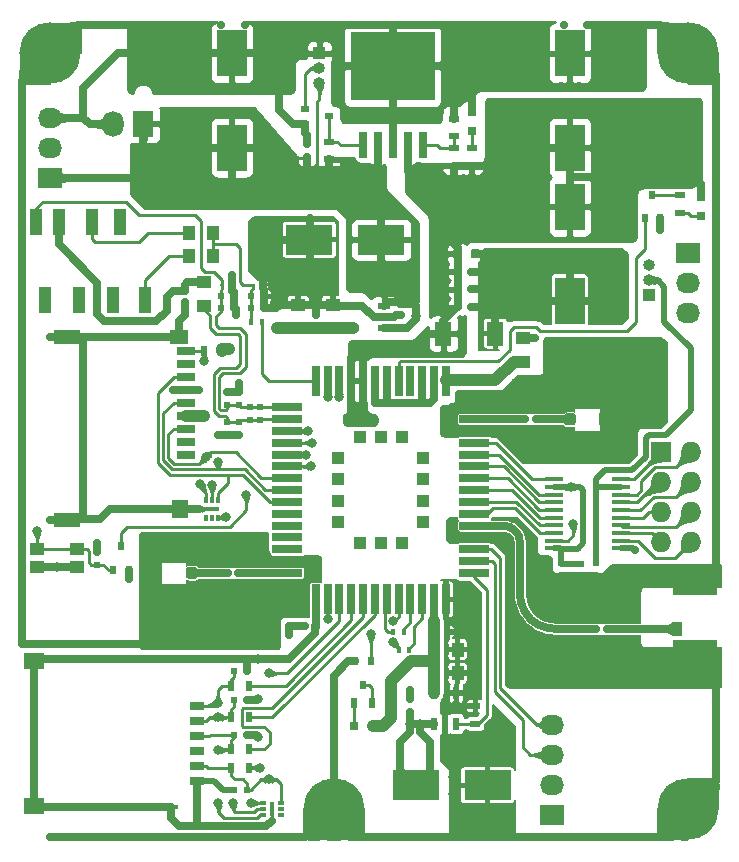
<source format=gtl>
G04 #@! TF.GenerationSoftware,KiCad,Pcbnew,5.1.2-f72e74a~84~ubuntu18.04.1*
G04 #@! TF.CreationDate,2019-06-22T18:56:12+05:30*
G04 #@! TF.ProjectId,mc60,6d633630-2e6b-4696-9361-645f70636258,rev?*
G04 #@! TF.SameCoordinates,PX41cdb40PY7bfa480*
G04 #@! TF.FileFunction,Copper,L1,Top*
G04 #@! TF.FilePolarity,Positive*
%FSLAX46Y46*%
G04 Gerber Fmt 4.6, Leading zero omitted, Abs format (unit mm)*
G04 Created by KiCad (PCBNEW 5.1.2-f72e74a~84~ubuntu18.04.1) date 2019-06-22 18:56:12*
%MOMM*%
%LPD*%
G04 APERTURE LIST*
%ADD10C,0.750000*%
%ADD11C,5.200000*%
%ADD12R,1.200000X1.100000*%
%ADD13R,1.000000X1.000000*%
%ADD14O,1.000000X1.000000*%
%ADD15R,0.500000X0.700000*%
%ADD16R,0.500000X0.600000*%
%ADD17R,0.400000X0.600000*%
%ADD18R,0.600000X0.400000*%
%ADD19R,4.000000X2.500000*%
%ADD20R,2.500000X4.000000*%
%ADD21R,1.250000X1.000000*%
%ADD22R,2.500000X0.700000*%
%ADD23R,0.700000X2.500000*%
%ADD24R,1.100000X1.100000*%
%ADD25R,3.800000X1.150000*%
%ADD26R,0.750000X1.200000*%
%ADD27O,2.032000X1.727200*%
%ADD28R,2.032000X1.727200*%
%ADD29R,0.600000X0.500000*%
%ADD30C,0.508000*%
%ADD31C,0.700000*%
%ADD32R,1.000000X1.250000*%
%ADD33R,1.600000X0.700000*%
%ADD34R,1.600000X1.200000*%
%ADD35R,2.200000X1.200000*%
%ADD36R,1.400000X1.600000*%
%ADD37R,1.150000X0.650000*%
%ADD38R,1.300000X0.450000*%
%ADD39R,1.700000X1.400000*%
%ADD40R,0.800000X0.540000*%
%ADD41R,1.000000X2.300000*%
%ADD42R,0.300000X0.630000*%
%ADD43R,0.800000X0.800000*%
%ADD44R,0.450000X1.300000*%
%ADD45R,0.630000X0.300000*%
%ADD46R,0.360000X0.250000*%
%ADD47R,1.400000X2.000000*%
%ADD48O,1.727200X1.727200*%
%ADD49R,1.727200X1.727200*%
%ADD50R,0.700000X0.500000*%
%ADD51R,0.500000X0.900000*%
%ADD52R,0.900000X0.500000*%
%ADD53R,1.600000X0.350000*%
%ADD54R,7.100000X5.850000*%
%ADD55R,0.760000X2.200000*%
%ADD56R,0.600000X1.100000*%
%ADD57R,1.100000X0.600000*%
%ADD58C,1.000000*%
%ADD59R,2.200000X1.050000*%
%ADD60R,1.800000X2.200000*%
%ADD61O,1.800000X2.200000*%
%ADD62C,0.800000*%
%ADD63C,0.690000*%
%ADD64C,0.250000*%
%ADD65C,0.700000*%
%ADD66C,0.500000*%
%ADD67C,1.000000*%
%ADD68C,0.050000*%
%ADD69C,0.200000*%
%ADD70C,0.025400*%
G04 APERTURE END LIST*
D10*
X55550000Y68450000D03*
X58450000Y68450000D03*
X58450000Y65550000D03*
X55550000Y65550000D03*
X57000000Y64950000D03*
X57000000Y69050000D03*
X54950000Y67000000D03*
X59050000Y67000000D03*
D11*
X57000000Y67000000D03*
D10*
X1550000Y68450000D03*
X4450000Y68450000D03*
X4450000Y65550000D03*
X1550000Y65550000D03*
X3000000Y64950000D03*
X3000000Y69050000D03*
X950000Y67000000D03*
X5050000Y67000000D03*
D11*
X3000000Y67000000D03*
D10*
X55550000Y4450000D03*
X58450000Y4450000D03*
X58450000Y1550000D03*
X55550000Y1550000D03*
X57000000Y950000D03*
X57000000Y5050000D03*
X54950000Y3000000D03*
X59050000Y3000000D03*
D11*
X57000000Y3000000D03*
D10*
X25550000Y4450000D03*
X28450000Y4450000D03*
X28450000Y1550000D03*
X25550000Y1550000D03*
X27000000Y950000D03*
X27000000Y5050000D03*
X24950000Y3000000D03*
X29050000Y3000000D03*
D11*
X27000000Y3000000D03*
D12*
X5300000Y23500000D03*
X1900000Y23500000D03*
X5300000Y25000000D03*
X1900000Y25000000D03*
D13*
X53750000Y46480000D03*
D14*
X53750000Y47750000D03*
X53750000Y49020000D03*
D13*
X25800000Y67000000D03*
D14*
X25800000Y65730000D03*
X25800000Y64460000D03*
D15*
X9000000Y25250000D03*
X9650000Y23250000D03*
X8350000Y23250000D03*
D16*
X7000000Y23700000D03*
X7000000Y24800000D03*
D17*
X43200000Y36000000D03*
X44100000Y36000000D03*
X18950000Y23000000D03*
X18050000Y23000000D03*
X49250000Y18270000D03*
X50150000Y18270000D03*
X24550000Y18500000D03*
X25450000Y18500000D03*
X32050000Y18000000D03*
X32950000Y18000000D03*
X32500000Y16500000D03*
X33400000Y16500000D03*
D18*
X14400000Y45950000D03*
X14400000Y46850000D03*
D19*
X40050000Y5000000D03*
X33950000Y5000000D03*
X24950000Y51200000D03*
X31050000Y51200000D03*
D20*
X47000000Y46000000D03*
X47000000Y54000000D03*
X18400000Y67000000D03*
X18400000Y59000000D03*
X47000000Y67000000D03*
X47000000Y59000000D03*
D21*
X43050000Y40850000D03*
X43050000Y42850000D03*
D22*
X23100000Y37000000D03*
X23100000Y36000000D03*
X23100000Y35000000D03*
X23100000Y34000000D03*
X23100000Y33000000D03*
X23100000Y32000000D03*
X23100000Y31000000D03*
X23100000Y30000000D03*
X23100000Y29000000D03*
X23100000Y28000000D03*
X23100000Y27000000D03*
X23100000Y26000000D03*
X23100000Y25000000D03*
X23100000Y24000000D03*
X23100000Y23000000D03*
D23*
X25500000Y20750000D03*
X26500000Y20750000D03*
X27500000Y20750000D03*
X28500000Y20750000D03*
X29500000Y20750000D03*
X30500000Y20750000D03*
X31500000Y20750000D03*
X32500000Y20750000D03*
X33500000Y20750000D03*
X34500000Y20750000D03*
X35500000Y20750000D03*
X36500000Y20750000D03*
D22*
X38900000Y23000000D03*
X38900000Y24000000D03*
X38900000Y25000000D03*
X38900000Y26000000D03*
X38900000Y27000000D03*
X38900000Y28000000D03*
X38900000Y29000000D03*
X38900000Y30000000D03*
X38900000Y31000000D03*
X38900000Y32000000D03*
X38900000Y33000000D03*
X38900000Y34000000D03*
X38900000Y35000000D03*
X38900000Y36000000D03*
X38900000Y37000000D03*
D23*
X36500000Y39250000D03*
X35500000Y39250000D03*
X34500000Y39250000D03*
X33500000Y39250000D03*
X32500000Y39250000D03*
X31500000Y39250000D03*
X30500000Y39250000D03*
X29500000Y39250000D03*
X28500000Y39250000D03*
X27500000Y39250000D03*
X26500000Y39250000D03*
X25500000Y39250000D03*
D24*
X34600000Y32700000D03*
X34600000Y30900000D03*
X34600000Y27300000D03*
X34600000Y29100000D03*
X32800000Y25500000D03*
X31000000Y25500000D03*
X29200000Y25500000D03*
X27400000Y27300000D03*
X27400000Y29100000D03*
X27400000Y30900000D03*
X27400000Y32700000D03*
X29200000Y34500000D03*
X31000000Y34500000D03*
X32800000Y34500000D03*
D25*
X57600000Y16700000D03*
X57600000Y21700000D03*
D26*
X56075000Y18275000D03*
D27*
X3000000Y61540000D03*
X3000000Y59000000D03*
D28*
X3000000Y56460000D03*
D29*
X19650000Y14650000D03*
X18550000Y14650000D03*
D30*
G36*
X48261861Y17119663D02*
G01*
X48268656Y17118655D01*
X48275320Y17116986D01*
X48281788Y17114672D01*
X48287998Y17111734D01*
X48293890Y17108203D01*
X48299408Y17104111D01*
X48304497Y17099497D01*
X48309111Y17094408D01*
X48313203Y17088890D01*
X48316734Y17082998D01*
X48319672Y17076788D01*
X48321986Y17070320D01*
X48323655Y17063656D01*
X48324663Y17056861D01*
X48325000Y17050000D01*
X48325000Y16490000D01*
X48324663Y16483139D01*
X48323655Y16476344D01*
X48321986Y16469680D01*
X48319672Y16463212D01*
X48316734Y16457002D01*
X48313203Y16451110D01*
X48309111Y16445592D01*
X48304497Y16440503D01*
X48299408Y16435889D01*
X48293890Y16431797D01*
X48287998Y16428266D01*
X48281788Y16425328D01*
X48275320Y16423014D01*
X48268656Y16421345D01*
X48261861Y16420337D01*
X48255000Y16420000D01*
X47645000Y16420000D01*
X47638139Y16420337D01*
X47631344Y16421345D01*
X47624680Y16423014D01*
X47618212Y16425328D01*
X47612002Y16428266D01*
X47606110Y16431797D01*
X47600592Y16435889D01*
X47595503Y16440503D01*
X47590889Y16445592D01*
X47586797Y16451110D01*
X47583266Y16457002D01*
X47580328Y16463212D01*
X47578014Y16469680D01*
X47576345Y16476344D01*
X47575337Y16483139D01*
X47575000Y16490000D01*
X47575000Y17050000D01*
X47575337Y17056861D01*
X47576345Y17063656D01*
X47578014Y17070320D01*
X47580328Y17076788D01*
X47583266Y17082998D01*
X47586797Y17088890D01*
X47590889Y17094408D01*
X47595503Y17099497D01*
X47600592Y17104111D01*
X47606110Y17108203D01*
X47612002Y17111734D01*
X47618212Y17114672D01*
X47624680Y17116986D01*
X47631344Y17118655D01*
X47638139Y17119663D01*
X47645000Y17120000D01*
X48255000Y17120000D01*
X48261861Y17119663D01*
X48261861Y17119663D01*
G37*
D31*
X47950000Y16770000D03*
D30*
G36*
X48261861Y18619663D02*
G01*
X48268656Y18618655D01*
X48275320Y18616986D01*
X48281788Y18614672D01*
X48287998Y18611734D01*
X48293890Y18608203D01*
X48299408Y18604111D01*
X48304497Y18599497D01*
X48309111Y18594408D01*
X48313203Y18588890D01*
X48316734Y18582998D01*
X48319672Y18576788D01*
X48321986Y18570320D01*
X48323655Y18563656D01*
X48324663Y18556861D01*
X48325000Y18550000D01*
X48325000Y17990000D01*
X48324663Y17983139D01*
X48323655Y17976344D01*
X48321986Y17969680D01*
X48319672Y17963212D01*
X48316734Y17957002D01*
X48313203Y17951110D01*
X48309111Y17945592D01*
X48304497Y17940503D01*
X48299408Y17935889D01*
X48293890Y17931797D01*
X48287998Y17928266D01*
X48281788Y17925328D01*
X48275320Y17923014D01*
X48268656Y17921345D01*
X48261861Y17920337D01*
X48255000Y17920000D01*
X47645000Y17920000D01*
X47638139Y17920337D01*
X47631344Y17921345D01*
X47624680Y17923014D01*
X47618212Y17925328D01*
X47612002Y17928266D01*
X47606110Y17931797D01*
X47600592Y17935889D01*
X47595503Y17940503D01*
X47590889Y17945592D01*
X47586797Y17951110D01*
X47583266Y17957002D01*
X47580328Y17963212D01*
X47578014Y17969680D01*
X47576345Y17976344D01*
X47575337Y17983139D01*
X47575000Y17990000D01*
X47575000Y18550000D01*
X47575337Y18556861D01*
X47576345Y18563656D01*
X47578014Y18570320D01*
X47580328Y18576788D01*
X47583266Y18582998D01*
X47586797Y18588890D01*
X47590889Y18594408D01*
X47595503Y18599497D01*
X47600592Y18604111D01*
X47606110Y18608203D01*
X47612002Y18611734D01*
X47618212Y18614672D01*
X47624680Y18616986D01*
X47631344Y18618655D01*
X47638139Y18619663D01*
X47645000Y18620000D01*
X48255000Y18620000D01*
X48261861Y18619663D01*
X48261861Y18619663D01*
G37*
D31*
X47950000Y18270000D03*
D30*
G36*
X42311861Y37849663D02*
G01*
X42318656Y37848655D01*
X42325320Y37846986D01*
X42331788Y37844672D01*
X42337998Y37841734D01*
X42343890Y37838203D01*
X42349408Y37834111D01*
X42354497Y37829497D01*
X42359111Y37824408D01*
X42363203Y37818890D01*
X42366734Y37812998D01*
X42369672Y37806788D01*
X42371986Y37800320D01*
X42373655Y37793656D01*
X42374663Y37786861D01*
X42375000Y37780000D01*
X42375000Y37220000D01*
X42374663Y37213139D01*
X42373655Y37206344D01*
X42371986Y37199680D01*
X42369672Y37193212D01*
X42366734Y37187002D01*
X42363203Y37181110D01*
X42359111Y37175592D01*
X42354497Y37170503D01*
X42349408Y37165889D01*
X42343890Y37161797D01*
X42337998Y37158266D01*
X42331788Y37155328D01*
X42325320Y37153014D01*
X42318656Y37151345D01*
X42311861Y37150337D01*
X42305000Y37150000D01*
X41695000Y37150000D01*
X41688139Y37150337D01*
X41681344Y37151345D01*
X41674680Y37153014D01*
X41668212Y37155328D01*
X41662002Y37158266D01*
X41656110Y37161797D01*
X41650592Y37165889D01*
X41645503Y37170503D01*
X41640889Y37175592D01*
X41636797Y37181110D01*
X41633266Y37187002D01*
X41630328Y37193212D01*
X41628014Y37199680D01*
X41626345Y37206344D01*
X41625337Y37213139D01*
X41625000Y37220000D01*
X41625000Y37780000D01*
X41625337Y37786861D01*
X41626345Y37793656D01*
X41628014Y37800320D01*
X41630328Y37806788D01*
X41633266Y37812998D01*
X41636797Y37818890D01*
X41640889Y37824408D01*
X41645503Y37829497D01*
X41650592Y37834111D01*
X41656110Y37838203D01*
X41662002Y37841734D01*
X41668212Y37844672D01*
X41674680Y37846986D01*
X41681344Y37848655D01*
X41688139Y37849663D01*
X41695000Y37850000D01*
X42305000Y37850000D01*
X42311861Y37849663D01*
X42311861Y37849663D01*
G37*
D31*
X42000000Y37500000D03*
D30*
G36*
X42311861Y36349663D02*
G01*
X42318656Y36348655D01*
X42325320Y36346986D01*
X42331788Y36344672D01*
X42337998Y36341734D01*
X42343890Y36338203D01*
X42349408Y36334111D01*
X42354497Y36329497D01*
X42359111Y36324408D01*
X42363203Y36318890D01*
X42366734Y36312998D01*
X42369672Y36306788D01*
X42371986Y36300320D01*
X42373655Y36293656D01*
X42374663Y36286861D01*
X42375000Y36280000D01*
X42375000Y35720000D01*
X42374663Y35713139D01*
X42373655Y35706344D01*
X42371986Y35699680D01*
X42369672Y35693212D01*
X42366734Y35687002D01*
X42363203Y35681110D01*
X42359111Y35675592D01*
X42354497Y35670503D01*
X42349408Y35665889D01*
X42343890Y35661797D01*
X42337998Y35658266D01*
X42331788Y35655328D01*
X42325320Y35653014D01*
X42318656Y35651345D01*
X42311861Y35650337D01*
X42305000Y35650000D01*
X41695000Y35650000D01*
X41688139Y35650337D01*
X41681344Y35651345D01*
X41674680Y35653014D01*
X41668212Y35655328D01*
X41662002Y35658266D01*
X41656110Y35661797D01*
X41650592Y35665889D01*
X41645503Y35670503D01*
X41640889Y35675592D01*
X41636797Y35681110D01*
X41633266Y35687002D01*
X41630328Y35693212D01*
X41628014Y35699680D01*
X41626345Y35706344D01*
X41625337Y35713139D01*
X41625000Y35720000D01*
X41625000Y36280000D01*
X41625337Y36286861D01*
X41626345Y36293656D01*
X41628014Y36300320D01*
X41630328Y36306788D01*
X41633266Y36312998D01*
X41636797Y36318890D01*
X41640889Y36324408D01*
X41645503Y36329497D01*
X41650592Y36334111D01*
X41656110Y36338203D01*
X41662002Y36341734D01*
X41668212Y36344672D01*
X41674680Y36346986D01*
X41681344Y36348655D01*
X41688139Y36349663D01*
X41695000Y36350000D01*
X42305000Y36350000D01*
X42311861Y36349663D01*
X42311861Y36349663D01*
G37*
D31*
X42000000Y36000000D03*
D30*
G36*
X45561861Y37849663D02*
G01*
X45568656Y37848655D01*
X45575320Y37846986D01*
X45581788Y37844672D01*
X45587998Y37841734D01*
X45593890Y37838203D01*
X45599408Y37834111D01*
X45604497Y37829497D01*
X45609111Y37824408D01*
X45613203Y37818890D01*
X45616734Y37812998D01*
X45619672Y37806788D01*
X45621986Y37800320D01*
X45623655Y37793656D01*
X45624663Y37786861D01*
X45625000Y37780000D01*
X45625000Y37220000D01*
X45624663Y37213139D01*
X45623655Y37206344D01*
X45621986Y37199680D01*
X45619672Y37193212D01*
X45616734Y37187002D01*
X45613203Y37181110D01*
X45609111Y37175592D01*
X45604497Y37170503D01*
X45599408Y37165889D01*
X45593890Y37161797D01*
X45587998Y37158266D01*
X45581788Y37155328D01*
X45575320Y37153014D01*
X45568656Y37151345D01*
X45561861Y37150337D01*
X45555000Y37150000D01*
X44945000Y37150000D01*
X44938139Y37150337D01*
X44931344Y37151345D01*
X44924680Y37153014D01*
X44918212Y37155328D01*
X44912002Y37158266D01*
X44906110Y37161797D01*
X44900592Y37165889D01*
X44895503Y37170503D01*
X44890889Y37175592D01*
X44886797Y37181110D01*
X44883266Y37187002D01*
X44880328Y37193212D01*
X44878014Y37199680D01*
X44876345Y37206344D01*
X44875337Y37213139D01*
X44875000Y37220000D01*
X44875000Y37780000D01*
X44875337Y37786861D01*
X44876345Y37793656D01*
X44878014Y37800320D01*
X44880328Y37806788D01*
X44883266Y37812998D01*
X44886797Y37818890D01*
X44890889Y37824408D01*
X44895503Y37829497D01*
X44900592Y37834111D01*
X44906110Y37838203D01*
X44912002Y37841734D01*
X44918212Y37844672D01*
X44924680Y37846986D01*
X44931344Y37848655D01*
X44938139Y37849663D01*
X44945000Y37850000D01*
X45555000Y37850000D01*
X45561861Y37849663D01*
X45561861Y37849663D01*
G37*
D31*
X45250000Y37500000D03*
D30*
G36*
X45561861Y36349663D02*
G01*
X45568656Y36348655D01*
X45575320Y36346986D01*
X45581788Y36344672D01*
X45587998Y36341734D01*
X45593890Y36338203D01*
X45599408Y36334111D01*
X45604497Y36329497D01*
X45609111Y36324408D01*
X45613203Y36318890D01*
X45616734Y36312998D01*
X45619672Y36306788D01*
X45621986Y36300320D01*
X45623655Y36293656D01*
X45624663Y36286861D01*
X45625000Y36280000D01*
X45625000Y35720000D01*
X45624663Y35713139D01*
X45623655Y35706344D01*
X45621986Y35699680D01*
X45619672Y35693212D01*
X45616734Y35687002D01*
X45613203Y35681110D01*
X45609111Y35675592D01*
X45604497Y35670503D01*
X45599408Y35665889D01*
X45593890Y35661797D01*
X45587998Y35658266D01*
X45581788Y35655328D01*
X45575320Y35653014D01*
X45568656Y35651345D01*
X45561861Y35650337D01*
X45555000Y35650000D01*
X44945000Y35650000D01*
X44938139Y35650337D01*
X44931344Y35651345D01*
X44924680Y35653014D01*
X44918212Y35655328D01*
X44912002Y35658266D01*
X44906110Y35661797D01*
X44900592Y35665889D01*
X44895503Y35670503D01*
X44890889Y35675592D01*
X44886797Y35681110D01*
X44883266Y35687002D01*
X44880328Y35693212D01*
X44878014Y35699680D01*
X44876345Y35706344D01*
X44875337Y35713139D01*
X44875000Y35720000D01*
X44875000Y36280000D01*
X44875337Y36286861D01*
X44876345Y36293656D01*
X44878014Y36300320D01*
X44880328Y36306788D01*
X44883266Y36312998D01*
X44886797Y36318890D01*
X44890889Y36324408D01*
X44895503Y36329497D01*
X44900592Y36334111D01*
X44906110Y36338203D01*
X44912002Y36341734D01*
X44918212Y36344672D01*
X44924680Y36346986D01*
X44931344Y36348655D01*
X44938139Y36349663D01*
X44945000Y36350000D01*
X45555000Y36350000D01*
X45561861Y36349663D01*
X45561861Y36349663D01*
G37*
D31*
X45250000Y36000000D03*
D30*
G36*
X20411861Y24849663D02*
G01*
X20418656Y24848655D01*
X20425320Y24846986D01*
X20431788Y24844672D01*
X20437998Y24841734D01*
X20443890Y24838203D01*
X20449408Y24834111D01*
X20454497Y24829497D01*
X20459111Y24824408D01*
X20463203Y24818890D01*
X20466734Y24812998D01*
X20469672Y24806788D01*
X20471986Y24800320D01*
X20473655Y24793656D01*
X20474663Y24786861D01*
X20475000Y24780000D01*
X20475000Y24220000D01*
X20474663Y24213139D01*
X20473655Y24206344D01*
X20471986Y24199680D01*
X20469672Y24193212D01*
X20466734Y24187002D01*
X20463203Y24181110D01*
X20459111Y24175592D01*
X20454497Y24170503D01*
X20449408Y24165889D01*
X20443890Y24161797D01*
X20437998Y24158266D01*
X20431788Y24155328D01*
X20425320Y24153014D01*
X20418656Y24151345D01*
X20411861Y24150337D01*
X20405000Y24150000D01*
X19795000Y24150000D01*
X19788139Y24150337D01*
X19781344Y24151345D01*
X19774680Y24153014D01*
X19768212Y24155328D01*
X19762002Y24158266D01*
X19756110Y24161797D01*
X19750592Y24165889D01*
X19745503Y24170503D01*
X19740889Y24175592D01*
X19736797Y24181110D01*
X19733266Y24187002D01*
X19730328Y24193212D01*
X19728014Y24199680D01*
X19726345Y24206344D01*
X19725337Y24213139D01*
X19725000Y24220000D01*
X19725000Y24780000D01*
X19725337Y24786861D01*
X19726345Y24793656D01*
X19728014Y24800320D01*
X19730328Y24806788D01*
X19733266Y24812998D01*
X19736797Y24818890D01*
X19740889Y24824408D01*
X19745503Y24829497D01*
X19750592Y24834111D01*
X19756110Y24838203D01*
X19762002Y24841734D01*
X19768212Y24844672D01*
X19774680Y24846986D01*
X19781344Y24848655D01*
X19788139Y24849663D01*
X19795000Y24850000D01*
X20405000Y24850000D01*
X20411861Y24849663D01*
X20411861Y24849663D01*
G37*
D31*
X20100000Y24500000D03*
D30*
G36*
X20411861Y23349663D02*
G01*
X20418656Y23348655D01*
X20425320Y23346986D01*
X20431788Y23344672D01*
X20437998Y23341734D01*
X20443890Y23338203D01*
X20449408Y23334111D01*
X20454497Y23329497D01*
X20459111Y23324408D01*
X20463203Y23318890D01*
X20466734Y23312998D01*
X20469672Y23306788D01*
X20471986Y23300320D01*
X20473655Y23293656D01*
X20474663Y23286861D01*
X20475000Y23280000D01*
X20475000Y22720000D01*
X20474663Y22713139D01*
X20473655Y22706344D01*
X20471986Y22699680D01*
X20469672Y22693212D01*
X20466734Y22687002D01*
X20463203Y22681110D01*
X20459111Y22675592D01*
X20454497Y22670503D01*
X20449408Y22665889D01*
X20443890Y22661797D01*
X20437998Y22658266D01*
X20431788Y22655328D01*
X20425320Y22653014D01*
X20418656Y22651345D01*
X20411861Y22650337D01*
X20405000Y22650000D01*
X19795000Y22650000D01*
X19788139Y22650337D01*
X19781344Y22651345D01*
X19774680Y22653014D01*
X19768212Y22655328D01*
X19762002Y22658266D01*
X19756110Y22661797D01*
X19750592Y22665889D01*
X19745503Y22670503D01*
X19740889Y22675592D01*
X19736797Y22681110D01*
X19733266Y22687002D01*
X19730328Y22693212D01*
X19728014Y22699680D01*
X19726345Y22706344D01*
X19725337Y22713139D01*
X19725000Y22720000D01*
X19725000Y23280000D01*
X19725337Y23286861D01*
X19726345Y23293656D01*
X19728014Y23300320D01*
X19730328Y23306788D01*
X19733266Y23312998D01*
X19736797Y23318890D01*
X19740889Y23324408D01*
X19745503Y23329497D01*
X19750592Y23334111D01*
X19756110Y23338203D01*
X19762002Y23341734D01*
X19768212Y23344672D01*
X19774680Y23346986D01*
X19781344Y23348655D01*
X19788139Y23349663D01*
X19795000Y23350000D01*
X20405000Y23350000D01*
X20411861Y23349663D01*
X20411861Y23349663D01*
G37*
D31*
X20100000Y23000000D03*
D30*
G36*
X17061861Y24849663D02*
G01*
X17068656Y24848655D01*
X17075320Y24846986D01*
X17081788Y24844672D01*
X17087998Y24841734D01*
X17093890Y24838203D01*
X17099408Y24834111D01*
X17104497Y24829497D01*
X17109111Y24824408D01*
X17113203Y24818890D01*
X17116734Y24812998D01*
X17119672Y24806788D01*
X17121986Y24800320D01*
X17123655Y24793656D01*
X17124663Y24786861D01*
X17125000Y24780000D01*
X17125000Y24220000D01*
X17124663Y24213139D01*
X17123655Y24206344D01*
X17121986Y24199680D01*
X17119672Y24193212D01*
X17116734Y24187002D01*
X17113203Y24181110D01*
X17109111Y24175592D01*
X17104497Y24170503D01*
X17099408Y24165889D01*
X17093890Y24161797D01*
X17087998Y24158266D01*
X17081788Y24155328D01*
X17075320Y24153014D01*
X17068656Y24151345D01*
X17061861Y24150337D01*
X17055000Y24150000D01*
X16445000Y24150000D01*
X16438139Y24150337D01*
X16431344Y24151345D01*
X16424680Y24153014D01*
X16418212Y24155328D01*
X16412002Y24158266D01*
X16406110Y24161797D01*
X16400592Y24165889D01*
X16395503Y24170503D01*
X16390889Y24175592D01*
X16386797Y24181110D01*
X16383266Y24187002D01*
X16380328Y24193212D01*
X16378014Y24199680D01*
X16376345Y24206344D01*
X16375337Y24213139D01*
X16375000Y24220000D01*
X16375000Y24780000D01*
X16375337Y24786861D01*
X16376345Y24793656D01*
X16378014Y24800320D01*
X16380328Y24806788D01*
X16383266Y24812998D01*
X16386797Y24818890D01*
X16390889Y24824408D01*
X16395503Y24829497D01*
X16400592Y24834111D01*
X16406110Y24838203D01*
X16412002Y24841734D01*
X16418212Y24844672D01*
X16424680Y24846986D01*
X16431344Y24848655D01*
X16438139Y24849663D01*
X16445000Y24850000D01*
X17055000Y24850000D01*
X17061861Y24849663D01*
X17061861Y24849663D01*
G37*
D31*
X16750000Y24500000D03*
D30*
G36*
X17061861Y23349663D02*
G01*
X17068656Y23348655D01*
X17075320Y23346986D01*
X17081788Y23344672D01*
X17087998Y23341734D01*
X17093890Y23338203D01*
X17099408Y23334111D01*
X17104497Y23329497D01*
X17109111Y23324408D01*
X17113203Y23318890D01*
X17116734Y23312998D01*
X17119672Y23306788D01*
X17121986Y23300320D01*
X17123655Y23293656D01*
X17124663Y23286861D01*
X17125000Y23280000D01*
X17125000Y22720000D01*
X17124663Y22713139D01*
X17123655Y22706344D01*
X17121986Y22699680D01*
X17119672Y22693212D01*
X17116734Y22687002D01*
X17113203Y22681110D01*
X17109111Y22675592D01*
X17104497Y22670503D01*
X17099408Y22665889D01*
X17093890Y22661797D01*
X17087998Y22658266D01*
X17081788Y22655328D01*
X17075320Y22653014D01*
X17068656Y22651345D01*
X17061861Y22650337D01*
X17055000Y22650000D01*
X16445000Y22650000D01*
X16438139Y22650337D01*
X16431344Y22651345D01*
X16424680Y22653014D01*
X16418212Y22655328D01*
X16412002Y22658266D01*
X16406110Y22661797D01*
X16400592Y22665889D01*
X16395503Y22670503D01*
X16390889Y22675592D01*
X16386797Y22681110D01*
X16383266Y22687002D01*
X16380328Y22693212D01*
X16378014Y22699680D01*
X16376345Y22706344D01*
X16375337Y22713139D01*
X16375000Y22720000D01*
X16375000Y23280000D01*
X16375337Y23286861D01*
X16376345Y23293656D01*
X16378014Y23300320D01*
X16380328Y23306788D01*
X16383266Y23312998D01*
X16386797Y23318890D01*
X16390889Y23324408D01*
X16395503Y23329497D01*
X16400592Y23334111D01*
X16406110Y23338203D01*
X16412002Y23341734D01*
X16418212Y23344672D01*
X16424680Y23346986D01*
X16431344Y23348655D01*
X16438139Y23349663D01*
X16445000Y23350000D01*
X17055000Y23350000D01*
X17061861Y23349663D01*
X17061861Y23349663D01*
G37*
D31*
X16750000Y23000000D03*
D30*
G36*
X51761861Y17119663D02*
G01*
X51768656Y17118655D01*
X51775320Y17116986D01*
X51781788Y17114672D01*
X51787998Y17111734D01*
X51793890Y17108203D01*
X51799408Y17104111D01*
X51804497Y17099497D01*
X51809111Y17094408D01*
X51813203Y17088890D01*
X51816734Y17082998D01*
X51819672Y17076788D01*
X51821986Y17070320D01*
X51823655Y17063656D01*
X51824663Y17056861D01*
X51825000Y17050000D01*
X51825000Y16490000D01*
X51824663Y16483139D01*
X51823655Y16476344D01*
X51821986Y16469680D01*
X51819672Y16463212D01*
X51816734Y16457002D01*
X51813203Y16451110D01*
X51809111Y16445592D01*
X51804497Y16440503D01*
X51799408Y16435889D01*
X51793890Y16431797D01*
X51787998Y16428266D01*
X51781788Y16425328D01*
X51775320Y16423014D01*
X51768656Y16421345D01*
X51761861Y16420337D01*
X51755000Y16420000D01*
X51145000Y16420000D01*
X51138139Y16420337D01*
X51131344Y16421345D01*
X51124680Y16423014D01*
X51118212Y16425328D01*
X51112002Y16428266D01*
X51106110Y16431797D01*
X51100592Y16435889D01*
X51095503Y16440503D01*
X51090889Y16445592D01*
X51086797Y16451110D01*
X51083266Y16457002D01*
X51080328Y16463212D01*
X51078014Y16469680D01*
X51076345Y16476344D01*
X51075337Y16483139D01*
X51075000Y16490000D01*
X51075000Y17050000D01*
X51075337Y17056861D01*
X51076345Y17063656D01*
X51078014Y17070320D01*
X51080328Y17076788D01*
X51083266Y17082998D01*
X51086797Y17088890D01*
X51090889Y17094408D01*
X51095503Y17099497D01*
X51100592Y17104111D01*
X51106110Y17108203D01*
X51112002Y17111734D01*
X51118212Y17114672D01*
X51124680Y17116986D01*
X51131344Y17118655D01*
X51138139Y17119663D01*
X51145000Y17120000D01*
X51755000Y17120000D01*
X51761861Y17119663D01*
X51761861Y17119663D01*
G37*
D31*
X51450000Y16770000D03*
D30*
G36*
X51761861Y18619663D02*
G01*
X51768656Y18618655D01*
X51775320Y18616986D01*
X51781788Y18614672D01*
X51787998Y18611734D01*
X51793890Y18608203D01*
X51799408Y18604111D01*
X51804497Y18599497D01*
X51809111Y18594408D01*
X51813203Y18588890D01*
X51816734Y18582998D01*
X51819672Y18576788D01*
X51821986Y18570320D01*
X51823655Y18563656D01*
X51824663Y18556861D01*
X51825000Y18550000D01*
X51825000Y17990000D01*
X51824663Y17983139D01*
X51823655Y17976344D01*
X51821986Y17969680D01*
X51819672Y17963212D01*
X51816734Y17957002D01*
X51813203Y17951110D01*
X51809111Y17945592D01*
X51804497Y17940503D01*
X51799408Y17935889D01*
X51793890Y17931797D01*
X51787998Y17928266D01*
X51781788Y17925328D01*
X51775320Y17923014D01*
X51768656Y17921345D01*
X51761861Y17920337D01*
X51755000Y17920000D01*
X51145000Y17920000D01*
X51138139Y17920337D01*
X51131344Y17921345D01*
X51124680Y17923014D01*
X51118212Y17925328D01*
X51112002Y17928266D01*
X51106110Y17931797D01*
X51100592Y17935889D01*
X51095503Y17940503D01*
X51090889Y17945592D01*
X51086797Y17951110D01*
X51083266Y17957002D01*
X51080328Y17963212D01*
X51078014Y17969680D01*
X51076345Y17976344D01*
X51075337Y17983139D01*
X51075000Y17990000D01*
X51075000Y18550000D01*
X51075337Y18556861D01*
X51076345Y18563656D01*
X51078014Y18570320D01*
X51080328Y18576788D01*
X51083266Y18582998D01*
X51086797Y18588890D01*
X51090889Y18594408D01*
X51095503Y18599497D01*
X51100592Y18604111D01*
X51106110Y18608203D01*
X51112002Y18611734D01*
X51118212Y18614672D01*
X51124680Y18616986D01*
X51131344Y18618655D01*
X51138139Y18619663D01*
X51145000Y18620000D01*
X51755000Y18620000D01*
X51761861Y18619663D01*
X51761861Y18619663D01*
G37*
D31*
X51450000Y18270000D03*
D32*
X16800000Y51800000D03*
X14800000Y51800000D03*
X16800000Y49800000D03*
X14800000Y49800000D03*
D21*
X16000000Y45600000D03*
X16000000Y47600000D03*
D30*
G36*
X37786861Y50374663D02*
G01*
X37793656Y50373655D01*
X37800320Y50371986D01*
X37806788Y50369672D01*
X37812998Y50366734D01*
X37818890Y50363203D01*
X37824408Y50359111D01*
X37829497Y50354497D01*
X37834111Y50349408D01*
X37838203Y50343890D01*
X37841734Y50337998D01*
X37844672Y50331788D01*
X37846986Y50325320D01*
X37848655Y50318656D01*
X37849663Y50311861D01*
X37850000Y50305000D01*
X37850000Y49695000D01*
X37849663Y49688139D01*
X37848655Y49681344D01*
X37846986Y49674680D01*
X37844672Y49668212D01*
X37841734Y49662002D01*
X37838203Y49656110D01*
X37834111Y49650592D01*
X37829497Y49645503D01*
X37824408Y49640889D01*
X37818890Y49636797D01*
X37812998Y49633266D01*
X37806788Y49630328D01*
X37800320Y49628014D01*
X37793656Y49626345D01*
X37786861Y49625337D01*
X37780000Y49625000D01*
X37220000Y49625000D01*
X37213139Y49625337D01*
X37206344Y49626345D01*
X37199680Y49628014D01*
X37193212Y49630328D01*
X37187002Y49633266D01*
X37181110Y49636797D01*
X37175592Y49640889D01*
X37170503Y49645503D01*
X37165889Y49650592D01*
X37161797Y49656110D01*
X37158266Y49662002D01*
X37155328Y49668212D01*
X37153014Y49674680D01*
X37151345Y49681344D01*
X37150337Y49688139D01*
X37150000Y49695000D01*
X37150000Y50305000D01*
X37150337Y50311861D01*
X37151345Y50318656D01*
X37153014Y50325320D01*
X37155328Y50331788D01*
X37158266Y50337998D01*
X37161797Y50343890D01*
X37165889Y50349408D01*
X37170503Y50354497D01*
X37175592Y50359111D01*
X37181110Y50363203D01*
X37187002Y50366734D01*
X37193212Y50369672D01*
X37199680Y50371986D01*
X37206344Y50373655D01*
X37213139Y50374663D01*
X37220000Y50375000D01*
X37780000Y50375000D01*
X37786861Y50374663D01*
X37786861Y50374663D01*
G37*
D31*
X37500000Y50000000D03*
D30*
G36*
X39286861Y50374663D02*
G01*
X39293656Y50373655D01*
X39300320Y50371986D01*
X39306788Y50369672D01*
X39312998Y50366734D01*
X39318890Y50363203D01*
X39324408Y50359111D01*
X39329497Y50354497D01*
X39334111Y50349408D01*
X39338203Y50343890D01*
X39341734Y50337998D01*
X39344672Y50331788D01*
X39346986Y50325320D01*
X39348655Y50318656D01*
X39349663Y50311861D01*
X39350000Y50305000D01*
X39350000Y49695000D01*
X39349663Y49688139D01*
X39348655Y49681344D01*
X39346986Y49674680D01*
X39344672Y49668212D01*
X39341734Y49662002D01*
X39338203Y49656110D01*
X39334111Y49650592D01*
X39329497Y49645503D01*
X39324408Y49640889D01*
X39318890Y49636797D01*
X39312998Y49633266D01*
X39306788Y49630328D01*
X39300320Y49628014D01*
X39293656Y49626345D01*
X39286861Y49625337D01*
X39280000Y49625000D01*
X38720000Y49625000D01*
X38713139Y49625337D01*
X38706344Y49626345D01*
X38699680Y49628014D01*
X38693212Y49630328D01*
X38687002Y49633266D01*
X38681110Y49636797D01*
X38675592Y49640889D01*
X38670503Y49645503D01*
X38665889Y49650592D01*
X38661797Y49656110D01*
X38658266Y49662002D01*
X38655328Y49668212D01*
X38653014Y49674680D01*
X38651345Y49681344D01*
X38650337Y49688139D01*
X38650000Y49695000D01*
X38650000Y50305000D01*
X38650337Y50311861D01*
X38651345Y50318656D01*
X38653014Y50325320D01*
X38655328Y50331788D01*
X38658266Y50337998D01*
X38661797Y50343890D01*
X38665889Y50349408D01*
X38670503Y50354497D01*
X38675592Y50359111D01*
X38681110Y50363203D01*
X38687002Y50366734D01*
X38693212Y50369672D01*
X38699680Y50371986D01*
X38706344Y50373655D01*
X38713139Y50374663D01*
X38720000Y50375000D01*
X39280000Y50375000D01*
X39286861Y50374663D01*
X39286861Y50374663D01*
G37*
D31*
X39000000Y50000000D03*
D32*
X35500000Y14500000D03*
X37500000Y14500000D03*
X35500000Y16500000D03*
X37500000Y16500000D03*
D21*
X26936000Y43700000D03*
X26936000Y45700000D03*
X24000000Y43700000D03*
X24000000Y45700000D03*
D33*
X14500000Y33000000D03*
X14500000Y34100000D03*
X14500000Y35200000D03*
X14500000Y36300000D03*
X14500000Y37400000D03*
X14500000Y38500000D03*
X14500000Y39600000D03*
X14500000Y40700000D03*
X14500000Y41800000D03*
D34*
X13900000Y43000000D03*
D35*
X4400000Y43000000D03*
X4400000Y27500000D03*
D36*
X14000000Y28400000D03*
D37*
X15400000Y5380000D03*
X15400000Y6650000D03*
X15400000Y7920000D03*
X15400000Y11730000D03*
X15400000Y10460000D03*
X15400000Y9190000D03*
D38*
X11230000Y3135000D03*
X13230000Y3135000D03*
X11230000Y15665000D03*
X13230000Y15665000D03*
D39*
X1670000Y3295000D03*
X1670000Y15505000D03*
D40*
X1670000Y11940000D03*
X1670000Y6860000D03*
D41*
X1850000Y52665000D03*
X3750000Y52665000D03*
X6550000Y52665000D03*
X11060000Y46135000D03*
X2610000Y46135000D03*
X5460000Y46135000D03*
X8310000Y46135000D03*
X8900000Y52665000D03*
D38*
X16700000Y28400000D03*
D42*
X17200000Y27640000D03*
X16700000Y27640000D03*
X16200000Y27640000D03*
X16200000Y29160000D03*
X16700000Y29160000D03*
X17200000Y29160000D03*
D43*
X58100000Y53200000D03*
X58100000Y54800000D03*
X28700000Y10000000D03*
X30300000Y10000000D03*
D44*
X21750000Y3000000D03*
D45*
X22510000Y3500000D03*
X22510000Y3000000D03*
X22510000Y2500000D03*
X20990000Y2500000D03*
X20990000Y3000000D03*
X20990000Y3500000D03*
D46*
X21020000Y47400000D03*
X20180000Y47400000D03*
X18420000Y47400000D03*
X17580000Y47400000D03*
D47*
X40700000Y43250000D03*
X36300000Y43250000D03*
D43*
X38700000Y62000000D03*
X38700000Y60400000D03*
D48*
X57290000Y25630000D03*
X54750000Y25630000D03*
X57290000Y28170000D03*
X54750000Y28170000D03*
X57290000Y30710000D03*
X54750000Y30710000D03*
X57290000Y33250000D03*
D49*
X54750000Y33250000D03*
D15*
X54000000Y55000000D03*
X54650000Y53000000D03*
X53350000Y53000000D03*
X29500000Y13500000D03*
X28850000Y15500000D03*
X30150000Y15500000D03*
D50*
X26594000Y61654000D03*
X24594000Y61004000D03*
X24594000Y62304000D03*
D51*
X16050000Y41800000D03*
X17550000Y41800000D03*
X19850000Y6500000D03*
X18350000Y6500000D03*
X19850000Y8050000D03*
X18350000Y8050000D03*
X19850000Y13450000D03*
X18350000Y13450000D03*
D52*
X56300000Y55000000D03*
X56300000Y53500000D03*
D51*
X30250000Y12000000D03*
X28750000Y12000000D03*
X19850000Y10750000D03*
X18350000Y10750000D03*
D52*
X47750000Y22250000D03*
X47750000Y23750000D03*
X26610000Y59500000D03*
X26610000Y58000000D03*
X37200000Y58950000D03*
X37200000Y57450000D03*
X38699999Y58950000D03*
X38699999Y57450000D03*
X37200000Y61450000D03*
X37200000Y59950000D03*
X39000000Y11700000D03*
X39000000Y10200000D03*
D53*
X51300000Y30925000D03*
X51300000Y30275000D03*
X51300000Y29625000D03*
X51300000Y28975000D03*
X51300000Y28325000D03*
X51300000Y27675000D03*
X51300000Y27025000D03*
X51300000Y26375000D03*
X51300000Y25725000D03*
X51300000Y25075000D03*
X45700000Y25075000D03*
X45700000Y25725000D03*
X45700000Y26375000D03*
X45700000Y27025000D03*
X45700000Y27675000D03*
X45700000Y28325000D03*
X45700000Y28975000D03*
X45700000Y29625000D03*
X45700000Y30275000D03*
X45700000Y30925000D03*
D54*
X32000000Y65875000D03*
D55*
X34540000Y59200000D03*
X33270000Y59200000D03*
X32000000Y59200000D03*
X30730000Y59200000D03*
X29460000Y59200000D03*
D56*
X35500000Y12800000D03*
X37400000Y12800000D03*
X37400000Y10200000D03*
X36450000Y10200000D03*
X35500000Y10200000D03*
D57*
X28684000Y43700000D03*
X28684000Y45600000D03*
X31284000Y45600000D03*
X31284000Y44650000D03*
X31284000Y43700000D03*
D29*
X19650000Y12250000D03*
X18550000Y12250000D03*
X19650000Y9300000D03*
X18550000Y9300000D03*
X18550000Y4650000D03*
X19650000Y4650000D03*
X21150000Y46400000D03*
X20050000Y46400000D03*
X21150000Y45400000D03*
X20050000Y45400000D03*
D16*
X46250000Y23800000D03*
X46250000Y22700000D03*
X49250000Y23800000D03*
X49250000Y22700000D03*
X18000000Y37200000D03*
X18000000Y38300000D03*
X19000000Y37200000D03*
X19000000Y38300000D03*
X19900000Y35950000D03*
X19900000Y37050000D03*
X20800000Y35950000D03*
X20800000Y37050000D03*
D29*
X18550000Y46400000D03*
X17450000Y46400000D03*
X18550000Y45400000D03*
X17450000Y45400000D03*
D16*
X18000000Y34700000D03*
X18000000Y35800000D03*
X19000000Y34700000D03*
X19000000Y35800000D03*
X24750000Y58200000D03*
X24750000Y59300000D03*
D29*
X37500000Y48500000D03*
X38600000Y48500000D03*
X37500000Y47000000D03*
X38600000Y47000000D03*
X37500000Y45500000D03*
X38600000Y45500000D03*
D16*
X33500000Y11200000D03*
X33500000Y12300000D03*
D29*
X35500000Y18000000D03*
X36600000Y18000000D03*
D16*
X32750000Y43700000D03*
X32750000Y44800000D03*
X25500000Y43700000D03*
X25500000Y44800000D03*
D30*
G36*
X47274504Y36498796D02*
G01*
X47298773Y36495196D01*
X47322571Y36489235D01*
X47345671Y36480970D01*
X47367849Y36470480D01*
X47388893Y36457867D01*
X47408598Y36443253D01*
X47426777Y36426777D01*
X47443253Y36408598D01*
X47457867Y36388893D01*
X47470480Y36367849D01*
X47480970Y36345671D01*
X47489235Y36322571D01*
X47495196Y36298773D01*
X47498796Y36274504D01*
X47500000Y36250000D01*
X47500000Y35750000D01*
X47498796Y35725496D01*
X47495196Y35701227D01*
X47489235Y35677429D01*
X47480970Y35654329D01*
X47470480Y35632151D01*
X47457867Y35611107D01*
X47443253Y35591402D01*
X47426777Y35573223D01*
X47408598Y35556747D01*
X47388893Y35542133D01*
X47367849Y35529520D01*
X47345671Y35519030D01*
X47322571Y35510765D01*
X47298773Y35504804D01*
X47274504Y35501204D01*
X47250000Y35500000D01*
X46750000Y35500000D01*
X46725496Y35501204D01*
X46701227Y35504804D01*
X46677429Y35510765D01*
X46654329Y35519030D01*
X46632151Y35529520D01*
X46611107Y35542133D01*
X46591402Y35556747D01*
X46573223Y35573223D01*
X46556747Y35591402D01*
X46542133Y35611107D01*
X46529520Y35632151D01*
X46519030Y35654329D01*
X46510765Y35677429D01*
X46504804Y35701227D01*
X46501204Y35725496D01*
X46500000Y35750000D01*
X46500000Y36250000D01*
X46501204Y36274504D01*
X46504804Y36298773D01*
X46510765Y36322571D01*
X46519030Y36345671D01*
X46529520Y36367849D01*
X46542133Y36388893D01*
X46556747Y36408598D01*
X46573223Y36426777D01*
X46591402Y36443253D01*
X46611107Y36457867D01*
X46632151Y36470480D01*
X46654329Y36480970D01*
X46677429Y36489235D01*
X46701227Y36495196D01*
X46725496Y36498796D01*
X46750000Y36500000D01*
X47250000Y36500000D01*
X47274504Y36498796D01*
X47274504Y36498796D01*
G37*
D58*
X47000000Y36000000D03*
D13*
X50000000Y36000000D03*
D59*
X48500000Y34525000D03*
X48500000Y37475000D03*
D30*
G36*
X15274504Y23498796D02*
G01*
X15298773Y23495196D01*
X15322571Y23489235D01*
X15345671Y23480970D01*
X15367849Y23470480D01*
X15388893Y23457867D01*
X15408598Y23443253D01*
X15426777Y23426777D01*
X15443253Y23408598D01*
X15457867Y23388893D01*
X15470480Y23367849D01*
X15480970Y23345671D01*
X15489235Y23322571D01*
X15495196Y23298773D01*
X15498796Y23274504D01*
X15500000Y23250000D01*
X15500000Y22750000D01*
X15498796Y22725496D01*
X15495196Y22701227D01*
X15489235Y22677429D01*
X15480970Y22654329D01*
X15470480Y22632151D01*
X15457867Y22611107D01*
X15443253Y22591402D01*
X15426777Y22573223D01*
X15408598Y22556747D01*
X15388893Y22542133D01*
X15367849Y22529520D01*
X15345671Y22519030D01*
X15322571Y22510765D01*
X15298773Y22504804D01*
X15274504Y22501204D01*
X15250000Y22500000D01*
X14750000Y22500000D01*
X14725496Y22501204D01*
X14701227Y22504804D01*
X14677429Y22510765D01*
X14654329Y22519030D01*
X14632151Y22529520D01*
X14611107Y22542133D01*
X14591402Y22556747D01*
X14573223Y22573223D01*
X14556747Y22591402D01*
X14542133Y22611107D01*
X14529520Y22632151D01*
X14519030Y22654329D01*
X14510765Y22677429D01*
X14504804Y22701227D01*
X14501204Y22725496D01*
X14500000Y22750000D01*
X14500000Y23250000D01*
X14501204Y23274504D01*
X14504804Y23298773D01*
X14510765Y23322571D01*
X14519030Y23345671D01*
X14529520Y23367849D01*
X14542133Y23388893D01*
X14556747Y23408598D01*
X14573223Y23426777D01*
X14591402Y23443253D01*
X14611107Y23457867D01*
X14632151Y23470480D01*
X14654329Y23480970D01*
X14677429Y23489235D01*
X14701227Y23495196D01*
X14725496Y23498796D01*
X14750000Y23500000D01*
X15250000Y23500000D01*
X15274504Y23498796D01*
X15274504Y23498796D01*
G37*
D58*
X15000000Y23000000D03*
D13*
X12000000Y23000000D03*
D59*
X13500000Y24475000D03*
X13500000Y21525000D03*
D60*
X10870000Y61000000D03*
D61*
X8330000Y61000000D03*
D27*
X57000000Y44960000D03*
X57000000Y47500000D03*
D28*
X57000000Y50040000D03*
X45500000Y2500000D03*
D27*
X45500000Y5040000D03*
X45500000Y7580000D03*
X45500000Y10120000D03*
D17*
X20950000Y44250000D03*
X20050000Y44250000D03*
D31*
X37200000Y62250000D03*
X23544000Y61004000D03*
X21020000Y48250000D03*
X22150000Y45400000D03*
X25500000Y45600000D03*
X30393998Y44650000D03*
X29443998Y45600000D03*
X39750000Y48500000D03*
X39700000Y50000000D03*
X39750000Y47000000D03*
X39750000Y45500000D03*
X40700000Y44900000D03*
X43050000Y46000000D03*
X5750000Y43000000D03*
X3000000Y43000000D03*
X12750000Y43000000D03*
X13900000Y44000000D03*
X13000000Y28400000D03*
X17200000Y34700000D03*
X13400000Y38500000D03*
X18400000Y48200000D03*
X30500000Y37400000D03*
X31500000Y37400000D03*
X34500000Y37400000D03*
X18727070Y44800010D03*
X15650010Y38500000D03*
X19010378Y39100012D03*
X15599994Y28400000D03*
X22750000Y22000000D03*
X21500000Y22000000D03*
X20250000Y22000000D03*
X19000000Y22000000D03*
X18000000Y22000000D03*
X16750000Y22000000D03*
X15000000Y20500000D03*
X15750000Y22000000D03*
X13500000Y20500000D03*
X12000000Y20500000D03*
X12000000Y21750000D03*
X11000000Y23000000D03*
X12000000Y24250000D03*
X12000000Y25500000D03*
X13500000Y25500000D03*
X15000000Y25500000D03*
X16750000Y25500000D03*
X19000000Y26000000D03*
X20000000Y25500000D03*
X21000000Y26000000D03*
X19000000Y24000000D03*
X18000000Y24000000D03*
X15750000Y24000000D03*
X21250000Y24000000D03*
X24000000Y18500000D03*
X59250000Y23000000D03*
X55000000Y22250000D03*
X53750000Y22250000D03*
X52500000Y22250000D03*
X52500000Y21000000D03*
X59250000Y15250000D03*
X57750000Y15250000D03*
X56250000Y15250000D03*
X55000000Y16250000D03*
X53750000Y16250000D03*
X52500000Y19500000D03*
X51500000Y19500000D03*
X50250000Y19250000D03*
X49250000Y19250000D03*
X48000000Y19500000D03*
X46500000Y19250000D03*
X45250000Y19250000D03*
X44250000Y20000000D03*
X51500000Y15750000D03*
X50250000Y17250000D03*
X49250000Y17250000D03*
X48000000Y15750000D03*
X46500000Y17250000D03*
X45250000Y17250000D03*
X44000000Y17500000D03*
X43000000Y18250000D03*
X42250000Y19250000D03*
X41850000Y20500000D03*
X41850000Y22000000D03*
X41850000Y23500000D03*
X41850000Y24750000D03*
X40850000Y26000000D03*
X51250000Y36000000D03*
X48500000Y38500000D03*
X47000000Y38250000D03*
X46500000Y37250000D03*
X45250000Y38500000D03*
X44250000Y37000000D03*
X43250000Y37000000D03*
X42000000Y38500000D03*
X40750000Y37000000D03*
X39500000Y38000000D03*
X38000000Y38000000D03*
X48500000Y33500000D03*
X47000000Y33750000D03*
X46500000Y34750000D03*
X45250000Y35000000D03*
X44250000Y35000000D03*
X43250000Y35000000D03*
X42000000Y35000000D03*
X40750000Y35000000D03*
X43750000Y21250000D03*
X33500000Y13050000D03*
X28200000Y15500000D03*
X54650000Y52050000D03*
X44050000Y42850000D03*
X47750000Y21500000D03*
X46250000Y21950000D03*
X49250000Y21950000D03*
X23250000Y18500000D03*
X23250000Y17750000D03*
X52500000Y24900000D03*
X43750000Y22500000D03*
X43750000Y23750000D03*
X43750000Y25000000D03*
X43750000Y26000000D03*
X56000000Y23000000D03*
X57750000Y23000000D03*
X52500000Y17250000D03*
X52500000Y16250000D03*
X50000000Y38250000D03*
X50000000Y33750000D03*
X50500000Y34750000D03*
X50500000Y37250000D03*
X37000000Y36000000D03*
X37000000Y35000000D03*
X37000000Y37000000D03*
X45250000Y42500000D03*
X47250000Y42500000D03*
X49250000Y42500000D03*
X51250000Y42500000D03*
X53250000Y42500000D03*
X54750000Y41000000D03*
X54750000Y39000000D03*
X54750000Y37000000D03*
X53750000Y35750000D03*
X52000000Y34500000D03*
X52000000Y33000000D03*
X50000000Y32750000D03*
X47000000Y32750000D03*
X45250000Y32750000D03*
X43250000Y32750000D03*
X42250000Y33750000D03*
X45250000Y39500000D03*
X43500000Y39250000D03*
X45250000Y41000000D03*
X54487340Y42237340D03*
X24000000Y22000000D03*
X25000000Y23000000D03*
X25000000Y24000000D03*
X11000000Y26000000D03*
X11000000Y17000000D03*
X11000000Y19000000D03*
X11000000Y21000000D03*
X11000000Y24500000D03*
X13000000Y17000000D03*
X15000000Y17000000D03*
X17000000Y17000000D03*
X19000000Y17000000D03*
X21000000Y17000000D03*
X22000000Y18500000D03*
X23000000Y19750000D03*
X24500000Y19750000D03*
X24500000Y21000000D03*
X37000000Y27000000D03*
X37000000Y26000000D03*
X42000000Y13750000D03*
X42000000Y15750000D03*
X42000000Y17750000D03*
X44000000Y13750000D03*
X46000000Y13750000D03*
X48000000Y13750000D03*
X50000000Y13750000D03*
X52000000Y13750000D03*
X54000000Y13750000D03*
X58000000Y13750000D03*
X59250000Y13750000D03*
X50750000Y23250000D03*
X52750000Y23250000D03*
X54750000Y23250000D03*
X45000000Y23750000D03*
X45000000Y22500000D03*
X3000000Y27500000D03*
X36500000Y69400000D03*
X36500000Y67750000D03*
X36500000Y66250000D03*
X36500000Y64750000D03*
X36500000Y63250000D03*
X27500000Y67750000D03*
X27500000Y66250000D03*
X27500000Y64750000D03*
X27500000Y63250000D03*
X32000000Y62000000D03*
X30500000Y62000000D03*
X29000000Y62000000D03*
X28000000Y62000000D03*
X33500000Y62000000D03*
X35000000Y62000000D03*
X36000000Y62000000D03*
X32000000Y69400000D03*
X30500000Y69400000D03*
X29000000Y69400000D03*
X33500000Y69400000D03*
X35000000Y69400000D03*
X5656174Y27567222D03*
X9650000Y22450000D03*
X7000000Y25500000D03*
X27500000Y69400000D03*
X29500000Y600010D03*
X31500000Y600010D03*
X33500000Y600010D03*
X35500000Y600010D03*
X37500000Y600010D03*
X39500000Y600010D03*
X41500000Y600010D03*
X43500000Y600010D03*
X45500000Y600010D03*
X47500000Y600010D03*
X49500000Y600010D03*
X51500000Y600010D03*
X53500000Y600010D03*
X59399990Y5399990D03*
X59399990Y7500000D03*
X59399990Y9500000D03*
X59399990Y11500000D03*
X59399990Y25500000D03*
X59399990Y27500000D03*
X59399990Y29500000D03*
X59399990Y31500000D03*
X59399990Y33500000D03*
X59399990Y35500000D03*
X59399990Y37500000D03*
X59399990Y39500000D03*
X59399990Y41500000D03*
X59399990Y43500000D03*
X59399990Y45500000D03*
X59399990Y47500000D03*
X59399990Y49500000D03*
X59399990Y51500000D03*
X59399990Y53500000D03*
X59399990Y55500000D03*
X59399990Y57500000D03*
X59399990Y59500000D03*
X59399990Y61500000D03*
X59399990Y63500000D03*
X54500000Y69400000D03*
X52500000Y69400000D03*
X50500000Y69400000D03*
X48500000Y69400000D03*
X46500000Y69400000D03*
X44500000Y69400000D03*
X42500000Y69400000D03*
X40500000Y69400000D03*
X38500000Y69400000D03*
X25500000Y69400000D03*
X23500000Y69400000D03*
X21500000Y69400000D03*
X19500000Y69400000D03*
X15500000Y69400000D03*
X13500000Y69400000D03*
X11500000Y69400000D03*
X9500000Y69400000D03*
X7500000Y69400000D03*
X5500000Y69400000D03*
X600010Y64500000D03*
X600010Y62500000D03*
X600010Y60500000D03*
X600010Y58500000D03*
X600010Y56500000D03*
X600010Y54500000D03*
X600010Y50500000D03*
X600010Y48500000D03*
X600010Y46500000D03*
X600010Y44500000D03*
X600010Y42500000D03*
X600010Y40500000D03*
X600010Y38500000D03*
X600010Y36500000D03*
X600010Y34500000D03*
X600010Y32500000D03*
X600010Y30500000D03*
X600010Y28500000D03*
X600010Y26500000D03*
X600010Y24500000D03*
X600010Y22500000D03*
X600010Y20500000D03*
X600010Y18500000D03*
X600010Y17000000D03*
X2500000Y17000000D03*
X4500000Y17000000D03*
X6500000Y17000000D03*
X8500000Y17000000D03*
X27000000Y6250000D03*
X27000000Y8250000D03*
X27000000Y10250000D03*
X27000000Y12250000D03*
X27000000Y14300000D03*
X24600000Y600000D03*
X22600000Y600000D03*
X20600000Y600000D03*
X18600000Y600000D03*
X16600000Y600000D03*
X14600000Y600000D03*
X12600000Y600000D03*
X10600000Y600000D03*
X8600000Y600000D03*
X6600000Y600000D03*
X4600000Y600000D03*
X3033783Y600000D03*
X56000000Y13750000D03*
X600010Y52500000D03*
X17500000Y69400000D03*
X16250000Y67000000D03*
X16250000Y65500000D03*
X16250000Y68500000D03*
X20500000Y67000000D03*
X20500000Y68500000D03*
X20500000Y65500000D03*
X20500000Y64000000D03*
X19250000Y64000000D03*
X17500000Y64000000D03*
X16250000Y64000000D03*
X38700000Y62800000D03*
X44750000Y67000000D03*
X44750000Y68500000D03*
X44750000Y65500000D03*
X49250000Y65500000D03*
X49250000Y67000000D03*
X49250000Y68500000D03*
X49250000Y64250000D03*
X47750000Y64250000D03*
X44750000Y64250000D03*
X46250000Y64250000D03*
D62*
X37500000Y22000000D03*
X37500000Y20500000D03*
X37500000Y19000000D03*
X37150000Y4250000D03*
X37200000Y1700000D03*
X37950000Y2500000D03*
X39450000Y2500000D03*
X40950000Y2500000D03*
X37950000Y7250000D03*
X39450000Y7250000D03*
X41000000Y7250000D03*
X37500000Y18000000D03*
X37400000Y11800000D03*
X39000000Y12550000D03*
X36450000Y11200000D03*
X37150000Y5750000D03*
D31*
X49000000Y46000000D03*
X45000000Y46000000D03*
X47000000Y48750002D03*
X22250000Y51250000D03*
X25000000Y49250000D03*
X25000000Y53000000D03*
D62*
X37600000Y39300000D03*
X18125565Y41942412D03*
X47100000Y30300000D03*
X20600000Y15665000D03*
X20599992Y12300000D03*
X20600000Y9100000D03*
X21500000Y14500000D03*
X21500000Y5500000D03*
X34000000Y44750000D03*
X3550000Y23500000D03*
X34350000Y10200000D03*
X33500022Y10200000D03*
X30100000Y35800000D03*
X28500000Y35800000D03*
X22200000Y43700000D03*
X16000000Y36300000D03*
X17899998Y27700000D03*
X16049996Y40950000D03*
X47300000Y27100000D03*
X16700000Y30400000D03*
X17200000Y32400000D03*
X16200000Y32800000D03*
X15700000Y30500000D03*
X1900000Y26500000D03*
X26498946Y37850009D03*
X27498957Y37851053D03*
X24800000Y35000000D03*
X25200000Y34000000D03*
X25100000Y32000000D03*
X26500000Y19050000D03*
X30150000Y17800000D03*
X24700000Y33000000D03*
X19600000Y29600000D03*
X32049990Y18900000D03*
X32049990Y17100000D03*
X17250000Y10750000D03*
X20750000Y6500000D03*
X18500000Y3500000D03*
X17200000Y11950000D03*
X19987340Y3512660D03*
X17250000Y3500000D03*
X17250000Y8000000D03*
D63*
X24594000Y61004000D02*
X23544000Y61004000D01*
X21600000Y67000000D02*
X18400000Y67000000D01*
X22400000Y66200000D02*
X21600000Y67000000D01*
X22400000Y62148000D02*
X22400000Y66200000D01*
X37200000Y61450000D02*
X37200000Y62250000D01*
X38600000Y48500000D02*
X39750000Y48500000D01*
X38600000Y47000000D02*
X39750000Y47000000D01*
X38600000Y45500000D02*
X39750000Y45500000D01*
X40700000Y43250000D02*
X40700000Y44900000D01*
X31284000Y44650000D02*
X30393998Y44650000D01*
X27036000Y45600000D02*
X26936000Y45700000D01*
X28684000Y45600000D02*
X27036000Y45600000D01*
X25500000Y44800000D02*
X25500000Y45600000D01*
X25400000Y45700000D02*
X24000000Y45700000D01*
X26936000Y45700000D02*
X25400000Y45700000D01*
X32300000Y44800000D02*
X32750000Y44800000D01*
X32150000Y44650000D02*
X32300000Y44800000D01*
X31284000Y44650000D02*
X32150000Y44650000D01*
X21150000Y45400000D02*
X21150000Y46400000D01*
X21020000Y47400000D02*
X21020000Y47080000D01*
X21150000Y46950000D02*
X21150000Y46400000D01*
X21020000Y47080000D02*
X21150000Y46950000D01*
X21150000Y45400000D02*
X22150000Y45400000D01*
X22450000Y45700000D02*
X24000000Y45700000D01*
X18550000Y45400000D02*
X18550000Y46400000D01*
X18550000Y46400000D02*
X18550000Y46750000D01*
X18420000Y46880000D02*
X18420000Y47400000D01*
X18550000Y46750000D02*
X18420000Y46880000D01*
X13900000Y44300000D02*
X13900000Y44000000D01*
X14400000Y44800000D02*
X13900000Y44300000D01*
X14400000Y45950000D02*
X14400000Y44800000D01*
X18000000Y38300000D02*
X19000000Y38300000D01*
X19000000Y34700000D02*
X18000000Y34700000D01*
X21020000Y47400000D02*
X21020000Y48250000D01*
X14000000Y28400000D02*
X13000000Y28400000D01*
X13900000Y43000000D02*
X12750000Y43000000D01*
X4400000Y43000000D02*
X3000000Y43000000D01*
X42050000Y47000000D02*
X39750000Y47000000D01*
X23544000Y61004000D02*
X22400000Y62148000D01*
X22150000Y45400000D02*
X22450000Y45700000D01*
X25500000Y45600000D02*
X25400000Y45700000D01*
X30393998Y44650000D02*
X29443998Y45600000D01*
X29443998Y45600000D02*
X28684000Y45600000D01*
X39700000Y50000000D02*
X39000000Y50000000D01*
X43050000Y46000000D02*
X42050000Y47000000D01*
X5750000Y43000000D02*
X4400000Y43000000D01*
X12750000Y43000000D02*
X5750000Y43000000D01*
X13900000Y44000000D02*
X13900000Y43000000D01*
X18000000Y34700000D02*
X17200000Y34700000D01*
X14500000Y38500000D02*
X13400000Y38500000D01*
X18420000Y48180000D02*
X18400000Y48200000D01*
X18420000Y47400000D02*
X18420000Y48180000D01*
X30500000Y39250000D02*
X30500000Y37400000D01*
X31500000Y39250000D02*
X31500000Y37400000D01*
X34500000Y39250000D02*
X34500000Y37400000D01*
X34500000Y37400000D02*
X31500000Y37400000D01*
X31500000Y37400000D02*
X30500000Y37400000D01*
X18692765Y45400000D02*
X18727070Y45365695D01*
X18550000Y45400000D02*
X18692765Y45400000D01*
X18727070Y45365695D02*
X18727070Y44800010D01*
X14500000Y38500000D02*
X15650010Y38500000D01*
X19010378Y38534327D02*
X19010378Y39100012D01*
X19000000Y38300000D02*
X19010378Y38310378D01*
X19010378Y38310378D02*
X19010378Y38534327D01*
X40350000Y44900000D02*
X39750000Y45500000D01*
X40700000Y44900000D02*
X40350000Y44900000D01*
X39750000Y45500000D02*
X39750000Y47000000D01*
X39700000Y48550000D02*
X39750000Y48500000D01*
X39700000Y50000000D02*
X39700000Y48550000D01*
X39750000Y48500000D02*
X39750000Y47000000D01*
X3000000Y61540000D02*
X5800000Y61540000D01*
X6340000Y61000000D02*
X5800000Y61540000D01*
X8330000Y61000000D02*
X6340000Y61000000D01*
X14000000Y28400000D02*
X15599994Y28400000D01*
D64*
X16700000Y28400000D02*
X15599994Y28400000D01*
D63*
X24000000Y18500000D02*
X24550000Y18500000D01*
X47950000Y16770000D02*
X51450000Y16770000D01*
X33500000Y12300000D02*
X33500000Y13050000D01*
X24750000Y60094000D02*
X24594000Y60250000D01*
X24750000Y59300000D02*
X24750000Y60094000D01*
X24594000Y60250000D02*
X24594000Y61004000D01*
X28850000Y15500000D02*
X28200000Y15500000D01*
X54650000Y53000000D02*
X54650000Y52050000D01*
X43050000Y42850000D02*
X44050000Y42850000D01*
X47750000Y22650000D02*
X47700000Y22700000D01*
X46250000Y22700000D02*
X47700000Y22700000D01*
X47750000Y22250000D02*
X47750000Y22650000D01*
X47700000Y22700000D02*
X49250000Y22700000D01*
D65*
X24000000Y18500000D02*
X23250000Y18500000D01*
X23250000Y18500000D02*
X23250000Y17750000D01*
X57750000Y21850000D02*
X57600000Y21700000D01*
D66*
X52325000Y25075000D02*
X52500000Y24900000D01*
X51300000Y25075000D02*
X52325000Y25075000D01*
D65*
X57750000Y23000000D02*
X57750000Y21850000D01*
D63*
X3000000Y27500000D02*
X4400000Y27500000D01*
D65*
X32000000Y59200000D02*
X32000000Y62000000D01*
X32000000Y62000000D02*
X32000000Y65875000D01*
X5750000Y43000000D02*
X5750000Y27661048D01*
D63*
X4400000Y27500000D02*
X4467222Y27567222D01*
D65*
X5750000Y27661048D02*
X5656174Y27567222D01*
D63*
X5090489Y27567222D02*
X5656174Y27567222D01*
X4467222Y27567222D02*
X5090489Y27567222D01*
D65*
X9650000Y23250000D02*
X9650000Y22450000D01*
X7000000Y24800000D02*
X7000000Y25500000D01*
D63*
X18400000Y67000000D02*
X8750000Y67000000D01*
X5673396Y27550000D02*
X5656174Y27567222D01*
X7250000Y27550000D02*
X5673396Y27550000D01*
X13000000Y28400000D02*
X8100000Y28400000D01*
X8100000Y28400000D02*
X7250000Y27550000D01*
D65*
X57000000Y67000000D02*
X54600000Y69400000D01*
X3000000Y67000000D02*
X5400000Y69400000D01*
D63*
X5800000Y64050000D02*
X8750000Y67000000D01*
X5800000Y61540000D02*
X5800000Y64050000D01*
D65*
X59399990Y13600010D02*
X59399990Y11500000D01*
X59250000Y13750000D02*
X59399990Y13600010D01*
X59399990Y64600010D02*
X57000000Y67000000D01*
X59250000Y23300000D02*
X59399990Y23449990D01*
X59399990Y23449990D02*
X59399990Y25500000D01*
X59250000Y23000000D02*
X59250000Y23300000D01*
X54600010Y600010D02*
X57000000Y3000000D01*
X29399990Y600010D02*
X29500000Y600010D01*
X27000000Y3000000D02*
X29399990Y600010D01*
X3000000Y67000000D02*
X600010Y64600010D01*
X600010Y64600010D02*
X600010Y62500000D01*
X27000000Y3000000D02*
X27000000Y6250000D01*
X29500000Y600010D02*
X31500000Y600010D01*
X31500000Y600010D02*
X33500000Y600010D01*
X33500000Y600010D02*
X35500000Y600010D01*
X35500000Y600010D02*
X37500000Y600010D01*
X37500000Y600010D02*
X39500000Y600010D01*
X39500000Y600010D02*
X41500000Y600010D01*
X41500000Y600010D02*
X43500000Y600010D01*
X43500000Y600010D02*
X45500000Y600010D01*
X45500000Y600010D02*
X47500000Y600010D01*
X47500000Y600010D02*
X49500000Y600010D01*
X49500000Y600010D02*
X51500000Y600010D01*
X51500000Y600010D02*
X53500000Y600010D01*
X53500000Y600010D02*
X54600010Y600010D01*
X59399990Y5399990D02*
X57000000Y3000000D01*
X59399990Y7500000D02*
X59399990Y5399990D01*
X59399990Y9500000D02*
X59399990Y7500000D01*
X59399990Y11500000D02*
X59399990Y9500000D01*
X59399990Y25500000D02*
X59399990Y27500000D01*
X59399990Y27500000D02*
X59399990Y29500000D01*
X59399990Y29500000D02*
X59399990Y31500000D01*
X59399990Y31500000D02*
X59399990Y33500000D01*
X59399990Y33500000D02*
X59399990Y35500000D01*
X59399990Y35500000D02*
X59399990Y37500000D01*
X59399990Y37500000D02*
X59399990Y39500000D01*
X59399990Y39500000D02*
X59399990Y41500000D01*
X59399990Y41500000D02*
X59399990Y43500000D01*
X59399990Y43500000D02*
X59399990Y45500000D01*
X59399990Y45500000D02*
X59399990Y47500000D01*
X59399990Y47500000D02*
X59399990Y49500000D01*
X59399990Y49500000D02*
X59399990Y51500000D01*
X59399990Y51500000D02*
X59399990Y53500000D01*
X59399990Y53500000D02*
X59399990Y55500000D01*
X59399990Y55500000D02*
X59399990Y57500000D01*
X59399990Y57500000D02*
X59399990Y59500000D01*
X59399990Y59500000D02*
X59399990Y61500000D01*
X59399990Y61500000D02*
X59399990Y63500000D01*
X59399990Y63500000D02*
X59399990Y64600010D01*
X54500000Y69400000D02*
X54600000Y69400000D01*
X52500000Y69400000D02*
X54500000Y69400000D01*
X50500000Y69400000D02*
X52500000Y69400000D01*
X48500000Y69400000D02*
X50500000Y69400000D01*
X44500000Y69400000D02*
X42500000Y69400000D01*
X42500000Y69400000D02*
X40500000Y69400000D01*
X40500000Y69400000D02*
X38500000Y69400000D01*
X38500000Y69400000D02*
X36500000Y69400000D01*
X600010Y62500000D02*
X600010Y60500000D01*
X600010Y60500000D02*
X600010Y58500000D01*
X600010Y58500000D02*
X600010Y56500000D01*
X600010Y56500000D02*
X600010Y54500000D01*
X600010Y54500000D02*
X600010Y50500000D01*
X600010Y50500000D02*
X600010Y48500000D01*
X600010Y48500000D02*
X600010Y46500000D01*
X600010Y46500000D02*
X600010Y44500000D01*
X600010Y44500000D02*
X600010Y42500000D01*
X600010Y42500000D02*
X600010Y40500000D01*
X600010Y40500000D02*
X600010Y38500000D01*
X600010Y38500000D02*
X600010Y36500000D01*
X600010Y36500000D02*
X600010Y32500000D01*
X600010Y32500000D02*
X600010Y30500000D01*
X600010Y30500000D02*
X600010Y28500000D01*
X600010Y28500000D02*
X600010Y26500000D01*
X600010Y26500000D02*
X600010Y24500000D01*
X600010Y24500000D02*
X600010Y22500000D01*
X600010Y22500000D02*
X600010Y20500000D01*
X600010Y20500000D02*
X600010Y18500000D01*
X600010Y18500000D02*
X600010Y17000000D01*
X600010Y17000000D02*
X2500000Y17000000D01*
X2500000Y17000000D02*
X4500000Y17000000D01*
X4500000Y17000000D02*
X6500000Y17000000D01*
X6500000Y17000000D02*
X8500000Y17000000D01*
X8500000Y17000000D02*
X11000000Y17000000D01*
X27000000Y6250000D02*
X27000000Y8250000D01*
X27000000Y8250000D02*
X27000000Y10250000D01*
X27000000Y10250000D02*
X27000000Y12250000D01*
X27000000Y12250000D02*
X27000000Y14300000D01*
X27000000Y14300000D02*
X28200000Y15500000D01*
X27000000Y3000000D02*
X24600000Y600000D01*
X24600000Y600000D02*
X22600000Y600000D01*
X22600000Y600000D02*
X20600000Y600000D01*
X20600000Y600000D02*
X18600000Y600000D01*
X18600000Y600000D02*
X16600000Y600000D01*
X16600000Y600000D02*
X14600000Y600000D01*
X14600000Y600000D02*
X12600000Y600000D01*
X12600000Y600000D02*
X10600000Y600000D01*
X10600000Y600000D02*
X8600000Y600000D01*
X8600000Y600000D02*
X6600000Y600000D01*
X6600000Y600000D02*
X4600000Y600000D01*
X4600000Y600000D02*
X3033783Y600000D01*
X27500000Y69400000D02*
X29000000Y69400000D01*
X29000000Y69400000D02*
X30500000Y69400000D01*
X30500000Y69400000D02*
X32000000Y69400000D01*
X32000000Y69400000D02*
X33500000Y69400000D01*
X33500000Y69400000D02*
X35000000Y69400000D01*
X35000000Y69400000D02*
X36500000Y69400000D01*
X32000000Y65875000D02*
X32000000Y69400000D01*
X36125000Y65875000D02*
X36500000Y66250000D01*
X32000000Y65875000D02*
X36125000Y65875000D01*
X27875000Y65875000D02*
X27500000Y66250000D01*
X32000000Y65875000D02*
X27875000Y65875000D01*
X27500000Y69400000D02*
X25500000Y69400000D01*
X25500000Y69400000D02*
X23500000Y69400000D01*
X23500000Y69400000D02*
X21500000Y69400000D01*
X15500000Y69400000D02*
X13500000Y69400000D01*
X13500000Y69400000D02*
X11500000Y69400000D01*
X11500000Y69400000D02*
X9500000Y69400000D01*
X9500000Y69400000D02*
X7500000Y69400000D01*
X7500000Y69400000D02*
X5500000Y69400000D01*
X38700000Y62000000D02*
X38700000Y62800000D01*
D63*
X35150000Y37400000D02*
X34500000Y37400000D01*
X35500000Y37750000D02*
X35150000Y37400000D01*
X35500000Y39250000D02*
X35500000Y37750000D01*
X47000000Y46000000D02*
X49000000Y46000000D01*
X43050000Y46000000D02*
X45000000Y46000000D01*
X47000000Y46000000D02*
X45000000Y46000000D01*
D65*
X47000000Y46000000D02*
X47000000Y48750002D01*
D63*
X24950000Y51200000D02*
X22260000Y51200000D01*
X21020000Y48250000D02*
X21020000Y50020000D01*
X21020000Y50020000D02*
X21900001Y50900001D01*
X21900001Y50900001D02*
X22250000Y51250000D01*
X22260000Y51200000D02*
X22250000Y51210000D01*
X22250000Y51210000D02*
X22250000Y51250000D01*
D65*
X24950000Y51200000D02*
X25000000Y51150000D01*
X25000000Y51150000D02*
X25000000Y49744974D01*
X25000000Y49744974D02*
X25000000Y49250000D01*
X24950000Y51200000D02*
X25000000Y51250000D01*
X25000000Y51250000D02*
X25000000Y52505026D01*
X25000000Y52505026D02*
X25000000Y53000000D01*
X50150000Y18270000D02*
X51450000Y18270000D01*
X56070000Y18270000D02*
X56075000Y18275000D01*
X51450000Y18270000D02*
X56070000Y18270000D01*
D66*
X36550000Y39300000D02*
X36500000Y39250000D01*
D67*
X37600000Y39300000D02*
X36550000Y39300000D01*
X17550000Y41800000D02*
X17550000Y41932532D01*
X17550000Y41932532D02*
X17559880Y41942412D01*
X17559880Y41942412D02*
X18125565Y41942412D01*
X43050000Y40850000D02*
X42250000Y40850000D01*
X40700000Y39300000D02*
X42250000Y40850000D01*
X37600000Y39300000D02*
X40700000Y39300000D01*
D66*
X46300000Y23750000D02*
X46250000Y23800000D01*
X47750000Y23750000D02*
X46300000Y23750000D01*
X46215000Y25075000D02*
X46250000Y25040000D01*
X45700000Y25075000D02*
X46215000Y25075000D01*
X46250000Y23800000D02*
X46250000Y25040000D01*
X47075000Y30275000D02*
X47100000Y30300000D01*
X45700000Y30275000D02*
X47075000Y30275000D01*
X47690000Y25040000D02*
X46250000Y25040000D01*
X48150002Y29999998D02*
X48150002Y25500002D01*
X48150002Y25500002D02*
X47690000Y25040000D01*
X47100000Y30300000D02*
X47850000Y30300000D01*
X47850000Y30300000D02*
X48150002Y29999998D01*
D65*
X43200000Y36000000D02*
X42000000Y36000000D01*
X38900000Y36000000D02*
X42000000Y36000000D01*
X44100000Y36000000D02*
X45250000Y36000000D01*
X45250000Y36000000D02*
X46949990Y36000000D01*
X23100000Y23000000D02*
X20100000Y23000000D01*
X20100000Y23000000D02*
X18950000Y23000000D01*
X18050000Y23000000D02*
X16750000Y23000000D01*
X16750000Y23000000D02*
X15000000Y23000000D01*
X49250000Y18270000D02*
X47950000Y18270000D01*
X47950000Y18270000D02*
X46010000Y18270000D01*
X42670000Y26090000D02*
X42800011Y25469989D01*
X42500000Y26390000D02*
X42670000Y26090000D01*
X42260000Y26650000D02*
X42500000Y26390000D01*
X41960000Y26840000D02*
X42260000Y26650000D01*
X41630000Y26950000D02*
X41960000Y26840000D01*
X41270000Y27000000D02*
X41630000Y26950000D01*
X45180000Y18300000D02*
X46010000Y18270000D01*
X44390000Y18560000D02*
X45180000Y18300000D01*
X43720000Y19040000D02*
X44390000Y18560000D01*
X43200000Y19680000D02*
X43720000Y19040000D01*
X42900000Y20450000D02*
X43200000Y19680000D01*
X42800011Y21150011D02*
X42900000Y20450000D01*
X41270000Y27000000D02*
X38900000Y27000000D01*
X42800011Y21150011D02*
X42800011Y25469989D01*
D63*
X25500000Y18550000D02*
X25450000Y17909998D01*
X25500000Y20750000D02*
X25500000Y18550000D01*
X13230000Y3135000D02*
X11230000Y3135000D01*
X1830000Y3135000D02*
X1670000Y3295000D01*
X1830000Y15665000D02*
X1670000Y15505000D01*
X11230000Y15665000D02*
X13230000Y15665000D01*
X25450000Y18500000D02*
X25450000Y17909998D01*
X23205002Y15665000D02*
X25450000Y17909998D01*
X13230000Y15665000D02*
X19600000Y15665000D01*
X19650000Y14650000D02*
X19650000Y15615000D01*
X11230000Y15665000D02*
X1830000Y15665000D01*
X1670000Y11940000D02*
X1670000Y15505000D01*
X1670000Y6860000D02*
X1670000Y11940000D01*
X1670000Y3295000D02*
X1670000Y6860000D01*
X11230000Y3135000D02*
X1830000Y3135000D01*
X19650000Y15615000D02*
X19600000Y15665000D01*
X19600000Y15665000D02*
X20600000Y15665000D01*
X20600000Y15665000D02*
X23205002Y15665000D01*
X19650000Y12250000D02*
X20549992Y12250000D01*
X20549992Y12250000D02*
X20599992Y12300000D01*
X19650000Y9300000D02*
X20450000Y9300000D01*
X20450000Y9300000D02*
X20600000Y9150000D01*
X20600000Y9150000D02*
X20600000Y9100000D01*
D64*
X21750000Y3000000D02*
X21750000Y2000000D01*
D63*
X21300000Y1550000D02*
X21750000Y2000000D01*
X13230000Y2220000D02*
X13900000Y1550000D01*
X13230000Y3135000D02*
X13230000Y2220000D01*
X15400000Y5380000D02*
X15400000Y1550000D01*
X13900000Y1550000D02*
X15400000Y1550000D01*
X15400000Y1550000D02*
X21300000Y1550000D01*
D66*
X18550000Y4650000D02*
X17650000Y4650000D01*
X16920000Y5380000D02*
X15400000Y5380000D01*
X17650000Y4650000D02*
X16920000Y5380000D01*
D64*
X15400000Y6650000D02*
X16225000Y6650000D01*
X16375000Y6500000D02*
X16225000Y6650000D01*
X18350000Y6500000D02*
X16375000Y6500000D01*
X19650000Y5150000D02*
X19650000Y4650000D01*
X18650000Y5500000D02*
X19300000Y5500000D01*
X19300000Y5500000D02*
X19650000Y5150000D01*
X18350000Y6500000D02*
X18350000Y5800000D01*
X18350000Y5800000D02*
X18650000Y5500000D01*
X23100000Y14500000D02*
X21500000Y14500000D01*
X27500000Y20750000D02*
X27500000Y18900000D01*
X27500000Y18900000D02*
X23100000Y14500000D01*
X22510000Y3500000D02*
X22510000Y5140000D01*
X22150000Y5500000D02*
X21500000Y5500000D01*
X22510000Y5140000D02*
X22150000Y5500000D01*
X21500000Y5500000D02*
X20900000Y5500000D01*
X20050000Y4650000D02*
X19650000Y4650000D01*
X20900000Y5500000D02*
X20050000Y4650000D01*
X6550000Y51265000D02*
X6550000Y52665000D01*
X10500000Y51000000D02*
X6815000Y51000000D01*
X6815000Y51000000D02*
X6550000Y51265000D01*
X11300000Y51800000D02*
X10500000Y51000000D01*
X14800000Y51800000D02*
X11300000Y51800000D01*
X20950000Y39800000D02*
X21500000Y39250000D01*
X20950000Y44250000D02*
X20950000Y39800000D01*
X25500000Y39250000D02*
X21500000Y39250000D01*
X14800000Y49800000D02*
X13100000Y49800000D01*
X11060000Y47760000D02*
X11060000Y46135000D01*
X13100000Y49800000D02*
X11060000Y47760000D01*
D66*
X49275000Y30275000D02*
X49250000Y30300000D01*
X51300000Y30275000D02*
X49275000Y30275000D01*
X49250000Y23800000D02*
X49250000Y30300000D01*
X55000000Y47207106D02*
X54457106Y47750000D01*
X57250000Y42000000D02*
X55000000Y44250000D01*
X57250000Y36800000D02*
X57250000Y42000000D01*
X49250000Y30910000D02*
X50000000Y31660000D01*
X54457106Y47750000D02*
X53750000Y47750000D01*
X49250000Y30300000D02*
X49250000Y30910000D01*
X53420000Y32790000D02*
X53420000Y34390000D01*
X55000000Y44250000D02*
X55000000Y47207106D01*
X55130000Y34680000D02*
X57250000Y36800000D01*
X53420000Y34390000D02*
X53710000Y34680000D01*
X50000000Y31660000D02*
X52290000Y31660000D01*
X53710000Y34680000D02*
X55130000Y34680000D01*
X52290000Y31660000D02*
X53420000Y32790000D01*
D63*
X14400000Y46850000D02*
X14400000Y47400000D01*
X14600000Y47600000D02*
X16000000Y47600000D01*
X14400000Y47400000D02*
X14600000Y47600000D01*
X13400000Y46850000D02*
X14400000Y46850000D01*
X12900000Y46350000D02*
X13400000Y46850000D01*
X7600000Y44300000D02*
X12000000Y44300000D01*
X7000000Y44900000D02*
X7600000Y44300000D01*
X7000000Y47565000D02*
X7000000Y44900000D01*
X12900000Y45200000D02*
X12900000Y46350000D01*
X3750000Y50815000D02*
X7000000Y47565000D01*
X12000000Y44300000D02*
X12900000Y45200000D01*
X3750000Y52665000D02*
X3750000Y50815000D01*
X11070000Y59000000D02*
X18400000Y59000000D01*
X31284000Y43700000D02*
X32750000Y43700000D01*
X31584000Y45900000D02*
X31284000Y45600000D01*
X34000000Y45600000D02*
X33700000Y45900000D01*
X32600000Y47700000D02*
X32600000Y45900000D01*
X31050000Y49250000D02*
X32600000Y47700000D01*
X31050000Y51200000D02*
X31050000Y49250000D01*
X32600000Y45900000D02*
X31584000Y45900000D01*
X33700000Y45900000D02*
X32600000Y45900000D01*
X31050000Y51200000D02*
X31050000Y53250000D01*
X31050000Y53250000D02*
X28600000Y55700000D01*
X28600000Y55700000D02*
X28600000Y57100000D01*
X34000000Y44750000D02*
X34000000Y45600000D01*
X10870000Y59200000D02*
X11070000Y59000000D01*
X10870000Y61000000D02*
X10870000Y59200000D01*
X34000000Y44500000D02*
X34000000Y44750000D01*
X32750000Y43700000D02*
X33200000Y43700000D01*
X33200000Y43700000D02*
X34000000Y44500000D01*
X21750000Y59000000D02*
X18400000Y59000000D01*
X23650000Y57100000D02*
X21750000Y59000000D01*
X24750000Y58200000D02*
X24750000Y57100000D01*
X24750000Y57100000D02*
X23650000Y57100000D01*
X26610000Y58000000D02*
X26610000Y57210000D01*
X26610000Y57210000D02*
X26500000Y57100000D01*
X28600000Y57100000D02*
X26500000Y57100000D01*
X30420000Y57100000D02*
X28600000Y57100000D01*
X30730000Y57410000D02*
X30420000Y57100000D01*
X30730000Y59200000D02*
X30730000Y57410000D01*
D64*
X25600000Y57100000D02*
X25600000Y62900000D01*
D63*
X26500000Y57100000D02*
X25600000Y57100000D01*
X25600000Y57100000D02*
X24750000Y57100000D01*
D64*
X25800000Y63100000D02*
X25800000Y64460000D01*
X25600000Y62900000D02*
X25800000Y63100000D01*
D63*
X3550000Y23500000D02*
X5300000Y23500000D01*
X1900000Y23500000D02*
X3550000Y23500000D01*
X18400000Y56150000D02*
X18400000Y59000000D01*
X3000000Y56460000D02*
X12540000Y56460000D01*
X12540000Y56460000D02*
X13750000Y55250000D01*
X13750000Y55250000D02*
X17500000Y55250000D01*
X17500000Y55250000D02*
X18400000Y56150000D01*
X35500000Y10200000D02*
X34350000Y10200000D01*
X38699999Y57450000D02*
X37200000Y57450000D01*
X37200000Y56500000D02*
X36900000Y56200000D01*
X37200000Y57450000D02*
X37200000Y56500000D01*
X37500000Y50000000D02*
X37500000Y48500000D01*
X37500000Y48500000D02*
X37500000Y47000000D01*
X37500000Y47000000D02*
X37500000Y45500000D01*
X36300000Y44350000D02*
X36300000Y43250000D01*
X37450000Y45500000D02*
X36300000Y44350000D01*
X37500000Y45500000D02*
X37450000Y45500000D01*
X35400000Y52575000D02*
X35400000Y56200000D01*
X37500000Y50475000D02*
X35400000Y52575000D01*
X36900000Y56200000D02*
X35400000Y56200000D01*
X37500000Y50000000D02*
X37500000Y50475000D01*
X35400000Y56200000D02*
X34100000Y56200000D01*
X28500000Y41200000D02*
X29100000Y41800000D01*
X28500000Y39250000D02*
X28500000Y41200000D01*
X29500000Y39250000D02*
X29500000Y41800000D01*
X29100000Y41800000D02*
X29500000Y41800000D01*
X33450000Y41800000D02*
X29500000Y41800000D01*
X34900000Y43250000D02*
X33450000Y41800000D01*
X36300000Y43250000D02*
X34900000Y43250000D01*
X34350000Y10200000D02*
X33500022Y10200000D01*
X40750000Y57450000D02*
X38699999Y57450000D01*
X47000000Y59000000D02*
X42300000Y59000000D01*
X42300000Y59000000D02*
X40750000Y57450000D01*
X33500022Y11199978D02*
X33500000Y11200000D01*
X33500022Y10200000D02*
X33500022Y11199978D01*
X58100000Y55900000D02*
X57500000Y56500000D01*
X58100000Y54800000D02*
X58100000Y55900000D01*
X57500000Y56500000D02*
X47000000Y56500000D01*
X47000000Y59000000D02*
X47000000Y56500000D01*
X47000000Y56500000D02*
X47000000Y54000000D01*
X33270000Y57030000D02*
X34100000Y56200000D01*
X33270000Y59200000D02*
X33270000Y57030000D01*
X28500000Y35800000D02*
X28500000Y39250000D01*
X29500000Y36400000D02*
X30100000Y35800000D01*
X29500000Y39250000D02*
X29500000Y36400000D01*
X35150000Y8700000D02*
X35150000Y6200000D01*
X35150000Y6200000D02*
X33950000Y5000000D01*
X34350000Y9500000D02*
X35150000Y8700000D01*
X34350000Y10200000D02*
X34350000Y9500000D01*
X32650000Y6300000D02*
X33950000Y5000000D01*
X32650000Y8650000D02*
X32650000Y6300000D01*
X33500022Y9500022D02*
X32650000Y8650000D01*
X33500022Y10200000D02*
X33500022Y9500022D01*
D67*
X35500000Y14500000D02*
X35500000Y12800000D01*
X35500000Y16500000D02*
X35500000Y18000000D01*
X35500000Y18000000D02*
X35500000Y18889998D01*
D65*
X35500000Y18889998D02*
X35500000Y20750000D01*
D67*
X35500000Y15500000D02*
X35500000Y16500000D01*
X35500000Y14500000D02*
X35500000Y15500000D01*
X33550000Y15500000D02*
X35500000Y15500000D01*
X31900000Y13850000D02*
X33550000Y15500000D01*
X31900000Y10700000D02*
X31900000Y13850000D01*
X30300000Y10000000D02*
X31200000Y10000000D01*
X31200000Y10000000D02*
X31900000Y10700000D01*
X24000000Y43700000D02*
X25500000Y43700000D01*
X25500000Y43700000D02*
X26936000Y43700000D01*
X26936000Y43700000D02*
X28684000Y43700000D01*
X24000000Y43700000D02*
X22200000Y43700000D01*
X16000000Y36300000D02*
X14500000Y36300000D01*
D64*
X17200000Y27640000D02*
X17839998Y27640000D01*
X17839998Y27640000D02*
X17899998Y27700000D01*
X16050000Y41800000D02*
X14500000Y41800000D01*
X16050000Y41800000D02*
X16050000Y40950004D01*
X16050000Y40950004D02*
X16049996Y40950000D01*
X47300000Y27100000D02*
X47300000Y26200000D01*
X46825000Y25725000D02*
X45700000Y25725000D01*
X47300000Y26200000D02*
X46825000Y25725000D01*
X12099978Y38249978D02*
X13450000Y39600000D01*
X12099978Y32327200D02*
X12099978Y38249978D01*
X13127178Y31300000D02*
X12099978Y32327200D01*
X23100000Y29000000D02*
X21600000Y29000000D01*
X21600000Y29000000D02*
X19300000Y31300000D01*
X13450000Y39600000D02*
X14500000Y39600000D01*
X18100000Y30625000D02*
X18100000Y31300000D01*
X17200000Y29160000D02*
X17200000Y29725000D01*
X19300000Y31300000D02*
X18100000Y31300000D01*
X17200000Y29725000D02*
X18100000Y30625000D01*
X18100000Y31300000D02*
X13127178Y31300000D01*
X12549989Y32513600D02*
X12549989Y36499989D01*
X13450000Y37400000D02*
X14500000Y37400000D01*
X21236411Y30000000D02*
X19486400Y31750011D01*
X12549989Y36499989D02*
X13450000Y37400000D01*
X23100000Y30000000D02*
X21236411Y30000000D01*
X13313578Y31750011D02*
X12549989Y32513600D01*
X16700000Y29160000D02*
X16700000Y30400000D01*
X17200000Y31750011D02*
X13313578Y31750011D01*
X17200000Y32400000D02*
X17200000Y31750011D01*
X19486400Y31750011D02*
X17200000Y31750011D01*
X15700000Y30225000D02*
X15700000Y30500000D01*
X16200000Y29725000D02*
X15700000Y30225000D01*
X16200000Y29160000D02*
X16200000Y29725000D01*
X13499978Y32200022D02*
X15600022Y32200022D01*
X14500000Y35200000D02*
X13450000Y35200000D01*
X15600022Y32200022D02*
X16200000Y32800000D01*
X13000000Y34750000D02*
X13000000Y32700000D01*
X13450000Y35200000D02*
X13000000Y34750000D01*
X13000000Y32700000D02*
X13499978Y32200022D01*
X18700002Y33199999D02*
X20900001Y31000000D01*
X20900001Y31000000D02*
X23100000Y31000000D01*
X16599999Y33199999D02*
X18700002Y33199999D01*
X16200000Y32800000D02*
X16599999Y33199999D01*
X57300000Y53200000D02*
X58100000Y53200000D01*
X56300000Y53500000D02*
X57000000Y53500000D01*
X57000000Y53500000D02*
X57300000Y53200000D01*
X28700000Y10000000D02*
X28700000Y10900000D01*
X28750000Y10950000D02*
X28750000Y12000000D01*
X28700000Y10900000D02*
X28750000Y10950000D01*
X38700000Y58950001D02*
X38699999Y58950000D01*
X38700000Y60400000D02*
X38700000Y58950001D01*
X38900000Y24000000D02*
X40400000Y24000000D01*
X40400000Y24000000D02*
X40649989Y23750011D01*
X40649989Y23750011D02*
X40649989Y12913600D01*
X40649989Y12913600D02*
X43000000Y10563590D01*
X45500000Y7580000D02*
X43670000Y7580000D01*
X43000000Y8250000D02*
X43000000Y10563590D01*
X43670000Y7580000D02*
X43000000Y8250000D01*
X38900000Y25000000D02*
X40355391Y25000000D01*
X40355391Y25000000D02*
X41100000Y24255391D01*
X41100000Y24255391D02*
X41100000Y13250000D01*
X41104000Y13250000D02*
X41100000Y13250000D01*
X44234000Y10120000D02*
X41104000Y13250000D01*
X45500000Y10120000D02*
X44234000Y10120000D01*
X52425000Y30925000D02*
X51300000Y30925000D01*
X54750000Y33250000D02*
X52425000Y30925000D01*
X55990000Y31950000D02*
X57290000Y33250000D01*
X54200000Y31950000D02*
X55990000Y31950000D01*
X51300000Y29625000D02*
X52675000Y29625000D01*
X53050000Y30000000D02*
X53050000Y30800000D01*
X52675000Y29625000D02*
X53050000Y30000000D01*
X53050000Y30800000D02*
X54200000Y31950000D01*
X52675000Y28975000D02*
X51300000Y28975000D01*
X54750000Y30710000D02*
X54410000Y30710000D01*
X54410000Y30710000D02*
X52675000Y28975000D01*
X54100000Y29450000D02*
X56030000Y29450000D01*
X56030000Y29450000D02*
X57290000Y30710000D01*
X51300000Y28325000D02*
X52975000Y28325000D01*
X52975000Y28325000D02*
X54100000Y29450000D01*
X53670000Y28170000D02*
X54750000Y28170000D01*
X51300000Y27675000D02*
X53175000Y27675000D01*
X53175000Y27675000D02*
X53670000Y28170000D01*
X51350000Y27025000D02*
X51475000Y26900000D01*
X51300000Y27025000D02*
X51350000Y27025000D01*
X56020000Y26900000D02*
X57290000Y28170000D01*
X51475000Y26900000D02*
X56020000Y26900000D01*
X54005000Y26375000D02*
X54750000Y25630000D01*
X51300000Y26375000D02*
X54005000Y26375000D01*
X55900000Y24240000D02*
X56426401Y24766401D01*
X56426401Y24766401D02*
X57290000Y25630000D01*
X54233004Y24240000D02*
X55900000Y24240000D01*
X52748004Y25725000D02*
X54233004Y24240000D01*
X51300000Y25725000D02*
X52748004Y25725000D01*
X24594000Y65231106D02*
X25092894Y65730000D01*
X25092894Y65730000D02*
X25800000Y65730000D01*
X24594000Y62304000D02*
X24594000Y65231106D01*
X7950000Y23250000D02*
X8350000Y23250000D01*
X7500000Y23700000D02*
X7950000Y23250000D01*
X7000000Y23700000D02*
X7500000Y23700000D01*
X1900000Y26500000D02*
X1900000Y25000000D01*
X1900000Y25000000D02*
X5300000Y25000000D01*
X7000000Y23700000D02*
X6500000Y23700000D01*
X6150000Y25000000D02*
X5300000Y25000000D01*
X6324990Y24825010D02*
X6150000Y25000000D01*
X6324990Y23875010D02*
X6500000Y23700000D01*
X6324990Y24825010D02*
X6324990Y23875010D01*
X26498946Y38415694D02*
X26498946Y37850009D01*
X26498946Y39248946D02*
X26498946Y38415694D01*
X26500000Y39250000D02*
X26498946Y39248946D01*
X27498957Y38416738D02*
X27498957Y37851053D01*
X27498957Y39248957D02*
X27498957Y38416738D01*
X27500000Y39250000D02*
X27498957Y39248957D01*
X23100000Y35000000D02*
X24800000Y35000000D01*
X23100000Y34000000D02*
X25200000Y34000000D01*
X23100000Y32000000D02*
X25100000Y32000000D01*
X56300000Y55000000D02*
X54000000Y55000000D01*
X40924999Y40900000D02*
X32650000Y40900000D01*
X44150000Y43850000D02*
X42300000Y43850000D01*
X32650000Y40900000D02*
X32500000Y40750000D01*
X53350000Y50400000D02*
X52600000Y49650000D01*
X52600000Y49650000D02*
X52600000Y44250000D01*
X53350000Y53000000D02*
X53350000Y50400000D01*
X51850000Y43500000D02*
X44500000Y43500000D01*
X32500000Y40750000D02*
X32500000Y39250000D01*
X42300000Y43850000D02*
X41900000Y43450000D01*
X52600000Y44250000D02*
X51850000Y43500000D01*
X41900000Y41875001D02*
X40924999Y40900000D01*
X44500000Y43500000D02*
X44150000Y43850000D01*
X41900000Y43450000D02*
X41900000Y41875001D01*
X26500000Y20750000D02*
X26500000Y19050000D01*
X30150000Y17800000D02*
X30150000Y15500000D01*
X30000000Y13500000D02*
X29500000Y13500000D01*
X30250000Y13250000D02*
X30000000Y13500000D01*
X30250000Y12000000D02*
X30250000Y13250000D01*
X23100000Y33000000D02*
X24700000Y33000000D01*
X18200000Y26900000D02*
X19600000Y28300000D01*
X9550000Y26900000D02*
X18200000Y26900000D01*
X19600000Y28300000D02*
X19600000Y29600000D01*
X9000000Y26350000D02*
X9550000Y26900000D01*
X9000000Y25250000D02*
X9000000Y26350000D01*
X26610000Y59500000D02*
X27310000Y59500000D01*
X27610000Y59200000D02*
X27310000Y59500000D01*
X26610000Y61638000D02*
X26594000Y61654000D01*
X26610000Y59500000D02*
X26610000Y61638000D01*
X29460000Y59200000D02*
X27610000Y59200000D01*
X21600000Y9500000D02*
X21600000Y8500000D01*
X21600000Y8500000D02*
X21150000Y8050000D01*
X29500000Y20750000D02*
X29500000Y19250000D01*
X21775001Y11525001D02*
X19339999Y11525001D01*
X21125001Y9974999D02*
X21600000Y9500000D01*
X29500000Y19250000D02*
X21775001Y11525001D01*
X21150000Y8050000D02*
X19850000Y8050000D01*
X19339999Y9974999D02*
X21125001Y9974999D01*
X19339999Y11525001D02*
X19274999Y11460001D01*
X19274999Y11460001D02*
X19274999Y10039999D01*
X19274999Y10039999D02*
X19339999Y9974999D01*
X28500000Y19000000D02*
X28500000Y20750000D01*
X19850000Y13450000D02*
X22950000Y13450000D01*
X22950000Y13450000D02*
X28500000Y19000000D01*
X21800000Y10750000D02*
X19850000Y10750000D01*
X30500000Y20750000D02*
X30500000Y19450000D01*
X30500000Y19450000D02*
X21800000Y10750000D01*
X33500000Y18826996D02*
X32950000Y18276996D01*
X32950000Y18276996D02*
X32950000Y18000000D01*
X33500000Y20750000D02*
X33500000Y18826996D01*
X31324988Y18275012D02*
X31600000Y18000000D01*
X31600000Y18000000D02*
X32050000Y18000000D01*
X31324988Y20574988D02*
X31324988Y18275012D01*
X31500000Y20750000D02*
X31324988Y20574988D01*
X32049990Y17050010D02*
X32049990Y17100000D01*
X32500000Y19250000D02*
X32150000Y18900000D01*
X32150000Y18900000D02*
X32049990Y18900000D01*
X32500000Y20750000D02*
X32500000Y19250000D01*
X32500000Y16600000D02*
X32049990Y17050010D01*
X32500000Y16500000D02*
X32500000Y16600000D01*
X34500000Y20750000D02*
X34500000Y19150000D01*
X33800000Y17000000D02*
X33800000Y18450000D01*
X33400000Y16600000D02*
X33800000Y17000000D01*
X33400000Y16500000D02*
X33400000Y16600000D01*
X34500000Y19150000D02*
X33800000Y18450000D01*
X37200000Y59950000D02*
X37200000Y58950000D01*
X37200000Y58950000D02*
X36050000Y58950000D01*
X36050000Y58950000D02*
X35800000Y59200000D01*
X34540000Y59200000D02*
X35800000Y59200000D01*
X39000000Y10200000D02*
X37400000Y10200000D01*
X39200000Y10200000D02*
X39000000Y10200000D01*
X38900000Y23000000D02*
X38900000Y22600000D01*
X38900000Y22600000D02*
X40000000Y21500000D01*
X40000000Y21500000D02*
X40000000Y11000000D01*
X40000000Y11000000D02*
X39200000Y10200000D01*
X44475000Y26375000D02*
X45700000Y26375000D01*
X40500000Y28500000D02*
X42350000Y28500000D01*
X42350000Y28500000D02*
X44475000Y26375000D01*
X38900000Y28000000D02*
X40000000Y28000000D01*
X40000000Y28000000D02*
X40500000Y28500000D01*
X42486410Y29000000D02*
X38900000Y29000000D01*
X44461410Y27025000D02*
X42486410Y29000000D01*
X45700000Y27025000D02*
X44461410Y27025000D01*
X42122820Y30000000D02*
X38900000Y30000000D01*
X44447820Y27675000D02*
X42122820Y30000000D01*
X45700000Y27675000D02*
X44447820Y27675000D01*
X38900000Y31000000D02*
X41759231Y31000000D01*
X44434231Y28325000D02*
X45700000Y28325000D01*
X41759231Y31000000D02*
X44434231Y28325000D01*
X45700000Y28975000D02*
X44420642Y28975000D01*
X44420642Y28975000D02*
X41395642Y32000000D01*
X41395642Y32000000D02*
X38900000Y32000000D01*
X41032053Y33000000D02*
X44407053Y29625000D01*
X44407053Y29625000D02*
X45700000Y29625000D01*
X38900000Y33000000D02*
X41032053Y33000000D01*
X38900000Y34000000D02*
X40750000Y34000000D01*
X43825000Y30925000D02*
X45700000Y30925000D01*
X40750000Y34000000D02*
X43825000Y30925000D01*
X16225000Y10460000D02*
X16515000Y10750000D01*
X15400000Y10460000D02*
X16225000Y10460000D01*
X16515000Y10750000D02*
X17250000Y10750000D01*
X18350000Y10750000D02*
X18350000Y11450000D01*
X18550000Y11650000D02*
X18550000Y12250000D01*
X18350000Y11450000D02*
X18550000Y11650000D01*
X17250000Y10750000D02*
X18350000Y10750000D01*
X20750000Y6500000D02*
X19850000Y6500000D01*
X18684315Y2750000D02*
X18500000Y2934315D01*
X18500000Y2934315D02*
X18500000Y3500000D01*
X20250000Y2750000D02*
X18684315Y2750000D01*
X20500000Y3000000D02*
X20250000Y2750000D01*
X20990000Y3000000D02*
X20500000Y3000000D01*
X18350000Y13450000D02*
X18350000Y14000000D01*
X18550000Y14150000D02*
X18550000Y14650000D01*
X18400000Y14000000D02*
X18550000Y14150000D01*
X18350000Y14000000D02*
X18400000Y14000000D01*
X16980000Y11730000D02*
X17200000Y11950000D01*
X15400000Y11730000D02*
X16980000Y11730000D01*
X17200000Y13100000D02*
X17550000Y13450000D01*
X17200000Y11950000D02*
X17200000Y13100000D01*
X17550000Y13450000D02*
X18350000Y13450000D01*
X20000000Y3500000D02*
X19987340Y3512660D01*
X20990000Y3500000D02*
X20000000Y3500000D01*
X15400000Y9190000D02*
X16490000Y9190000D01*
X16600000Y9300000D02*
X18550000Y9300000D01*
X16490000Y9190000D02*
X16600000Y9300000D01*
X18550000Y9300000D02*
X18550000Y9000000D01*
X18350000Y8800000D02*
X18350000Y8050000D01*
X18550000Y9000000D02*
X18350000Y8800000D01*
X17300000Y8050000D02*
X17250000Y8000000D01*
X18350000Y8050000D02*
X17300000Y8050000D01*
X17250000Y2750000D02*
X17250000Y3500000D01*
X17750000Y2250000D02*
X17250000Y2750000D01*
X20500000Y2250000D02*
X17750000Y2250000D01*
X20990000Y2500000D02*
X20750000Y2500000D01*
X20750000Y2500000D02*
X20500000Y2250000D01*
X17450000Y45400000D02*
X17450000Y46400000D01*
X17450000Y46900000D02*
X17550000Y47000000D01*
X17450000Y46400000D02*
X17450000Y46900000D01*
X17580000Y47025000D02*
X17580000Y47400000D01*
X17555000Y47000000D02*
X17580000Y47025000D01*
X17550000Y47000000D02*
X17555000Y47000000D01*
X19000000Y37200000D02*
X18000000Y37200000D01*
X20850000Y37000000D02*
X20800000Y37050000D01*
X23100000Y37000000D02*
X20850000Y37000000D01*
X20800000Y37050000D02*
X19900000Y37050000D01*
X19150000Y37050000D02*
X19000000Y37200000D01*
X19900000Y37050000D02*
X19150000Y37050000D01*
X17450000Y45110000D02*
X17450000Y45400000D01*
X17050000Y44710000D02*
X17450000Y45110000D01*
X17340000Y43700000D02*
X17050000Y43990000D01*
X19100000Y43700000D02*
X17340000Y43700000D01*
X19550000Y43250000D02*
X19100000Y43700000D01*
X19550000Y40380000D02*
X19550000Y43250000D01*
X17630000Y39900000D02*
X19070000Y39900000D01*
X18000000Y36860000D02*
X17890000Y36750000D01*
X19070000Y39900000D02*
X19550000Y40380000D01*
X17890000Y36750000D02*
X17480000Y36750000D01*
X17324990Y39594990D02*
X17630000Y39900000D01*
X18000000Y37200000D02*
X18000000Y36860000D01*
X17480000Y36750000D02*
X17324990Y36905010D01*
X17050000Y43990000D02*
X17050000Y44710000D01*
X17324990Y36905010D02*
X17324990Y39594990D01*
X16100000Y48500000D02*
X16855000Y48500000D01*
X15800000Y52750000D02*
X15800000Y48800000D01*
X15800000Y48800000D02*
X16100000Y48500000D01*
X1850000Y53850000D02*
X2400000Y54400000D01*
X2400000Y54400000D02*
X9400002Y54400000D01*
X16855000Y48500000D02*
X17580000Y47775000D01*
X1850000Y52665000D02*
X1850000Y53850000D01*
X9400002Y54400000D02*
X10550002Y53250000D01*
X17580000Y47775000D02*
X17580000Y47400000D01*
X10550002Y53250000D02*
X15300000Y53250000D01*
X15300000Y53250000D02*
X15800000Y52750000D01*
X19000000Y35800000D02*
X18000000Y35800000D01*
X20850000Y36000000D02*
X20800000Y35950000D01*
X23100000Y36000000D02*
X20850000Y36000000D01*
X20800000Y35950000D02*
X19900000Y35950000D01*
X19150000Y35950000D02*
X19000000Y35800000D01*
X19900000Y35950000D02*
X19150000Y35950000D01*
X18000000Y36140000D02*
X18000000Y35800000D01*
X17890000Y36250000D02*
X18000000Y36140000D01*
X17300000Y36250000D02*
X17890000Y36250000D01*
X16850000Y36700000D02*
X17300000Y36250000D01*
X16850000Y39850000D02*
X16850000Y36700000D01*
X17350000Y40350000D02*
X16850000Y39850000D01*
X18700000Y40350000D02*
X17350000Y40350000D01*
X19060000Y40710000D02*
X18700000Y40350000D01*
X19060000Y43040000D02*
X19060000Y40710000D01*
X16000000Y45600000D02*
X16000000Y45300000D01*
X16000000Y45300000D02*
X16560000Y44740000D01*
X16560000Y44740000D02*
X16560000Y43690000D01*
X17050000Y43200000D02*
X18900000Y43200000D01*
X16560000Y43690000D02*
X17050000Y43200000D01*
X18900000Y43200000D02*
X19060000Y43040000D01*
X20050000Y45400000D02*
X20050000Y46400000D01*
X20050000Y46900000D02*
X20150000Y47000000D01*
X20050000Y46400000D02*
X20050000Y46900000D01*
X20155000Y47000000D02*
X20200000Y47045000D01*
X20150000Y47000000D02*
X20155000Y47000000D01*
X20200000Y47380000D02*
X20180000Y47400000D01*
X20200000Y47045000D02*
X20200000Y47380000D01*
X16800000Y51800000D02*
X16800000Y50800000D01*
X16800000Y50800000D02*
X16800000Y49800000D01*
X20050000Y45400000D02*
X20050000Y44250000D01*
X20180000Y47400000D02*
X19350000Y47400000D01*
X19350000Y47400000D02*
X19090010Y47659990D01*
X19090010Y47659990D02*
X19090010Y50459990D01*
X19090010Y50459990D02*
X18750000Y50800000D01*
X16800000Y50800000D02*
X18750000Y50800000D01*
D68*
X45101966Y42975000D02*
X54602561Y42975000D01*
X44938241Y42927500D02*
X54762596Y42927500D01*
X44876475Y42880000D02*
X54833685Y42880000D01*
X44833068Y42832500D02*
X54882144Y42832500D01*
X44808866Y42785000D02*
X54929644Y42785000D01*
X44789170Y42737500D02*
X54977144Y42737500D01*
X44781646Y42690000D02*
X55024644Y42690000D01*
X44775000Y42642500D02*
X55072144Y42642500D01*
X44775000Y42595000D02*
X55119644Y42595000D01*
X44775000Y42547500D02*
X55154178Y42547500D01*
X44775000Y42500000D02*
X55185916Y42500000D01*
X44775000Y42452500D02*
X55205120Y42452500D01*
X44775000Y42405000D02*
X55214569Y42405000D01*
X44775000Y42357500D02*
X55224017Y42357500D01*
X44775000Y42310000D02*
X55225000Y42310000D01*
X44775000Y42262500D02*
X55225000Y42262500D01*
X44775000Y42215000D02*
X55225000Y42215000D01*
X44775000Y42167500D02*
X55225000Y42167500D01*
X44775000Y42120000D02*
X55225000Y42120000D01*
X44775000Y42072500D02*
X55225000Y42072500D01*
X44775000Y42025000D02*
X55225000Y42025000D01*
X44775000Y41977500D02*
X55225000Y41977500D01*
X44775000Y41930000D02*
X55225000Y41930000D01*
X44775000Y41882500D02*
X55225000Y41882500D01*
X44775000Y41835000D02*
X55225000Y41835000D01*
X44775000Y41787500D02*
X55225000Y41787500D01*
X44775000Y41740000D02*
X55225000Y41740000D01*
X44775000Y41692500D02*
X55225000Y41692500D01*
X44775000Y41645000D02*
X55225000Y41645000D01*
X44775000Y41597500D02*
X55225000Y41597500D01*
X44775000Y41550000D02*
X55225000Y41550000D01*
X44775000Y41502500D02*
X55225000Y41502500D01*
X44775000Y41455000D02*
X55225000Y41455000D01*
X44775000Y41407500D02*
X55225000Y41407500D01*
X44775000Y41360000D02*
X55225000Y41360000D01*
X44775000Y41312500D02*
X55225000Y41312500D01*
X44775000Y41265000D02*
X55225000Y41265000D01*
X44775000Y41217500D02*
X55225000Y41217500D01*
X44775000Y41170000D02*
X55225000Y41170000D01*
X44775000Y41122500D02*
X55225000Y41122500D01*
X44775000Y41075000D02*
X55225000Y41075000D01*
X44775000Y41027500D02*
X55225000Y41027500D01*
X44775000Y40980000D02*
X55225000Y40980000D01*
X44775000Y40932500D02*
X55225000Y40932500D01*
X44775000Y40885000D02*
X55225000Y40885000D01*
X44775000Y40837500D02*
X55225000Y40837500D01*
X44775000Y40790000D02*
X55225000Y40790000D01*
X44775000Y40742500D02*
X55225000Y40742500D01*
X44775000Y40695000D02*
X55225000Y40695000D01*
X44775000Y40647500D02*
X55225000Y40647500D01*
X44775000Y40600000D02*
X55225000Y40600000D01*
X44775000Y40552500D02*
X55225000Y40552500D01*
X44775000Y40505000D02*
X55225000Y40505000D01*
X44775000Y40457500D02*
X55225000Y40457500D01*
X44775000Y40410000D02*
X55225000Y40410000D01*
X44775000Y40362500D02*
X55225000Y40362500D01*
X44775000Y40315000D02*
X55225000Y40315000D01*
X44775000Y40267500D02*
X55225000Y40267500D01*
X44775000Y40220000D02*
X55225000Y40220000D01*
X44775000Y40172500D02*
X55225000Y40172500D01*
X44775000Y40125000D02*
X55225000Y40125000D01*
X44771747Y40077500D02*
X55225000Y40077500D01*
X44764224Y40030000D02*
X55225000Y40030000D01*
X44755929Y39982500D02*
X55225000Y39982500D01*
X44731964Y39935000D02*
X55225000Y39935000D01*
X44707762Y39887500D02*
X55225000Y39887500D01*
X44664237Y39840000D02*
X55225000Y39840000D01*
X44613014Y39792500D02*
X55225000Y39792500D01*
X44519790Y39745000D02*
X55225000Y39745000D01*
X42517335Y39697500D02*
X55225000Y39697500D01*
X42446247Y39650000D02*
X55225000Y39650000D01*
X42387856Y39602500D02*
X55225000Y39602500D01*
X42340356Y39555000D02*
X55225000Y39555000D01*
X42292856Y39507500D02*
X55225000Y39507500D01*
X42245356Y39460000D02*
X55225000Y39460000D01*
X42197856Y39412500D02*
X55225000Y39412500D01*
X42150356Y39365000D02*
X55225000Y39365000D01*
X42102856Y39317500D02*
X55225000Y39317500D01*
X42055356Y39270000D02*
X55225000Y39270000D01*
X42007856Y39222500D02*
X55225000Y39222500D01*
X41960356Y39175000D02*
X55225000Y39175000D01*
X41912856Y39127500D02*
X55225000Y39127500D01*
X41865356Y39080000D02*
X55225000Y39080000D01*
X41817856Y39032500D02*
X55225000Y39032500D01*
X41770356Y38985000D02*
X55225000Y38985000D01*
X41722856Y38937500D02*
X55225000Y38937500D01*
X41675356Y38890000D02*
X55225000Y38890000D01*
X41627856Y38842500D02*
X55225000Y38842500D01*
X41580356Y38795000D02*
X55225000Y38795000D01*
X41532856Y38747500D02*
X55225000Y38747500D01*
X41485356Y38700000D02*
X55225000Y38700000D01*
X41437856Y38652500D02*
X55225000Y38652500D01*
X41390356Y38605000D02*
X55225000Y38605000D01*
X41330145Y38557500D02*
X55225000Y38557500D01*
X41259056Y38510000D02*
X55225000Y38510000D01*
X37523045Y38462500D02*
X55225000Y38462500D01*
X37413709Y38415000D02*
X55225000Y38415000D01*
X37363975Y38367500D02*
X55225000Y38367500D01*
X37326699Y38320000D02*
X55225000Y38320000D01*
X37302497Y38272500D02*
X55225000Y38272500D01*
X37287190Y38225000D02*
X55225000Y38225000D01*
X37279667Y38177500D02*
X55225000Y38177500D01*
X37275000Y38130000D02*
X55225000Y38130000D01*
X37275000Y38082500D02*
X55225000Y38082500D01*
X37275000Y38035000D02*
X55225000Y38035000D01*
X37275000Y37987500D02*
X55225000Y37987500D01*
X37275000Y37940000D02*
X55225000Y37940000D01*
X37275000Y37892500D02*
X55225000Y37892500D01*
X37275000Y37845000D02*
X55225000Y37845000D01*
X37275000Y37797500D02*
X55225000Y37797500D01*
X37275000Y37750000D02*
X55225000Y37750000D01*
X37275000Y37702500D02*
X55225000Y37702500D01*
X37275000Y37655000D02*
X55225000Y37655000D01*
X37275000Y37607500D02*
X55225000Y37607500D01*
X37268976Y37560000D02*
X55225000Y37560000D01*
X37261452Y37512500D02*
X55225000Y37512500D01*
X37247250Y37465000D02*
X55225000Y37465000D01*
X37223047Y37417500D02*
X55225000Y37417500D01*
X37194237Y37370000D02*
X55225000Y37370000D01*
X37146737Y37322500D02*
X55225000Y37322500D01*
X37078668Y37275000D02*
X55225000Y37275000D01*
X36917750Y37227500D02*
X55225000Y37227500D01*
X36193148Y37180000D02*
X55225000Y37180000D01*
X36128975Y37132500D02*
X55225000Y37132500D01*
X36084342Y37085000D02*
X55225000Y37085000D01*
X36060139Y37037500D02*
X55225000Y37037500D01*
X36039566Y36990000D02*
X55225000Y36990000D01*
X36032042Y36942500D02*
X47375000Y36942500D01*
X49525000Y36942500D02*
X55225000Y36942500D01*
X36025000Y36895000D02*
X47375000Y36895000D01*
X49525000Y36895000D02*
X55225000Y36895000D01*
X36025000Y36847500D02*
X47375000Y36847500D01*
X49525000Y36847500D02*
X55225000Y36847500D01*
X36025000Y36800000D02*
X47375000Y36800000D01*
X49525000Y36800000D02*
X55225000Y36800000D01*
X36025000Y36752500D02*
X47375000Y36752500D01*
X49525000Y36752500D02*
X55225000Y36752500D01*
X36025000Y36705000D02*
X47375000Y36705000D01*
X49525000Y36705000D02*
X55225000Y36705000D01*
X36025000Y36657500D02*
X46716759Y36657500D01*
X47283242Y36657500D02*
X47375000Y36657500D01*
X49525000Y36657500D02*
X55225000Y36657500D01*
X36025000Y36610000D02*
X46556311Y36610000D01*
X49525000Y36610000D02*
X55225000Y36610000D01*
X36025000Y36562500D02*
X46486394Y36562500D01*
X49525000Y36562500D02*
X55225000Y36562500D01*
X36025000Y36515000D02*
X46438644Y36515000D01*
X49525000Y36515000D02*
X55225000Y36515000D01*
X36025000Y36467500D02*
X37540966Y36467500D01*
X49525000Y36467500D02*
X55225000Y36467500D01*
X36025000Y36420000D02*
X37505994Y36420000D01*
X49525000Y36420000D02*
X55225000Y36420000D01*
X36025000Y36372500D02*
X37491442Y36372500D01*
X49525000Y36372500D02*
X55225000Y36372500D01*
X36025000Y36325000D02*
X37489226Y36325000D01*
X49525000Y36325000D02*
X55225000Y36325000D01*
X36025000Y36277500D02*
X37489226Y36277500D01*
X49525000Y36277500D02*
X55225000Y36277500D01*
X36025000Y36230000D02*
X37489226Y36230000D01*
X49525000Y36230000D02*
X55225000Y36230000D01*
X36025000Y36182500D02*
X37489226Y36182500D01*
X49525000Y36182500D02*
X55225000Y36182500D01*
X36025000Y36135000D02*
X37489226Y36135000D01*
X49525000Y36135000D02*
X55225000Y36135000D01*
X36025000Y36087500D02*
X37489226Y36087500D01*
X49525000Y36087500D02*
X55225000Y36087500D01*
X36025000Y36040000D02*
X37489226Y36040000D01*
X49525000Y36040000D02*
X55225000Y36040000D01*
X36025000Y35992500D02*
X37489226Y35992500D01*
X49525000Y35992500D02*
X55225000Y35992500D01*
X36025000Y35945000D02*
X37489226Y35945000D01*
X49525000Y35945000D02*
X55225000Y35945000D01*
X36025000Y35897500D02*
X37489226Y35897500D01*
X49525000Y35897500D02*
X55225000Y35897500D01*
X36025000Y35850000D02*
X37489226Y35850000D01*
X49525000Y35850000D02*
X55215564Y35850000D01*
X36025000Y35802500D02*
X37489226Y35802500D01*
X49525000Y35802500D02*
X55206116Y35802500D01*
X36025000Y35755000D02*
X37489226Y35755000D01*
X49525000Y35755000D02*
X55189258Y35755000D01*
X36025000Y35707500D02*
X37489226Y35707500D01*
X49525000Y35707500D02*
X55157519Y35707500D01*
X36025000Y35660000D02*
X37489226Y35660000D01*
X49525000Y35660000D02*
X55124644Y35660000D01*
X36025000Y35612500D02*
X37494175Y35612500D01*
X49525000Y35612500D02*
X55077144Y35612500D01*
X36025000Y35565000D02*
X37514011Y35565000D01*
X49525000Y35565000D02*
X55029644Y35565000D01*
X36025000Y35517500D02*
X37559242Y35517500D01*
X49525000Y35517500D02*
X54982144Y35517500D01*
X36025000Y35470000D02*
X46450953Y35470000D01*
X49525000Y35470000D02*
X54934644Y35470000D01*
X36025000Y35422500D02*
X46504670Y35422500D01*
X49525000Y35422500D02*
X54887144Y35422500D01*
X36025000Y35375000D02*
X46584373Y35375000D01*
X49525000Y35375000D02*
X54839644Y35375000D01*
X36025000Y35327500D02*
X47375000Y35327500D01*
X49525000Y35327500D02*
X54770080Y35327500D01*
X36025000Y35280000D02*
X47375000Y35280000D01*
X49525000Y35280000D02*
X54627698Y35280000D01*
X36025000Y35232500D02*
X47375000Y35232500D01*
X49525000Y35232500D02*
X52936051Y35232500D01*
X36025000Y35185000D02*
X47375000Y35185000D01*
X49525000Y35185000D02*
X52860763Y35185000D01*
X36025000Y35137500D02*
X47375000Y35137500D01*
X49525000Y35137500D02*
X52813263Y35137500D01*
X36025000Y35090000D02*
X47375000Y35090000D01*
X49525000Y35090000D02*
X52780774Y35090000D01*
X36025000Y35042500D02*
X47376275Y35042500D01*
X49523724Y35042500D02*
X52756572Y35042500D01*
X36025000Y34995000D02*
X52739735Y34995000D01*
X36025000Y34947500D02*
X52732212Y34947500D01*
X36025000Y34900000D02*
X52725000Y34900000D01*
X36025000Y34852500D02*
X52725000Y34852500D01*
X36032439Y34805000D02*
X52725000Y34805000D01*
X36039963Y34757500D02*
X52725000Y34757500D01*
X36061414Y34710000D02*
X52725000Y34710000D01*
X36085617Y34662500D02*
X52725000Y34662500D01*
X36131475Y34615000D02*
X52725000Y34615000D01*
X36198056Y34567500D02*
X37591902Y34567500D01*
X40208099Y34567500D02*
X52725000Y34567500D01*
X40632626Y34520000D02*
X52725000Y34520000D01*
X40785248Y34472500D02*
X52725000Y34472500D01*
X40856336Y34425000D02*
X52725000Y34425000D01*
X40907856Y34377500D02*
X52725000Y34377500D01*
X40955356Y34330000D02*
X52725000Y34330000D01*
X41002856Y34282500D02*
X52725000Y34282500D01*
X41050356Y34235000D02*
X52725000Y34235000D01*
X41097856Y34187500D02*
X52725000Y34187500D01*
X41145356Y34140000D02*
X52725000Y34140000D01*
X41192856Y34092500D02*
X52725000Y34092500D01*
X41240356Y34045000D02*
X52725000Y34045000D01*
X41287856Y33997500D02*
X52725000Y33997500D01*
X41335356Y33950000D02*
X52725000Y33950000D01*
X41382856Y33902500D02*
X52725000Y33902500D01*
X41430356Y33855000D02*
X52725000Y33855000D01*
X41477856Y33807500D02*
X52725000Y33807500D01*
X41525356Y33760000D02*
X52725000Y33760000D01*
X41572856Y33712500D02*
X52725000Y33712500D01*
X41620356Y33665000D02*
X52725000Y33665000D01*
X41667856Y33617500D02*
X52725000Y33617500D01*
X41715356Y33570000D02*
X52725000Y33570000D01*
X41762856Y33522500D02*
X52725000Y33522500D01*
X41810356Y33475000D02*
X52725000Y33475000D01*
X41857856Y33427500D02*
X52725000Y33427500D01*
X41905356Y33380000D02*
X52725000Y33380000D01*
X41952856Y33332500D02*
X52725000Y33332500D01*
X42000356Y33285000D02*
X52725000Y33285000D01*
X42047856Y33237500D02*
X52725000Y33237500D01*
X42095356Y33190000D02*
X52725000Y33190000D01*
X42142856Y33142500D02*
X52724018Y33142500D01*
X42190356Y33095000D02*
X52714570Y33095000D01*
X42237856Y33047500D02*
X52705121Y33047500D01*
X42285356Y33000000D02*
X52685917Y33000000D01*
X42332856Y32952500D02*
X52654179Y32952500D01*
X42380356Y32905000D02*
X52619644Y32905000D01*
X42427856Y32857500D02*
X52572144Y32857500D01*
X42475356Y32810000D02*
X52524644Y32810000D01*
X42522856Y32762500D02*
X52477144Y32762500D01*
X42570356Y32715000D02*
X52429644Y32715000D01*
X42617856Y32667500D02*
X52382144Y32667500D01*
X42665356Y32620000D02*
X52334644Y32620000D01*
X42712856Y32572500D02*
X52287144Y32572500D01*
X42760356Y32525000D02*
X52239644Y32525000D01*
X42807856Y32477500D02*
X52192144Y32477500D01*
X42855356Y32430000D02*
X52144644Y32430000D01*
X42902856Y32382500D02*
X52097144Y32382500D01*
X42968697Y32335000D02*
X52031304Y32335000D01*
X43084598Y32287500D02*
X51915403Y32287500D01*
X55225000Y42352561D02*
X55225000Y35897439D01*
X55177500Y42512597D02*
X55177500Y35737404D01*
X55130000Y42583686D02*
X55130000Y35666315D01*
X55082500Y42632144D02*
X55082500Y35617856D01*
X55035000Y42679644D02*
X55035000Y35570356D01*
X54987500Y42727144D02*
X54987500Y35522856D01*
X54940000Y42774644D02*
X54940000Y35475356D01*
X54892500Y42822144D02*
X54892500Y35427856D01*
X54845000Y42869644D02*
X54845000Y35380356D01*
X54797500Y42904179D02*
X54797500Y35345822D01*
X54750000Y42935917D02*
X54750000Y35314084D01*
X54702500Y42955121D02*
X54702500Y35294880D01*
X54655000Y42964570D02*
X54655000Y35285431D01*
X54607500Y42974018D02*
X54607500Y35275983D01*
X54560000Y42975000D02*
X54560000Y35275000D01*
X54512500Y42975000D02*
X54512500Y35275000D01*
X54465000Y42975000D02*
X54465000Y35275000D01*
X54417500Y42975000D02*
X54417500Y35275000D01*
X54370000Y42975000D02*
X54370000Y35275000D01*
X54322500Y42975000D02*
X54322500Y35275000D01*
X54275000Y42975000D02*
X54275000Y35275000D01*
X54227500Y42975000D02*
X54227500Y35275000D01*
X54180000Y42975000D02*
X54180000Y35275000D01*
X54132500Y42975000D02*
X54132500Y35275000D01*
X54085000Y42975000D02*
X54085000Y35275000D01*
X54037500Y42975000D02*
X54037500Y35275000D01*
X53990000Y42975000D02*
X53990000Y35275000D01*
X53942500Y42975000D02*
X53942500Y35275000D01*
X53895000Y42975000D02*
X53895000Y35275000D01*
X53847500Y42975000D02*
X53847500Y35275000D01*
X53800000Y42975000D02*
X53800000Y35275000D01*
X53752500Y42975000D02*
X53752500Y35275000D01*
X53705000Y42975000D02*
X53705000Y35275000D01*
X53657500Y42975000D02*
X53657500Y35275000D01*
X53610000Y42975000D02*
X53610000Y35275000D01*
X53562500Y42975000D02*
X53562500Y35275000D01*
X53515000Y42975000D02*
X53515000Y35275000D01*
X53467500Y42975000D02*
X53467500Y35275000D01*
X53420000Y42975000D02*
X53420000Y35275000D01*
X53372500Y42975000D02*
X53372500Y35275000D01*
X53325000Y42975000D02*
X53325000Y35275000D01*
X53277500Y42975000D02*
X53277500Y35275000D01*
X53230000Y42975000D02*
X53230000Y35275000D01*
X53182500Y42975000D02*
X53182500Y35275000D01*
X53135000Y42975000D02*
X53135000Y35275000D01*
X53087500Y42975000D02*
X53087500Y35273332D01*
X53040000Y42975000D02*
X53040000Y35265809D01*
X52992500Y42975000D02*
X52992500Y35258286D01*
X52945000Y42975000D02*
X52945000Y35237060D01*
X52897500Y42975000D02*
X52897500Y35212858D01*
X52850000Y42975000D02*
X52850000Y35174237D01*
X52802500Y42975000D02*
X52802500Y35126737D01*
X52755000Y42975000D02*
X52755000Y35039417D01*
X52707500Y42975000D02*
X52707500Y33059461D01*
X52660000Y42975000D02*
X52660000Y32961214D01*
X52612500Y42975000D02*
X52612500Y32897856D01*
X52565000Y42975000D02*
X52565000Y32850356D01*
X52517500Y42975000D02*
X52517500Y32802856D01*
X52470000Y42975000D02*
X52470000Y32755356D01*
X52422500Y42975000D02*
X52422500Y32707856D01*
X52375000Y42975000D02*
X52375000Y32660356D01*
X52327500Y42975000D02*
X52327500Y32612856D01*
X52280000Y42975000D02*
X52280000Y32565356D01*
X52232500Y42975000D02*
X52232500Y32517856D01*
X52185000Y42975000D02*
X52185000Y32470356D01*
X52137500Y42975000D02*
X52137500Y32422856D01*
X52090000Y42975000D02*
X52090000Y32375356D01*
X52042500Y42975000D02*
X52042500Y32342482D01*
X51995000Y42975000D02*
X51995000Y32310743D01*
X51947500Y42975000D02*
X51947500Y32293885D01*
X51900000Y42975000D02*
X51900000Y32284437D01*
X51852500Y42975000D02*
X51852500Y32275000D01*
X51805000Y42975000D02*
X51805000Y32275000D01*
X51757500Y42975000D02*
X51757500Y32275000D01*
X51710000Y42975000D02*
X51710000Y32275000D01*
X51662500Y42975000D02*
X51662500Y32275000D01*
X51615000Y42975000D02*
X51615000Y32275000D01*
X51567500Y42975000D02*
X51567500Y32275000D01*
X51520000Y42975000D02*
X51520000Y32275000D01*
X51472500Y42975000D02*
X51472500Y32275000D01*
X51425000Y42975000D02*
X51425000Y32275000D01*
X51377500Y42975000D02*
X51377500Y32275000D01*
X51330000Y42975000D02*
X51330000Y32275000D01*
X51282500Y42975000D02*
X51282500Y32275000D01*
X51235000Y42975000D02*
X51235000Y32275000D01*
X51187500Y42975000D02*
X51187500Y32275000D01*
X51140000Y42975000D02*
X51140000Y32275000D01*
X51092500Y42975000D02*
X51092500Y32275000D01*
X51045000Y42975000D02*
X51045000Y32275000D01*
X50997500Y42975000D02*
X50997500Y32275000D01*
X50950000Y42975000D02*
X50950000Y32275000D01*
X50902500Y42975000D02*
X50902500Y32275000D01*
X50855000Y42975000D02*
X50855000Y32275000D01*
X50807500Y42975000D02*
X50807500Y32275000D01*
X50760000Y42975000D02*
X50760000Y32275000D01*
X50712500Y42975000D02*
X50712500Y32275000D01*
X50665000Y42975000D02*
X50665000Y32275000D01*
X50617500Y42975000D02*
X50617500Y32275000D01*
X50570000Y42975000D02*
X50570000Y32275000D01*
X50522500Y42975000D02*
X50522500Y32275000D01*
X50475000Y42975000D02*
X50475000Y32275000D01*
X50427500Y42975000D02*
X50427500Y32275000D01*
X50380000Y42975000D02*
X50380000Y32275000D01*
X50332500Y42975000D02*
X50332500Y32275000D01*
X50285000Y42975000D02*
X50285000Y32275000D01*
X50237500Y42975000D02*
X50237500Y32275000D01*
X50190000Y42975000D02*
X50190000Y32275000D01*
X50142500Y42975000D02*
X50142500Y32275000D01*
X50095000Y42975000D02*
X50095000Y32275000D01*
X50047500Y42975000D02*
X50047500Y32275000D01*
X50000000Y42975000D02*
X50000000Y32275000D01*
X49952500Y42975000D02*
X49952500Y32275000D01*
X49905000Y42975000D02*
X49905000Y32275000D01*
X49857500Y42975000D02*
X49857500Y32275000D01*
X49810000Y42975000D02*
X49810000Y32275000D01*
X49762500Y42975000D02*
X49762500Y32275000D01*
X49715000Y42975000D02*
X49715000Y32275000D01*
X49667500Y42975000D02*
X49667500Y32275000D01*
X49620000Y42975000D02*
X49620000Y32275000D01*
X49572500Y42975000D02*
X49572500Y32275000D01*
X49525000Y42975000D02*
X49525000Y36950000D01*
X49525000Y35050000D02*
X49525000Y32275000D01*
X49477500Y42975000D02*
X49477500Y36975000D01*
X49477500Y35025000D02*
X49477500Y32275000D01*
X49430000Y42975000D02*
X49430000Y36975000D01*
X49430000Y35025000D02*
X49430000Y32275000D01*
X49382500Y42975000D02*
X49382500Y36975000D01*
X49382500Y35025000D02*
X49382500Y32275000D01*
X49335000Y42975000D02*
X49335000Y36975000D01*
X49335000Y35025000D02*
X49335000Y32275000D01*
X49287500Y42975000D02*
X49287500Y36975000D01*
X49287500Y35025000D02*
X49287500Y32275000D01*
X49240000Y42975000D02*
X49240000Y36975000D01*
X49240000Y35025000D02*
X49240000Y32275000D01*
X49192500Y42975000D02*
X49192500Y36975000D01*
X49192500Y35025000D02*
X49192500Y32275000D01*
X49145000Y42975000D02*
X49145000Y36975000D01*
X49145000Y35025000D02*
X49145000Y32275000D01*
X49097500Y42975000D02*
X49097500Y36975000D01*
X49097500Y35025000D02*
X49097500Y32275000D01*
X49050000Y42975000D02*
X49050000Y36975000D01*
X49050000Y35025000D02*
X49050000Y32275000D01*
X49002500Y42975000D02*
X49002500Y36975000D01*
X49002500Y35025000D02*
X49002500Y32275000D01*
X48955000Y42975000D02*
X48955000Y36975000D01*
X48955000Y35025000D02*
X48955000Y32275000D01*
X48907500Y42975000D02*
X48907500Y36975000D01*
X48907500Y35025000D02*
X48907500Y32275000D01*
X48860000Y42975000D02*
X48860000Y36975000D01*
X48860000Y35025000D02*
X48860000Y32275000D01*
X48812500Y42975000D02*
X48812500Y36975000D01*
X48812500Y35025000D02*
X48812500Y32275000D01*
X48765000Y42975000D02*
X48765000Y36975000D01*
X48765000Y35025000D02*
X48765000Y32275000D01*
X48717500Y42975000D02*
X48717500Y36975000D01*
X48717500Y35025000D02*
X48717500Y32275000D01*
X48670000Y42975000D02*
X48670000Y36975000D01*
X48670000Y35025000D02*
X48670000Y32275000D01*
X48622500Y42975000D02*
X48622500Y36975000D01*
X48622500Y35025000D02*
X48622500Y32275000D01*
X48575000Y42975000D02*
X48575000Y36975000D01*
X48575000Y35025000D02*
X48575000Y32275000D01*
X48527500Y42975000D02*
X48527500Y36975000D01*
X48527500Y35025000D02*
X48527500Y32275000D01*
X48480000Y42975000D02*
X48480000Y36975000D01*
X48480000Y35025000D02*
X48480000Y32275000D01*
X48432500Y42975000D02*
X48432500Y36975000D01*
X48432500Y35025000D02*
X48432500Y32275000D01*
X48385000Y42975000D02*
X48385000Y36975000D01*
X48385000Y35025000D02*
X48385000Y32275000D01*
X48337500Y42975000D02*
X48337500Y36975000D01*
X48337500Y35025000D02*
X48337500Y32275000D01*
X48290000Y42975000D02*
X48290000Y36975000D01*
X48290000Y35025000D02*
X48290000Y32275000D01*
X48242500Y42975000D02*
X48242500Y36975000D01*
X48242500Y35025000D02*
X48242500Y32275000D01*
X48195000Y42975000D02*
X48195000Y36975000D01*
X48195000Y35025000D02*
X48195000Y32275000D01*
X48147500Y42975000D02*
X48147500Y36975000D01*
X48147500Y35025000D02*
X48147500Y32275000D01*
X48100000Y42975000D02*
X48100000Y36975000D01*
X48100000Y35025000D02*
X48100000Y32275000D01*
X48052500Y42975000D02*
X48052500Y36975000D01*
X48052500Y35025000D02*
X48052500Y32275000D01*
X48005000Y42975000D02*
X48005000Y36975000D01*
X48005000Y35025000D02*
X48005000Y32275000D01*
X47957500Y42975000D02*
X47957500Y36975000D01*
X47957500Y35025000D02*
X47957500Y32275000D01*
X47910000Y42975000D02*
X47910000Y36975000D01*
X47910000Y35025000D02*
X47910000Y32275000D01*
X47862500Y42975000D02*
X47862500Y36975000D01*
X47862500Y35025000D02*
X47862500Y32275000D01*
X47815000Y42975000D02*
X47815000Y36975000D01*
X47815000Y35025000D02*
X47815000Y32275000D01*
X47767500Y42975000D02*
X47767500Y36975000D01*
X47767500Y35025000D02*
X47767500Y32275000D01*
X47720000Y42975000D02*
X47720000Y36975000D01*
X47720000Y35025000D02*
X47720000Y32275000D01*
X47672500Y42975000D02*
X47672500Y36975000D01*
X47672500Y35025000D02*
X47672500Y32275000D01*
X47625000Y42975000D02*
X47625000Y36975000D01*
X47625000Y35025000D02*
X47625000Y32275000D01*
X47577500Y42975000D02*
X47577500Y36975000D01*
X47577500Y35025000D02*
X47577500Y32275000D01*
X47530000Y42975000D02*
X47530000Y36975000D01*
X47530000Y35025000D02*
X47530000Y32275000D01*
X47482500Y42975000D02*
X47482500Y36975000D01*
X47482500Y35025000D02*
X47482500Y32275000D01*
X47435000Y42975000D02*
X47435000Y36975000D01*
X47435000Y35025000D02*
X47435000Y32275000D01*
X47387500Y42975000D02*
X47387500Y36971530D01*
X47387500Y35028471D02*
X47387500Y32275000D01*
X47340000Y42975000D02*
X47340000Y36649889D01*
X47340000Y35350110D02*
X47340000Y32275000D01*
X47292500Y42975000D02*
X47292500Y36656588D01*
X47292500Y35343411D02*
X47292500Y32275000D01*
X47245000Y42975000D02*
X47245000Y36660774D01*
X47245000Y35339226D02*
X47245000Y32275000D01*
X47197500Y42975000D02*
X47197500Y36660774D01*
X47197500Y35339226D02*
X47197500Y32275000D01*
X47150000Y42975000D02*
X47150000Y36660774D01*
X47150000Y35339226D02*
X47150000Y32275000D01*
X47102500Y42975000D02*
X47102500Y36660774D01*
X47102500Y35339226D02*
X47102500Y32275000D01*
X47055000Y42975000D02*
X47055000Y36660774D01*
X47055000Y35339226D02*
X47055000Y32275000D01*
X47007500Y42975000D02*
X47007500Y36660774D01*
X47007500Y35339226D02*
X47007500Y32275000D01*
X46960000Y42975000D02*
X46960000Y36660774D01*
X46960000Y35339226D02*
X46960000Y32275000D01*
X46912500Y42975000D02*
X46912500Y36660774D01*
X46912500Y35339226D02*
X46912500Y32275000D01*
X46865000Y42975000D02*
X46865000Y36660774D01*
X46865000Y35339226D02*
X46865000Y32275000D01*
X46817500Y42975000D02*
X46817500Y36660774D01*
X46817500Y35339226D02*
X46817500Y32275000D01*
X46770000Y42975000D02*
X46770000Y36660774D01*
X46770000Y35339226D02*
X46770000Y32275000D01*
X46722500Y42975000D02*
X46722500Y36658066D01*
X46722500Y35341935D02*
X46722500Y32275000D01*
X46675000Y42975000D02*
X46675000Y36653388D01*
X46675000Y35346613D02*
X46675000Y32275000D01*
X46627500Y42975000D02*
X46627500Y36640031D01*
X46627500Y35359970D02*
X46627500Y32275000D01*
X46580000Y42975000D02*
X46580000Y36622663D01*
X46580000Y35377338D02*
X46580000Y32275000D01*
X46532500Y42975000D02*
X46532500Y36597273D01*
X46532500Y35402728D02*
X46532500Y32275000D01*
X46485000Y42975000D02*
X46485000Y36561357D01*
X46485000Y35438644D02*
X46485000Y32275000D01*
X46437500Y42975000D02*
X46437500Y36513607D01*
X46437500Y35486394D02*
X46437500Y32275000D01*
X46390000Y42975000D02*
X46390000Y36510000D01*
X46390000Y35490000D02*
X46390000Y32275000D01*
X46342500Y42975000D02*
X46342500Y36510000D01*
X46342500Y35490000D02*
X46342500Y32275000D01*
X46295000Y42975000D02*
X46295000Y36510000D01*
X46295000Y35490000D02*
X46295000Y32275000D01*
X46247500Y42975000D02*
X46247500Y36510000D01*
X46247500Y35490000D02*
X46247500Y32275000D01*
X46200000Y42975000D02*
X46200000Y36510000D01*
X46200000Y35490000D02*
X46200000Y32275000D01*
X46152500Y42975000D02*
X46152500Y36510000D01*
X46152500Y35490000D02*
X46152500Y32275000D01*
X46105000Y42975000D02*
X46105000Y36510000D01*
X46105000Y35490000D02*
X46105000Y32275000D01*
X46057500Y42975000D02*
X46057500Y36510000D01*
X46057500Y35490000D02*
X46057500Y32275000D01*
X46010000Y42975000D02*
X46010000Y36510000D01*
X46010000Y35490000D02*
X46010000Y32275000D01*
X45962500Y42975000D02*
X45962500Y36510000D01*
X45962500Y35490000D02*
X45962500Y32275000D01*
X45915000Y42975000D02*
X45915000Y36510000D01*
X45915000Y35490000D02*
X45915000Y32275000D01*
X45867500Y42975000D02*
X45867500Y36510000D01*
X45867500Y35490000D02*
X45867500Y32275000D01*
X45820000Y42975000D02*
X45820000Y36510000D01*
X45820000Y35490000D02*
X45820000Y32275000D01*
X45772500Y42975000D02*
X45772500Y36510000D01*
X45772500Y35490000D02*
X45772500Y32275000D01*
X45725000Y42975000D02*
X45725000Y36510000D01*
X45725000Y35490000D02*
X45725000Y32275000D01*
X45677500Y42975000D02*
X45677500Y36510000D01*
X45677500Y35490000D02*
X45677500Y32275000D01*
X45630000Y42975000D02*
X45630000Y36510000D01*
X45630000Y35490000D02*
X45630000Y32275000D01*
X45582500Y42975000D02*
X45582500Y36510000D01*
X45582500Y35490000D02*
X45582500Y32275000D01*
X45535000Y42975000D02*
X45535000Y36510774D01*
X45535000Y35489226D02*
X45535000Y32275000D01*
X45487500Y42975000D02*
X45487500Y36510774D01*
X45487500Y35489226D02*
X45487500Y32275000D01*
X45440000Y42975000D02*
X45440000Y36510774D01*
X45440000Y35489226D02*
X45440000Y32275000D01*
X45392500Y42975000D02*
X45392500Y36510774D01*
X45392500Y35489226D02*
X45392500Y32275000D01*
X45345000Y42975000D02*
X45345000Y36510774D01*
X45345000Y35489226D02*
X45345000Y32275000D01*
X45297500Y42975000D02*
X45297500Y36510774D01*
X45297500Y35489226D02*
X45297500Y32275000D01*
X45250000Y42975000D02*
X45250000Y36510774D01*
X45250000Y35489226D02*
X45250000Y32275000D01*
X45202500Y42975000D02*
X45202500Y36510774D01*
X45202500Y35489226D02*
X45202500Y32275000D01*
X45155000Y42975000D02*
X45155000Y36510774D01*
X45155000Y35489226D02*
X45155000Y32275000D01*
X45107500Y42975000D02*
X45107500Y36510774D01*
X45107500Y35489226D02*
X45107500Y32275000D01*
X45060000Y42968353D02*
X45060000Y36510774D01*
X45060000Y35489226D02*
X45060000Y32275000D01*
X45012500Y42960829D02*
X45012500Y36510774D01*
X45012500Y35489226D02*
X45012500Y32275000D01*
X44965000Y42941133D02*
X44965000Y36510774D01*
X44965000Y35489226D02*
X44965000Y32275000D01*
X44917500Y42916931D02*
X44917500Y36510000D01*
X44917500Y35490000D02*
X44917500Y32275000D01*
X44870000Y42873525D02*
X44870000Y36510000D01*
X44870000Y35490000D02*
X44870000Y32275000D01*
X44822500Y42811758D02*
X44822500Y36510000D01*
X44822500Y35490000D02*
X44822500Y32275000D01*
X44775000Y40100000D02*
X44775000Y36510000D01*
X44775000Y35490000D02*
X44775000Y32275000D01*
X44727500Y39926237D02*
X44727500Y36510000D01*
X44727500Y35490000D02*
X44727500Y32275000D01*
X44680000Y39855763D02*
X44680000Y36510000D01*
X44680000Y35490000D02*
X44680000Y32275000D01*
X44632500Y39808263D02*
X44632500Y36510000D01*
X44632500Y35490000D02*
X44632500Y32275000D01*
X44585000Y39778225D02*
X44585000Y36510000D01*
X44585000Y35490000D02*
X44585000Y32275000D01*
X44537500Y39754023D02*
X44537500Y36510000D01*
X44537500Y35490000D02*
X44537500Y32275000D01*
X44490000Y39738942D02*
X44490000Y36510000D01*
X44490000Y35490000D02*
X44490000Y32275000D01*
X44442500Y39731419D02*
X44442500Y36510000D01*
X44442500Y35490000D02*
X44442500Y32275000D01*
X44395000Y39725000D02*
X44395000Y36510000D01*
X44395000Y35490000D02*
X44395000Y32275000D01*
X44347500Y39725000D02*
X44347500Y36510000D01*
X44347500Y35490000D02*
X44347500Y32275000D01*
X44300000Y39725000D02*
X44300000Y36510000D01*
X44300000Y35490000D02*
X44300000Y32275000D01*
X44252500Y39725000D02*
X44252500Y36510000D01*
X44252500Y35490000D02*
X44252500Y32275000D01*
X44205000Y39725000D02*
X44205000Y36510000D01*
X44205000Y35490000D02*
X44205000Y32275000D01*
X44157500Y39725000D02*
X44157500Y36510000D01*
X44157500Y35490000D02*
X44157500Y32275000D01*
X44110000Y39725000D02*
X44110000Y36510000D01*
X44110000Y35490000D02*
X44110000Y32275000D01*
X44062500Y39725000D02*
X44062500Y36508774D01*
X44062500Y35491227D02*
X44062500Y32275000D01*
X44015000Y39725000D02*
X44015000Y36505000D01*
X44015000Y35495000D02*
X44015000Y32275000D01*
X43967500Y39725000D02*
X43967500Y36505000D01*
X43967500Y35495000D02*
X43967500Y32275000D01*
X43920000Y39725000D02*
X43920000Y36505000D01*
X43920000Y35495000D02*
X43920000Y32275000D01*
X43872500Y39725000D02*
X43872500Y36505000D01*
X43872500Y35495000D02*
X43872500Y32275000D01*
X43825000Y39725000D02*
X43825000Y36505000D01*
X43825000Y35495000D02*
X43825000Y32275000D01*
X43777500Y39725000D02*
X43777500Y36505000D01*
X43777500Y35495000D02*
X43777500Y32275000D01*
X43730000Y39725000D02*
X43730000Y36505000D01*
X43730000Y35495000D02*
X43730000Y32275000D01*
X43682500Y39725000D02*
X43682500Y36505000D01*
X43682500Y35495000D02*
X43682500Y32275000D01*
X43635000Y39725000D02*
X43635000Y36505000D01*
X43635000Y35495000D02*
X43635000Y32275000D01*
X43587500Y39725000D02*
X43587500Y36505000D01*
X43587500Y35495000D02*
X43587500Y32275000D01*
X43540000Y39725000D02*
X43540000Y36505000D01*
X43540000Y35495000D02*
X43540000Y32275000D01*
X43492500Y39725000D02*
X43492500Y36505000D01*
X43492500Y35495000D02*
X43492500Y32275000D01*
X43445000Y39725000D02*
X43445000Y36505000D01*
X43445000Y35495000D02*
X43445000Y32275000D01*
X43397500Y39725000D02*
X43397500Y36505000D01*
X43397500Y35495000D02*
X43397500Y32275000D01*
X43350000Y39725000D02*
X43350000Y36505000D01*
X43350000Y35495000D02*
X43350000Y32275000D01*
X43302500Y39725000D02*
X43302500Y36505000D01*
X43302500Y35495000D02*
X43302500Y32275000D01*
X43255000Y39725000D02*
X43255000Y36507049D01*
X43255000Y35492950D02*
X43255000Y32275000D01*
X43207500Y39725000D02*
X43207500Y36510000D01*
X43207500Y35490000D02*
X43207500Y32275000D01*
X43160000Y39725000D02*
X43160000Y36510000D01*
X43160000Y35490000D02*
X43160000Y32275000D01*
X43112500Y39725000D02*
X43112500Y36510000D01*
X43112500Y35490000D02*
X43112500Y32281949D01*
X43065000Y39725000D02*
X43065000Y36510000D01*
X43065000Y35490000D02*
X43065000Y32291398D01*
X43017500Y39725000D02*
X43017500Y36510000D01*
X43017500Y35490000D02*
X43017500Y32302390D01*
X42970000Y39725000D02*
X42970000Y36510000D01*
X42970000Y35490000D02*
X42970000Y32334128D01*
X42922500Y39725000D02*
X42922500Y36510000D01*
X42922500Y35490000D02*
X42922500Y32365867D01*
X42875000Y39725000D02*
X42875000Y36510000D01*
X42875000Y35490000D02*
X42875000Y32410356D01*
X42827500Y39725000D02*
X42827500Y36510000D01*
X42827500Y35490000D02*
X42827500Y32457856D01*
X42780000Y39725000D02*
X42780000Y36510000D01*
X42780000Y35490000D02*
X42780000Y32505356D01*
X42732500Y39725000D02*
X42732500Y36510000D01*
X42732500Y35490000D02*
X42732500Y32552856D01*
X42685000Y39725000D02*
X42685000Y36510000D01*
X42685000Y35490000D02*
X42685000Y32600356D01*
X42637500Y39723023D02*
X42637500Y36510000D01*
X42637500Y35490000D02*
X42637500Y32647856D01*
X42590000Y39713574D02*
X42590000Y36510000D01*
X42590000Y35490000D02*
X42590000Y32695356D01*
X42542500Y39704126D02*
X42542500Y36510000D01*
X42542500Y35490000D02*
X42542500Y32742856D01*
X42495000Y39682575D02*
X42495000Y36510000D01*
X42495000Y35490000D02*
X42495000Y32790356D01*
X42447500Y39650837D02*
X42447500Y36510000D01*
X42447500Y35490000D02*
X42447500Y32837856D01*
X42400000Y39614644D02*
X42400000Y36510000D01*
X42400000Y35490000D02*
X42400000Y32885356D01*
X42352500Y39567144D02*
X42352500Y36510000D01*
X42352500Y35490000D02*
X42352500Y32932856D01*
X42305000Y39519644D02*
X42305000Y36510774D01*
X42305000Y35489226D02*
X42305000Y32980356D01*
X42257500Y39472144D02*
X42257500Y36510774D01*
X42257500Y35489226D02*
X42257500Y33027856D01*
X42210000Y39424644D02*
X42210000Y36510774D01*
X42210000Y35489226D02*
X42210000Y33075356D01*
X42162500Y39377144D02*
X42162500Y36510774D01*
X42162500Y35489226D02*
X42162500Y33122856D01*
X42115000Y39329644D02*
X42115000Y36510774D01*
X42115000Y35489226D02*
X42115000Y33170356D01*
X42067500Y39282144D02*
X42067500Y36510774D01*
X42067500Y35489226D02*
X42067500Y33217856D01*
X42020000Y39234644D02*
X42020000Y36510774D01*
X42020000Y35489226D02*
X42020000Y33265356D01*
X41972500Y39187144D02*
X41972500Y36510774D01*
X41972500Y35489226D02*
X41972500Y33312856D01*
X41925000Y39139644D02*
X41925000Y36510774D01*
X41925000Y35489226D02*
X41925000Y33360356D01*
X41877500Y39092144D02*
X41877500Y36510774D01*
X41877500Y35489226D02*
X41877500Y33407856D01*
X41830000Y39044644D02*
X41830000Y36510774D01*
X41830000Y35489226D02*
X41830000Y33455356D01*
X41782500Y38997144D02*
X41782500Y36510774D01*
X41782500Y35489226D02*
X41782500Y33502856D01*
X41735000Y38949644D02*
X41735000Y36510774D01*
X41735000Y35489226D02*
X41735000Y33550356D01*
X41687500Y38902144D02*
X41687500Y36510036D01*
X41687500Y35489965D02*
X41687500Y33597856D01*
X41640000Y38854644D02*
X41640000Y36510000D01*
X41640000Y35490000D02*
X41640000Y33645356D01*
X41592500Y38807144D02*
X41592500Y36510000D01*
X41592500Y35490000D02*
X41592500Y33692856D01*
X41545000Y38759644D02*
X41545000Y36510000D01*
X41545000Y35490000D02*
X41545000Y33740356D01*
X41497500Y38712144D02*
X41497500Y36510000D01*
X41497500Y35490000D02*
X41497500Y33787856D01*
X41450000Y38664644D02*
X41450000Y36510000D01*
X41450000Y35490000D02*
X41450000Y33835356D01*
X41402500Y38617144D02*
X41402500Y36510000D01*
X41402500Y35490000D02*
X41402500Y33882856D01*
X41355000Y38574107D02*
X41355000Y36510000D01*
X41355000Y35490000D02*
X41355000Y33930356D01*
X41307500Y38542368D02*
X41307500Y36510000D01*
X41307500Y35490000D02*
X41307500Y33977856D01*
X41260000Y38510630D02*
X41260000Y36510000D01*
X41260000Y35490000D02*
X41260000Y34025356D01*
X41212500Y38495887D02*
X41212500Y36510000D01*
X41212500Y35490000D02*
X41212500Y34072856D01*
X41165000Y38486439D02*
X41165000Y36510000D01*
X41165000Y35490000D02*
X41165000Y34120356D01*
X41117500Y38476991D02*
X41117500Y36510000D01*
X41117500Y35490000D02*
X41117500Y34167856D01*
X41070000Y38475000D02*
X41070000Y36510000D01*
X41070000Y35490000D02*
X41070000Y34215356D01*
X41022500Y38475000D02*
X41022500Y36510000D01*
X41022500Y35490000D02*
X41022500Y34262856D01*
X40975000Y38475000D02*
X40975000Y36510000D01*
X40975000Y35490000D02*
X40975000Y34310356D01*
X40927500Y38475000D02*
X40927500Y36510000D01*
X40927500Y35490000D02*
X40927500Y34357856D01*
X40880000Y38475000D02*
X40880000Y36510000D01*
X40880000Y35490000D02*
X40880000Y34405356D01*
X40832500Y38475000D02*
X40832500Y36510000D01*
X40832500Y35490000D02*
X40832500Y34440926D01*
X40785000Y38475000D02*
X40785000Y36510000D01*
X40785000Y35490000D02*
X40785000Y34472665D01*
X40737500Y38475000D02*
X40737500Y36510000D01*
X40737500Y35490000D02*
X40737500Y34499139D01*
X40690000Y38475000D02*
X40690000Y36510000D01*
X40690000Y35490000D02*
X40690000Y34508587D01*
X40642500Y38475000D02*
X40642500Y36510000D01*
X40642500Y35490000D02*
X40642500Y34518035D01*
X40595000Y38475000D02*
X40595000Y36510000D01*
X40595000Y35490000D02*
X40595000Y34525000D01*
X40547500Y38475000D02*
X40547500Y36510000D01*
X40547500Y35490000D02*
X40547500Y34525000D01*
X40500000Y38475000D02*
X40500000Y36510000D01*
X40500000Y35490000D02*
X40500000Y34525000D01*
X40452500Y38475000D02*
X40452500Y36510000D01*
X40452500Y35490000D02*
X40452500Y34525000D01*
X40405000Y38475000D02*
X40405000Y36510000D01*
X40405000Y35490000D02*
X40405000Y34525000D01*
X40357500Y38475000D02*
X40357500Y36510000D01*
X40357500Y35490000D02*
X40357500Y34525000D01*
X40310000Y38475000D02*
X40310000Y36510000D01*
X40310000Y35490000D02*
X40310000Y34525000D01*
X40262500Y38475000D02*
X40262500Y36510000D01*
X40262500Y35490000D02*
X40262500Y34544991D01*
X40215000Y38475000D02*
X40215000Y36510000D01*
X40215000Y35490000D02*
X40215000Y34565406D01*
X40167500Y38475000D02*
X40167500Y36510000D01*
X40167500Y35490000D02*
X40167500Y34574364D01*
X40120000Y38475000D02*
X40120000Y36510774D01*
X40120000Y35489226D02*
X40120000Y34576088D01*
X40072500Y38475000D02*
X40072500Y36510774D01*
X40072500Y35489226D02*
X40072500Y34576088D01*
X40025000Y38475000D02*
X40025000Y36510774D01*
X40025000Y35489226D02*
X40025000Y34576088D01*
X39977500Y38475000D02*
X39977500Y36510774D01*
X39977500Y35489226D02*
X39977500Y34576088D01*
X39930000Y38475000D02*
X39930000Y36510774D01*
X39930000Y35489226D02*
X39930000Y34576088D01*
X39882500Y38475000D02*
X39882500Y36510774D01*
X39882500Y35489226D02*
X39882500Y34576088D01*
X39835000Y38475000D02*
X39835000Y36510774D01*
X39835000Y35489226D02*
X39835000Y34576088D01*
X39787500Y38475000D02*
X39787500Y36510774D01*
X39787500Y35489226D02*
X39787500Y34576088D01*
X39740000Y38475000D02*
X39740000Y36510774D01*
X39740000Y35489226D02*
X39740000Y34576088D01*
X39692500Y38475000D02*
X39692500Y36510774D01*
X39692500Y35489226D02*
X39692500Y34576088D01*
X39645000Y38475000D02*
X39645000Y36510774D01*
X39645000Y35489226D02*
X39645000Y34576088D01*
X39597500Y38475000D02*
X39597500Y36510774D01*
X39597500Y35489226D02*
X39597500Y34576088D01*
X39550000Y38475000D02*
X39550000Y36510774D01*
X39550000Y35489226D02*
X39550000Y34576088D01*
X39502500Y38475000D02*
X39502500Y36510774D01*
X39502500Y35489226D02*
X39502500Y34576088D01*
X39455000Y38475000D02*
X39455000Y36510774D01*
X39455000Y35489226D02*
X39455000Y34576088D01*
X39407500Y38475000D02*
X39407500Y36510774D01*
X39407500Y35489226D02*
X39407500Y34576088D01*
X39360000Y38475000D02*
X39360000Y36510774D01*
X39360000Y35489226D02*
X39360000Y34576088D01*
X39312500Y38475000D02*
X39312500Y36510774D01*
X39312500Y35489226D02*
X39312500Y34576088D01*
X39265000Y38475000D02*
X39265000Y36510774D01*
X39265000Y35489226D02*
X39265000Y34576088D01*
X39217500Y38475000D02*
X39217500Y36510774D01*
X39217500Y35489226D02*
X39217500Y34576088D01*
X39170000Y38475000D02*
X39170000Y36510774D01*
X39170000Y35489226D02*
X39170000Y34576088D01*
X39122500Y38475000D02*
X39122500Y36510774D01*
X39122500Y35489226D02*
X39122500Y34576088D01*
X39075000Y38475000D02*
X39075000Y36510774D01*
X39075000Y35489226D02*
X39075000Y34576088D01*
X39027500Y38475000D02*
X39027500Y36510774D01*
X39027500Y35489226D02*
X39027500Y34576088D01*
X38980000Y38475000D02*
X38980000Y36510774D01*
X38980000Y35489226D02*
X38980000Y34576088D01*
X38932500Y38475000D02*
X38932500Y36510774D01*
X38932500Y35489226D02*
X38932500Y34576088D01*
X38885000Y38475000D02*
X38885000Y36510774D01*
X38885000Y35489226D02*
X38885000Y34576088D01*
X38837500Y38475000D02*
X38837500Y36510774D01*
X38837500Y35489226D02*
X38837500Y34576088D01*
X38790000Y38475000D02*
X38790000Y36510774D01*
X38790000Y35489226D02*
X38790000Y34576088D01*
X38742500Y38475000D02*
X38742500Y36510774D01*
X38742500Y35489226D02*
X38742500Y34576088D01*
X38695000Y38475000D02*
X38695000Y36510774D01*
X38695000Y35489226D02*
X38695000Y34576088D01*
X38647500Y38475000D02*
X38647500Y36510774D01*
X38647500Y35489226D02*
X38647500Y34576088D01*
X38600000Y38475000D02*
X38600000Y36510774D01*
X38600000Y35489226D02*
X38600000Y34576088D01*
X38552500Y38475000D02*
X38552500Y36510774D01*
X38552500Y35489226D02*
X38552500Y34576088D01*
X38505000Y38475000D02*
X38505000Y36510774D01*
X38505000Y35489226D02*
X38505000Y34576088D01*
X38457500Y38475000D02*
X38457500Y36510774D01*
X38457500Y35489226D02*
X38457500Y34576088D01*
X38410000Y38475000D02*
X38410000Y36510774D01*
X38410000Y35489226D02*
X38410000Y34576088D01*
X38362500Y38475000D02*
X38362500Y36510774D01*
X38362500Y35489226D02*
X38362500Y34576088D01*
X38315000Y38475000D02*
X38315000Y36510774D01*
X38315000Y35489226D02*
X38315000Y34576088D01*
X38267500Y38475000D02*
X38267500Y36510774D01*
X38267500Y35489226D02*
X38267500Y34576088D01*
X38220000Y38475000D02*
X38220000Y36510774D01*
X38220000Y35489226D02*
X38220000Y34576088D01*
X38172500Y38475000D02*
X38172500Y36510774D01*
X38172500Y35489226D02*
X38172500Y34576088D01*
X38125000Y38475000D02*
X38125000Y36510774D01*
X38125000Y35489226D02*
X38125000Y34576088D01*
X38077500Y38475000D02*
X38077500Y36510774D01*
X38077500Y35489226D02*
X38077500Y34576088D01*
X38030000Y38475000D02*
X38030000Y36510774D01*
X38030000Y35489226D02*
X38030000Y34576088D01*
X37982500Y38475000D02*
X37982500Y36510774D01*
X37982500Y35489226D02*
X37982500Y34576088D01*
X37935000Y38475000D02*
X37935000Y36510774D01*
X37935000Y35489226D02*
X37935000Y34576088D01*
X37887500Y38475000D02*
X37887500Y36510774D01*
X37887500Y35489226D02*
X37887500Y34576088D01*
X37840000Y38475000D02*
X37840000Y36510774D01*
X37840000Y35489226D02*
X37840000Y34576088D01*
X37792500Y38475000D02*
X37792500Y36510774D01*
X37792500Y35489226D02*
X37792500Y34576088D01*
X37745000Y38475000D02*
X37745000Y36510774D01*
X37745000Y35489226D02*
X37745000Y34576088D01*
X37697500Y38475000D02*
X37697500Y36510774D01*
X37697500Y35489226D02*
X37697500Y34576088D01*
X37650000Y38475000D02*
X37650000Y36510774D01*
X37650000Y35489226D02*
X37650000Y34576088D01*
X37602500Y38475000D02*
X37602500Y36502791D01*
X37602500Y35497210D02*
X37602500Y34570716D01*
X37555000Y38467561D02*
X37555000Y36479019D01*
X37555000Y35520982D02*
X37555000Y34554346D01*
X37507500Y38460037D02*
X37507500Y36422819D01*
X37507500Y35577182D02*
X37507500Y34525000D01*
X37460000Y38438586D02*
X37460000Y36350000D01*
X37460000Y36350000D02*
X37460000Y34525000D01*
X37412500Y38414383D02*
X37412500Y36350000D01*
X37412500Y36350000D02*
X37412500Y34525000D01*
X37365000Y38368525D02*
X37365000Y36350000D01*
X37365000Y36350000D02*
X37365000Y34525000D01*
X37317500Y38301944D02*
X37317500Y36350000D01*
X37317500Y36350000D02*
X37317500Y34525000D01*
X37270000Y37566464D02*
X37270000Y36350000D01*
X37270000Y36350000D02*
X37270000Y34525000D01*
X37222500Y37416424D02*
X37222500Y36350000D01*
X37222500Y36350000D02*
X37222500Y34525000D01*
X37175000Y37350763D02*
X37175000Y36350000D01*
X37175000Y36350000D02*
X37175000Y34525000D01*
X37127500Y37303263D02*
X37127500Y36350000D01*
X37127500Y36350000D02*
X37127500Y34525000D01*
X37080000Y37275678D02*
X37080000Y36350000D01*
X37080000Y36350000D02*
X37080000Y34525000D01*
X37032500Y37251475D02*
X37032500Y36350000D01*
X37032500Y36350000D02*
X37032500Y34525000D01*
X36985000Y37238151D02*
X36985000Y36350000D01*
X36985000Y36350000D02*
X36985000Y34525000D01*
X36937500Y37230627D02*
X36937500Y36350000D01*
X36937500Y36350000D02*
X36937500Y34525000D01*
X36890000Y37225000D02*
X36890000Y36350000D01*
X36890000Y36350000D02*
X36890000Y34525000D01*
X36842500Y37225000D02*
X36842500Y36350000D01*
X36842500Y36350000D02*
X36842500Y34525000D01*
X36795000Y37225000D02*
X36795000Y36350000D01*
X36795000Y36350000D02*
X36795000Y34525000D01*
X36747500Y37225000D02*
X36747500Y36350000D01*
X36747500Y36350000D02*
X36747500Y34525000D01*
X36700000Y37225000D02*
X36700000Y36350000D01*
X36700000Y36350000D02*
X36700000Y34525000D01*
X36652500Y37225000D02*
X36652500Y36350000D01*
X36652500Y36350000D02*
X36652500Y34525000D01*
X36605000Y37225000D02*
X36605000Y36350000D01*
X36605000Y36350000D02*
X36605000Y34525000D01*
X36557500Y37225000D02*
X36557500Y36350000D01*
X36557500Y36350000D02*
X36557500Y34525000D01*
X36510000Y37225000D02*
X36510000Y36350000D01*
X36510000Y36350000D02*
X36510000Y34525000D01*
X36462500Y37225000D02*
X36462500Y36350000D01*
X36462500Y36350000D02*
X36462500Y34525000D01*
X36415000Y37225000D02*
X36415000Y36350000D01*
X36415000Y36350000D02*
X36415000Y34525000D01*
X36367500Y37225000D02*
X36367500Y36350000D01*
X36367500Y36350000D02*
X36367500Y34525000D01*
X36320000Y37219936D02*
X36320000Y36350000D01*
X36320000Y36350000D02*
X36320000Y34530063D01*
X36272500Y37212413D02*
X36272500Y36350000D01*
X36272500Y36350000D02*
X36272500Y34537586D01*
X36225000Y37196229D02*
X36225000Y36350000D01*
X36225000Y36350000D02*
X36225000Y34553770D01*
X36177500Y37172026D02*
X36177500Y36350000D01*
X36177500Y36350000D02*
X36177500Y34577973D01*
X36130000Y37133525D02*
X36130000Y36350000D01*
X36130000Y36350000D02*
X36130000Y34616475D01*
X36082500Y37081384D02*
X36082500Y36350000D01*
X36082500Y36350000D02*
X36082500Y34668615D01*
X36035000Y36961170D02*
X36035000Y36350000D01*
X36035000Y36350000D02*
X36035000Y34788829D01*
X54729210Y42949808D02*
X54836575Y42878069D01*
X55128069Y42586575D01*
X55199808Y42479210D01*
X55225000Y42352561D01*
X55225000Y35897439D01*
X55199808Y35770790D01*
X55128069Y35663425D01*
X54836575Y35371931D01*
X54729210Y35300192D01*
X54602561Y35275000D01*
X53100000Y35275000D01*
X53096089Y35274692D01*
X52987933Y35257562D01*
X52983191Y35256325D01*
X52980494Y35255145D01*
X52882925Y35205431D01*
X52878798Y35202789D01*
X52876597Y35200834D01*
X52799166Y35123403D01*
X52796057Y35119614D01*
X52794569Y35117075D01*
X52744855Y35019506D01*
X52743069Y35014942D01*
X52742438Y35012067D01*
X52725308Y34903911D01*
X52725000Y34900000D01*
X52725000Y33147439D01*
X52699808Y33020790D01*
X52628069Y32913425D01*
X52086575Y32371931D01*
X51979210Y32300192D01*
X51852561Y32275000D01*
X43147439Y32275000D01*
X43020790Y32300192D01*
X42913425Y32371931D01*
X40870191Y34415165D01*
X40866402Y34418274D01*
X40752853Y34494145D01*
X40748531Y34496455D01*
X40743841Y34497878D01*
X40609902Y34524520D01*
X40605025Y34525000D01*
X40291430Y34525000D01*
X40275608Y34537985D01*
X40236520Y34558878D01*
X40194108Y34571744D01*
X40150000Y34576088D01*
X37650000Y34576088D01*
X37605892Y34571744D01*
X37563480Y34558878D01*
X37524392Y34537985D01*
X37508570Y34525000D01*
X36351966Y34525000D01*
X36249666Y34541203D01*
X36159154Y34587321D01*
X36087321Y34659154D01*
X36041203Y34749666D01*
X36025000Y34851966D01*
X36025000Y36350000D01*
X37489226Y36350000D01*
X37489226Y35650000D01*
X37492315Y35618635D01*
X37501464Y35588474D01*
X37516321Y35560679D01*
X37536316Y35536316D01*
X37560679Y35516321D01*
X37588474Y35501464D01*
X37618635Y35492315D01*
X37650000Y35489226D01*
X40150000Y35489226D01*
X40157859Y35490000D01*
X41687141Y35490000D01*
X41695000Y35489226D01*
X42305000Y35489226D01*
X42312859Y35490000D01*
X43225048Y35490000D01*
X43275813Y35495000D01*
X44024187Y35495000D01*
X44074952Y35490000D01*
X44937141Y35490000D01*
X44945000Y35489226D01*
X45555000Y35489226D01*
X45562859Y35490000D01*
X46434540Y35490000D01*
X46459539Y35459539D01*
X46521786Y35408454D01*
X46592804Y35370494D01*
X46669862Y35347119D01*
X46750000Y35339226D01*
X47250000Y35339226D01*
X47330138Y35347119D01*
X47375000Y35360728D01*
X47375000Y35050000D01*
X47375480Y35045123D01*
X47376903Y35040433D01*
X47379213Y35036111D01*
X47382322Y35032322D01*
X47386111Y35029213D01*
X47390433Y35026903D01*
X47395123Y35025480D01*
X47400000Y35025000D01*
X49500000Y35025000D01*
X49504877Y35025480D01*
X49509567Y35026903D01*
X49513889Y35029213D01*
X49517678Y35032322D01*
X49520787Y35036111D01*
X49523097Y35040433D01*
X49524520Y35045123D01*
X49525000Y35050000D01*
X49525000Y36950000D01*
X49524520Y36954877D01*
X49523097Y36959567D01*
X49520787Y36963889D01*
X49517678Y36967678D01*
X49513889Y36970787D01*
X49509567Y36973097D01*
X49504877Y36974520D01*
X49500000Y36975000D01*
X47400000Y36975000D01*
X47395123Y36974520D01*
X47390433Y36973097D01*
X47386111Y36970787D01*
X47382322Y36967678D01*
X47379213Y36963889D01*
X47376903Y36959567D01*
X47375480Y36954877D01*
X47375000Y36950000D01*
X47375000Y36639272D01*
X47330138Y36652881D01*
X47250000Y36660774D01*
X46750000Y36660774D01*
X46669862Y36652881D01*
X46592804Y36629506D01*
X46521786Y36591546D01*
X46459539Y36540461D01*
X46434540Y36510000D01*
X45562859Y36510000D01*
X45555000Y36510774D01*
X44945000Y36510774D01*
X44937141Y36510000D01*
X44074952Y36510000D01*
X44024187Y36505000D01*
X43275813Y36505000D01*
X43225048Y36510000D01*
X42312859Y36510000D01*
X42305000Y36510774D01*
X41695000Y36510774D01*
X41687141Y36510000D01*
X40157859Y36510000D01*
X40150000Y36510774D01*
X37650000Y36510774D01*
X37618635Y36507685D01*
X37588474Y36498536D01*
X37560679Y36483679D01*
X37536316Y36463684D01*
X37516321Y36439321D01*
X37501464Y36411526D01*
X37492315Y36381365D01*
X37489226Y36350000D01*
X36025000Y36350000D01*
X36025000Y36898034D01*
X36041203Y37000334D01*
X36087321Y37090846D01*
X36159154Y37162679D01*
X36249666Y37208797D01*
X36351966Y37225000D01*
X36900000Y37225000D01*
X36903911Y37225308D01*
X37012067Y37242438D01*
X37016809Y37243675D01*
X37019506Y37244855D01*
X37117075Y37294569D01*
X37121202Y37297211D01*
X37123403Y37299166D01*
X37200834Y37376597D01*
X37203943Y37380386D01*
X37205431Y37382925D01*
X37255145Y37480494D01*
X37256931Y37485058D01*
X37257562Y37487933D01*
X37274692Y37596089D01*
X37275000Y37600000D01*
X37275000Y38148034D01*
X37291203Y38250334D01*
X37337321Y38340846D01*
X37409154Y38412679D01*
X37499666Y38458797D01*
X37601966Y38475000D01*
X41105025Y38475000D01*
X41109902Y38475480D01*
X41243841Y38502122D01*
X41248531Y38503545D01*
X41252853Y38505855D01*
X41366402Y38581726D01*
X41370191Y38584835D01*
X42413425Y39628069D01*
X42520790Y39699808D01*
X42647439Y39725000D01*
X44400000Y39725000D01*
X44403911Y39725308D01*
X44512067Y39742438D01*
X44516809Y39743675D01*
X44519506Y39744855D01*
X44617075Y39794569D01*
X44621202Y39797211D01*
X44623403Y39799166D01*
X44700834Y39876597D01*
X44703943Y39880386D01*
X44705431Y39882925D01*
X44755145Y39980494D01*
X44756931Y39985058D01*
X44757562Y39987933D01*
X44774692Y40096089D01*
X44775000Y40100000D01*
X44775000Y42648034D01*
X44791203Y42750334D01*
X44837321Y42840846D01*
X44909154Y42912679D01*
X44999666Y42958797D01*
X45101966Y42975000D01*
X54602561Y42975000D01*
X54729210Y42949808D01*
G36*
X21250334Y26458797D02*
G01*
X21340846Y26412679D01*
X21412679Y26340846D01*
X21458797Y26250334D01*
X21475000Y26148034D01*
X21475000Y24894975D01*
X21475480Y24890098D01*
X21502122Y24756159D01*
X21503545Y24751469D01*
X21505855Y24747147D01*
X21581726Y24633598D01*
X21584835Y24629809D01*
X21629809Y24584835D01*
X21633598Y24581726D01*
X21636093Y24580059D01*
X21641122Y24563480D01*
X21662015Y24524392D01*
X21690132Y24490132D01*
X21724392Y24462015D01*
X21763480Y24441122D01*
X21805892Y24428256D01*
X21850000Y24423912D01*
X24350000Y24423912D01*
X24394108Y24428256D01*
X24436520Y24441122D01*
X24475608Y24462015D01*
X24491430Y24475000D01*
X25648034Y24475000D01*
X25750334Y24458797D01*
X25840846Y24412679D01*
X25912679Y24340846D01*
X25958797Y24250334D01*
X25975000Y24148034D01*
X25975000Y22188310D01*
X25936520Y22208878D01*
X25894108Y22221744D01*
X25850000Y22226088D01*
X25150000Y22226088D01*
X25105892Y22221744D01*
X25063480Y22208878D01*
X25024392Y22187985D01*
X24990132Y22159868D01*
X24962015Y22125608D01*
X24941122Y22086520D01*
X24928256Y22044108D01*
X24923912Y22000000D01*
X24923912Y19500000D01*
X24928256Y19455892D01*
X24930001Y19450141D01*
X24930001Y19275000D01*
X22850000Y19275000D01*
X22846089Y19274692D01*
X22737933Y19257562D01*
X22733191Y19256325D01*
X22730494Y19255145D01*
X22632925Y19205431D01*
X22628798Y19202789D01*
X22626597Y19200834D01*
X22549166Y19123403D01*
X22546057Y19119614D01*
X22544569Y19117075D01*
X22494855Y19019506D01*
X22493069Y19014942D01*
X22492438Y19012067D01*
X22475308Y18903911D01*
X22475000Y18900000D01*
X22475000Y16851966D01*
X22458797Y16749666D01*
X22412679Y16659154D01*
X22340846Y16587321D01*
X22250334Y16541203D01*
X22148034Y16525000D01*
X10851966Y16525000D01*
X10749666Y16541203D01*
X10659154Y16587321D01*
X10587321Y16659154D01*
X10541203Y16749666D01*
X10525000Y16851966D01*
X10525000Y23900000D01*
X12375000Y23900000D01*
X12375000Y22100000D01*
X12375480Y22095123D01*
X12376903Y22090433D01*
X12379213Y22086111D01*
X12382322Y22082322D01*
X12386111Y22079213D01*
X12390433Y22076903D01*
X12395123Y22075480D01*
X12400000Y22075000D01*
X14500000Y22075000D01*
X14504877Y22075480D01*
X14509567Y22076903D01*
X14513889Y22079213D01*
X14517678Y22082322D01*
X14520787Y22086111D01*
X14523097Y22090433D01*
X14524520Y22095123D01*
X14525000Y22100000D01*
X14525000Y22406736D01*
X14592804Y22370494D01*
X14669862Y22347119D01*
X14750000Y22339226D01*
X15250000Y22339226D01*
X15330138Y22347119D01*
X15407196Y22370494D01*
X15478214Y22408454D01*
X15540461Y22459539D01*
X15565460Y22490000D01*
X16437141Y22490000D01*
X16445000Y22489226D01*
X17055000Y22489226D01*
X17062859Y22490000D01*
X18075048Y22490000D01*
X18125813Y22495000D01*
X18874187Y22495000D01*
X18924952Y22490000D01*
X19787141Y22490000D01*
X19795000Y22489226D01*
X20405000Y22489226D01*
X20412859Y22490000D01*
X21842141Y22490000D01*
X21850000Y22489226D01*
X24350000Y22489226D01*
X24381365Y22492315D01*
X24411526Y22501464D01*
X24439321Y22516321D01*
X24463684Y22536316D01*
X24483679Y22560679D01*
X24498536Y22588474D01*
X24507685Y22618635D01*
X24510774Y22650000D01*
X24510774Y23350000D01*
X24507685Y23381365D01*
X24498536Y23411526D01*
X24483679Y23439321D01*
X24463684Y23463684D01*
X24439321Y23483679D01*
X24411526Y23498536D01*
X24381365Y23507685D01*
X24350000Y23510774D01*
X21850000Y23510774D01*
X21842141Y23510000D01*
X20412859Y23510000D01*
X20405000Y23510774D01*
X19795000Y23510774D01*
X19787141Y23510000D01*
X18924952Y23510000D01*
X18874187Y23505000D01*
X18125813Y23505000D01*
X18075048Y23510000D01*
X17062859Y23510000D01*
X17055000Y23510774D01*
X16445000Y23510774D01*
X16437141Y23510000D01*
X15565460Y23510000D01*
X15540461Y23540461D01*
X15478214Y23591546D01*
X15407196Y23629506D01*
X15330138Y23652881D01*
X15250000Y23660774D01*
X14750000Y23660774D01*
X14669862Y23652881D01*
X14592804Y23629506D01*
X14525000Y23593264D01*
X14525000Y23900000D01*
X14524520Y23904877D01*
X14523097Y23909567D01*
X14520787Y23913889D01*
X14517678Y23917678D01*
X14513889Y23920787D01*
X14509567Y23923097D01*
X14504877Y23924520D01*
X14500000Y23925000D01*
X12400000Y23925000D01*
X12395123Y23924520D01*
X12390433Y23923097D01*
X12386111Y23920787D01*
X12382322Y23917678D01*
X12379213Y23913889D01*
X12376903Y23909567D01*
X12375480Y23904877D01*
X12375000Y23900000D01*
X10525000Y23900000D01*
X10525000Y26148034D01*
X10541203Y26250334D01*
X10587321Y26340846D01*
X10659154Y26412679D01*
X10749666Y26458797D01*
X10851966Y26475000D01*
X21148034Y26475000D01*
X21250334Y26458797D01*
X21250334Y26458797D01*
G37*
X21250334Y26458797D02*
X21340846Y26412679D01*
X21412679Y26340846D01*
X21458797Y26250334D01*
X21475000Y26148034D01*
X21475000Y24894975D01*
X21475480Y24890098D01*
X21502122Y24756159D01*
X21503545Y24751469D01*
X21505855Y24747147D01*
X21581726Y24633598D01*
X21584835Y24629809D01*
X21629809Y24584835D01*
X21633598Y24581726D01*
X21636093Y24580059D01*
X21641122Y24563480D01*
X21662015Y24524392D01*
X21690132Y24490132D01*
X21724392Y24462015D01*
X21763480Y24441122D01*
X21805892Y24428256D01*
X21850000Y24423912D01*
X24350000Y24423912D01*
X24394108Y24428256D01*
X24436520Y24441122D01*
X24475608Y24462015D01*
X24491430Y24475000D01*
X25648034Y24475000D01*
X25750334Y24458797D01*
X25840846Y24412679D01*
X25912679Y24340846D01*
X25958797Y24250334D01*
X25975000Y24148034D01*
X25975000Y22188310D01*
X25936520Y22208878D01*
X25894108Y22221744D01*
X25850000Y22226088D01*
X25150000Y22226088D01*
X25105892Y22221744D01*
X25063480Y22208878D01*
X25024392Y22187985D01*
X24990132Y22159868D01*
X24962015Y22125608D01*
X24941122Y22086520D01*
X24928256Y22044108D01*
X24923912Y22000000D01*
X24923912Y19500000D01*
X24928256Y19455892D01*
X24930001Y19450141D01*
X24930001Y19275000D01*
X22850000Y19275000D01*
X22846089Y19274692D01*
X22737933Y19257562D01*
X22733191Y19256325D01*
X22730494Y19255145D01*
X22632925Y19205431D01*
X22628798Y19202789D01*
X22626597Y19200834D01*
X22549166Y19123403D01*
X22546057Y19119614D01*
X22544569Y19117075D01*
X22494855Y19019506D01*
X22493069Y19014942D01*
X22492438Y19012067D01*
X22475308Y18903911D01*
X22475000Y18900000D01*
X22475000Y16851966D01*
X22458797Y16749666D01*
X22412679Y16659154D01*
X22340846Y16587321D01*
X22250334Y16541203D01*
X22148034Y16525000D01*
X10851966Y16525000D01*
X10749666Y16541203D01*
X10659154Y16587321D01*
X10587321Y16659154D01*
X10541203Y16749666D01*
X10525000Y16851966D01*
X10525000Y23900000D01*
X12375000Y23900000D01*
X12375000Y22100000D01*
X12375480Y22095123D01*
X12376903Y22090433D01*
X12379213Y22086111D01*
X12382322Y22082322D01*
X12386111Y22079213D01*
X12390433Y22076903D01*
X12395123Y22075480D01*
X12400000Y22075000D01*
X14500000Y22075000D01*
X14504877Y22075480D01*
X14509567Y22076903D01*
X14513889Y22079213D01*
X14517678Y22082322D01*
X14520787Y22086111D01*
X14523097Y22090433D01*
X14524520Y22095123D01*
X14525000Y22100000D01*
X14525000Y22406736D01*
X14592804Y22370494D01*
X14669862Y22347119D01*
X14750000Y22339226D01*
X15250000Y22339226D01*
X15330138Y22347119D01*
X15407196Y22370494D01*
X15478214Y22408454D01*
X15540461Y22459539D01*
X15565460Y22490000D01*
X16437141Y22490000D01*
X16445000Y22489226D01*
X17055000Y22489226D01*
X17062859Y22490000D01*
X18075048Y22490000D01*
X18125813Y22495000D01*
X18874187Y22495000D01*
X18924952Y22490000D01*
X19787141Y22490000D01*
X19795000Y22489226D01*
X20405000Y22489226D01*
X20412859Y22490000D01*
X21842141Y22490000D01*
X21850000Y22489226D01*
X24350000Y22489226D01*
X24381365Y22492315D01*
X24411526Y22501464D01*
X24439321Y22516321D01*
X24463684Y22536316D01*
X24483679Y22560679D01*
X24498536Y22588474D01*
X24507685Y22618635D01*
X24510774Y22650000D01*
X24510774Y23350000D01*
X24507685Y23381365D01*
X24498536Y23411526D01*
X24483679Y23439321D01*
X24463684Y23463684D01*
X24439321Y23483679D01*
X24411526Y23498536D01*
X24381365Y23507685D01*
X24350000Y23510774D01*
X21850000Y23510774D01*
X21842141Y23510000D01*
X20412859Y23510000D01*
X20405000Y23510774D01*
X19795000Y23510774D01*
X19787141Y23510000D01*
X18924952Y23510000D01*
X18874187Y23505000D01*
X18125813Y23505000D01*
X18075048Y23510000D01*
X17062859Y23510000D01*
X17055000Y23510774D01*
X16445000Y23510774D01*
X16437141Y23510000D01*
X15565460Y23510000D01*
X15540461Y23540461D01*
X15478214Y23591546D01*
X15407196Y23629506D01*
X15330138Y23652881D01*
X15250000Y23660774D01*
X14750000Y23660774D01*
X14669862Y23652881D01*
X14592804Y23629506D01*
X14525000Y23593264D01*
X14525000Y23900000D01*
X14524520Y23904877D01*
X14523097Y23909567D01*
X14520787Y23913889D01*
X14517678Y23917678D01*
X14513889Y23920787D01*
X14509567Y23923097D01*
X14504877Y23924520D01*
X14500000Y23925000D01*
X12400000Y23925000D01*
X12395123Y23924520D01*
X12390433Y23923097D01*
X12386111Y23920787D01*
X12382322Y23917678D01*
X12379213Y23913889D01*
X12376903Y23909567D01*
X12375480Y23904877D01*
X12375000Y23900000D01*
X10525000Y23900000D01*
X10525000Y26148034D01*
X10541203Y26250334D01*
X10587321Y26340846D01*
X10659154Y26412679D01*
X10749666Y26458797D01*
X10851966Y26475000D01*
X21148034Y26475000D01*
X21250334Y26458797D01*
G36*
X56425000Y17699922D02*
G01*
X55717021Y17699922D01*
X55325000Y17938959D01*
X55325000Y18610885D01*
X55717021Y18849922D01*
X56425000Y18849922D01*
X56425000Y17699922D01*
X56425000Y17699922D01*
G37*
X56425000Y17699922D02*
X55717021Y17699922D01*
X55325000Y17938959D01*
X55325000Y18610885D01*
X55717021Y18849922D01*
X56425000Y18849922D01*
X56425000Y17699922D01*
G36*
X37423912Y27650000D02*
G01*
X37428256Y27605892D01*
X37441122Y27563480D01*
X37462015Y27524392D01*
X37490132Y27490132D01*
X37524392Y27462015D01*
X37531728Y27458094D01*
X37516321Y27439321D01*
X37501464Y27411526D01*
X37492315Y27381365D01*
X37489226Y27350000D01*
X37489226Y26650000D01*
X37492315Y26618635D01*
X37501464Y26588474D01*
X37516321Y26560679D01*
X37536316Y26536316D01*
X37560679Y26516321D01*
X37588474Y26501464D01*
X37618635Y26492315D01*
X37650000Y26489226D01*
X40150000Y26489226D01*
X40157859Y26490000D01*
X41234756Y26490000D01*
X41513300Y26451314D01*
X41739694Y26375848D01*
X41930618Y26254930D01*
X42085316Y26087340D01*
X42187150Y25907633D01*
X42290012Y25417093D01*
X42290011Y21189000D01*
X42288305Y21177910D01*
X42290011Y21138894D01*
X42290011Y21124964D01*
X42291106Y21113842D01*
X42291594Y21102692D01*
X42293561Y21088922D01*
X42297391Y21050035D01*
X42300650Y21039291D01*
X42392786Y20394260D01*
X42395376Y20360691D01*
X42406644Y20320501D01*
X42416568Y20279956D01*
X42430799Y20249444D01*
X42708080Y19537754D01*
X42708876Y19533647D01*
X42726284Y19491031D01*
X42733887Y19471516D01*
X42735773Y19467800D01*
X42746865Y19440646D01*
X42758454Y19423116D01*
X42767965Y19404378D01*
X42786088Y19381316D01*
X42788387Y19377838D01*
X42801599Y19361577D01*
X42830038Y19325387D01*
X42833215Y19322665D01*
X43319765Y18723834D01*
X43346009Y18689639D01*
X43370256Y18668380D01*
X43392954Y18645459D01*
X43428731Y18621298D01*
X44054075Y18173289D01*
X44055705Y18171581D01*
X44094796Y18144116D01*
X44113345Y18130827D01*
X44115390Y18129647D01*
X44137906Y18113827D01*
X44158781Y18104602D01*
X44178554Y18093189D01*
X44204625Y18084342D01*
X44206773Y18083393D01*
X44228343Y18076294D01*
X44273688Y18060907D01*
X44276033Y18060599D01*
X45017546Y17816556D01*
X45061934Y17801320D01*
X45090098Y17797514D01*
X45117837Y17791318D01*
X45164765Y17790218D01*
X45975758Y17760906D01*
X45984952Y17760000D01*
X46000811Y17760000D01*
X46016609Y17759429D01*
X46025801Y17760000D01*
X47637141Y17760000D01*
X47645000Y17759226D01*
X48255000Y17759226D01*
X48262859Y17760000D01*
X49275048Y17760000D01*
X49325813Y17765000D01*
X50074187Y17765000D01*
X50124952Y17760000D01*
X51137141Y17760000D01*
X51145000Y17759226D01*
X51755000Y17759226D01*
X51762859Y17760000D01*
X52975000Y17760000D01*
X52975000Y17100000D01*
X52975308Y17096089D01*
X52992438Y16987933D01*
X52993675Y16983191D01*
X52994855Y16980494D01*
X53044569Y16882925D01*
X53047211Y16878798D01*
X53049166Y16876597D01*
X53126597Y16799166D01*
X53130386Y16796057D01*
X53132925Y16794569D01*
X53230494Y16744855D01*
X53235058Y16743069D01*
X53237933Y16742438D01*
X53346089Y16725308D01*
X53350000Y16725000D01*
X59648034Y16725000D01*
X59750334Y16708797D01*
X59790000Y16688586D01*
X59790000Y13311414D01*
X59750334Y13291203D01*
X59648034Y13275000D01*
X41851966Y13275000D01*
X41749666Y13291203D01*
X41659154Y13337321D01*
X41587321Y13409154D01*
X41541203Y13499666D01*
X41525000Y13601966D01*
X41525000Y24355025D01*
X41524520Y24359902D01*
X41497878Y24493841D01*
X41496455Y24498531D01*
X41494145Y24502853D01*
X41418274Y24616402D01*
X41415165Y24620191D01*
X40620191Y25415165D01*
X40616402Y25418274D01*
X40502853Y25494145D01*
X40498531Y25496455D01*
X40493841Y25497878D01*
X40359902Y25524520D01*
X40355025Y25525000D01*
X40291430Y25525000D01*
X40275608Y25537985D01*
X40236520Y25558878D01*
X40194108Y25571744D01*
X40150000Y25576088D01*
X37650000Y25576088D01*
X37605892Y25571744D01*
X37563480Y25558878D01*
X37524392Y25537985D01*
X37508570Y25525000D01*
X36851966Y25525000D01*
X36749666Y25541203D01*
X36659154Y25587321D01*
X36587321Y25659154D01*
X36541203Y25749666D01*
X36525000Y25851966D01*
X36525000Y27398034D01*
X36541203Y27500334D01*
X36587321Y27590846D01*
X36659154Y27662679D01*
X36749666Y27708797D01*
X36851966Y27725000D01*
X37423912Y27725000D01*
X37423912Y27650000D01*
X37423912Y27650000D01*
G37*
X37423912Y27650000D02*
X37428256Y27605892D01*
X37441122Y27563480D01*
X37462015Y27524392D01*
X37490132Y27490132D01*
X37524392Y27462015D01*
X37531728Y27458094D01*
X37516321Y27439321D01*
X37501464Y27411526D01*
X37492315Y27381365D01*
X37489226Y27350000D01*
X37489226Y26650000D01*
X37492315Y26618635D01*
X37501464Y26588474D01*
X37516321Y26560679D01*
X37536316Y26536316D01*
X37560679Y26516321D01*
X37588474Y26501464D01*
X37618635Y26492315D01*
X37650000Y26489226D01*
X40150000Y26489226D01*
X40157859Y26490000D01*
X41234756Y26490000D01*
X41513300Y26451314D01*
X41739694Y26375848D01*
X41930618Y26254930D01*
X42085316Y26087340D01*
X42187150Y25907633D01*
X42290012Y25417093D01*
X42290011Y21189000D01*
X42288305Y21177910D01*
X42290011Y21138894D01*
X42290011Y21124964D01*
X42291106Y21113842D01*
X42291594Y21102692D01*
X42293561Y21088922D01*
X42297391Y21050035D01*
X42300650Y21039291D01*
X42392786Y20394260D01*
X42395376Y20360691D01*
X42406644Y20320501D01*
X42416568Y20279956D01*
X42430799Y20249444D01*
X42708080Y19537754D01*
X42708876Y19533647D01*
X42726284Y19491031D01*
X42733887Y19471516D01*
X42735773Y19467800D01*
X42746865Y19440646D01*
X42758454Y19423116D01*
X42767965Y19404378D01*
X42786088Y19381316D01*
X42788387Y19377838D01*
X42801599Y19361577D01*
X42830038Y19325387D01*
X42833215Y19322665D01*
X43319765Y18723834D01*
X43346009Y18689639D01*
X43370256Y18668380D01*
X43392954Y18645459D01*
X43428731Y18621298D01*
X44054075Y18173289D01*
X44055705Y18171581D01*
X44094796Y18144116D01*
X44113345Y18130827D01*
X44115390Y18129647D01*
X44137906Y18113827D01*
X44158781Y18104602D01*
X44178554Y18093189D01*
X44204625Y18084342D01*
X44206773Y18083393D01*
X44228343Y18076294D01*
X44273688Y18060907D01*
X44276033Y18060599D01*
X45017546Y17816556D01*
X45061934Y17801320D01*
X45090098Y17797514D01*
X45117837Y17791318D01*
X45164765Y17790218D01*
X45975758Y17760906D01*
X45984952Y17760000D01*
X46000811Y17760000D01*
X46016609Y17759429D01*
X46025801Y17760000D01*
X47637141Y17760000D01*
X47645000Y17759226D01*
X48255000Y17759226D01*
X48262859Y17760000D01*
X49275048Y17760000D01*
X49325813Y17765000D01*
X50074187Y17765000D01*
X50124952Y17760000D01*
X51137141Y17760000D01*
X51145000Y17759226D01*
X51755000Y17759226D01*
X51762859Y17760000D01*
X52975000Y17760000D01*
X52975000Y17100000D01*
X52975308Y17096089D01*
X52992438Y16987933D01*
X52993675Y16983191D01*
X52994855Y16980494D01*
X53044569Y16882925D01*
X53047211Y16878798D01*
X53049166Y16876597D01*
X53126597Y16799166D01*
X53130386Y16796057D01*
X53132925Y16794569D01*
X53230494Y16744855D01*
X53235058Y16743069D01*
X53237933Y16742438D01*
X53346089Y16725308D01*
X53350000Y16725000D01*
X59648034Y16725000D01*
X59750334Y16708797D01*
X59790000Y16688586D01*
X59790000Y13311414D01*
X59750334Y13291203D01*
X59648034Y13275000D01*
X41851966Y13275000D01*
X41749666Y13291203D01*
X41659154Y13337321D01*
X41587321Y13409154D01*
X41541203Y13499666D01*
X41525000Y13601966D01*
X41525000Y24355025D01*
X41524520Y24359902D01*
X41497878Y24493841D01*
X41496455Y24498531D01*
X41494145Y24502853D01*
X41418274Y24616402D01*
X41415165Y24620191D01*
X40620191Y25415165D01*
X40616402Y25418274D01*
X40502853Y25494145D01*
X40498531Y25496455D01*
X40493841Y25497878D01*
X40359902Y25524520D01*
X40355025Y25525000D01*
X40291430Y25525000D01*
X40275608Y25537985D01*
X40236520Y25558878D01*
X40194108Y25571744D01*
X40150000Y25576088D01*
X37650000Y25576088D01*
X37605892Y25571744D01*
X37563480Y25558878D01*
X37524392Y25537985D01*
X37508570Y25525000D01*
X36851966Y25525000D01*
X36749666Y25541203D01*
X36659154Y25587321D01*
X36587321Y25659154D01*
X36541203Y25749666D01*
X36525000Y25851966D01*
X36525000Y27398034D01*
X36541203Y27500334D01*
X36587321Y27590846D01*
X36659154Y27662679D01*
X36749666Y27708797D01*
X36851966Y27725000D01*
X37423912Y27725000D01*
X37423912Y27650000D01*
G36*
X42479210Y27699808D02*
G01*
X42586575Y27628069D01*
X44128069Y26086575D01*
X44199808Y25979210D01*
X44225000Y25852561D01*
X44225000Y24850000D01*
X44225308Y24846089D01*
X44242438Y24737933D01*
X44243675Y24733191D01*
X44244855Y24730494D01*
X44294569Y24632925D01*
X44297211Y24628798D01*
X44299166Y24626597D01*
X44376597Y24549166D01*
X44380386Y24546057D01*
X44382925Y24544569D01*
X44480494Y24494855D01*
X44485058Y24493069D01*
X44487933Y24492438D01*
X44596089Y24475308D01*
X44600000Y24475000D01*
X45148034Y24475000D01*
X45250334Y24458797D01*
X45340846Y24412679D01*
X45412679Y24340846D01*
X45458797Y24250334D01*
X45475000Y24148034D01*
X45475000Y23350000D01*
X45475308Y23346089D01*
X45492438Y23237933D01*
X45493675Y23233191D01*
X45494855Y23230494D01*
X45544569Y23132925D01*
X45547211Y23128798D01*
X45549166Y23126597D01*
X45626597Y23049166D01*
X45630386Y23046057D01*
X45632925Y23044569D01*
X45730494Y22994855D01*
X45735058Y22993069D01*
X45737933Y22992438D01*
X45846089Y22975308D01*
X45850000Y22975000D01*
X49605025Y22975000D01*
X49609902Y22975480D01*
X49743841Y23002122D01*
X49748531Y23003545D01*
X49752853Y23005855D01*
X49866402Y23081726D01*
X49870191Y23084835D01*
X50413425Y23628069D01*
X50520790Y23699808D01*
X50647439Y23725000D01*
X59648034Y23725000D01*
X59750334Y23708797D01*
X59790000Y23688586D01*
X59790000Y21811414D01*
X59750334Y21791203D01*
X59648034Y21775000D01*
X53350000Y21775000D01*
X53346089Y21774692D01*
X53237933Y21757562D01*
X53233191Y21756325D01*
X53230494Y21755145D01*
X53132925Y21705431D01*
X53128798Y21702789D01*
X53126597Y21700834D01*
X53049166Y21623403D01*
X53046057Y21619614D01*
X53044569Y21617075D01*
X52994855Y21519506D01*
X52993069Y21514942D01*
X52992438Y21512067D01*
X52975308Y21403911D01*
X52975000Y21400000D01*
X52975000Y18780000D01*
X51762859Y18780000D01*
X51755000Y18780774D01*
X51145000Y18780774D01*
X51137141Y18780000D01*
X50124952Y18780000D01*
X50074187Y18775000D01*
X49325813Y18775000D01*
X49275048Y18780000D01*
X48262859Y18780000D01*
X48255000Y18780774D01*
X47645000Y18780774D01*
X47637141Y18780000D01*
X46019201Y18780000D01*
X45270717Y18807053D01*
X44623573Y19020038D01*
X44072659Y19414722D01*
X43646200Y19939594D01*
X43396558Y20580341D01*
X43310011Y21186247D01*
X43310011Y25447594D01*
X43312450Y25475293D01*
X43307301Y25522550D01*
X43302631Y25569966D01*
X43294555Y25596588D01*
X43178696Y26149112D01*
X43178605Y26152798D01*
X43168396Y26198231D01*
X43164003Y26219181D01*
X43162903Y26222676D01*
X43156580Y26250816D01*
X43147860Y26270482D01*
X43141403Y26291000D01*
X43127548Y26316289D01*
X43126060Y26319644D01*
X43115489Y26338299D01*
X43093132Y26379105D01*
X43090765Y26381929D01*
X42951838Y26627093D01*
X42937139Y26657453D01*
X42912004Y26690706D01*
X42888000Y26724780D01*
X42863571Y26748032D01*
X42640562Y26989626D01*
X42613390Y27021129D01*
X42586760Y27041914D01*
X42561514Y27064380D01*
X42525621Y27085451D01*
X42244015Y27263802D01*
X42213789Y27285211D01*
X42178737Y27300861D01*
X42144465Y27318115D01*
X42108780Y27327993D01*
X41818096Y27424888D01*
X41798171Y27434087D01*
X41770570Y27440730D01*
X41767513Y27441749D01*
X41746234Y27446587D01*
X41724970Y27451705D01*
X41721771Y27452149D01*
X41694095Y27458442D01*
X41672160Y27459040D01*
X41379773Y27499648D01*
X41369977Y27502620D01*
X41330095Y27506548D01*
X41315350Y27508596D01*
X41305193Y27509001D01*
X41295048Y27510000D01*
X41280118Y27510000D01*
X41240119Y27511594D01*
X41230018Y27510000D01*
X40326174Y27510000D01*
X40337985Y27524392D01*
X40358878Y27563480D01*
X40371744Y27605892D01*
X40376088Y27650000D01*
X40376088Y27725000D01*
X42352561Y27725000D01*
X42479210Y27699808D01*
X42479210Y27699808D01*
G37*
X42479210Y27699808D02*
X42586575Y27628069D01*
X44128069Y26086575D01*
X44199808Y25979210D01*
X44225000Y25852561D01*
X44225000Y24850000D01*
X44225308Y24846089D01*
X44242438Y24737933D01*
X44243675Y24733191D01*
X44244855Y24730494D01*
X44294569Y24632925D01*
X44297211Y24628798D01*
X44299166Y24626597D01*
X44376597Y24549166D01*
X44380386Y24546057D01*
X44382925Y24544569D01*
X44480494Y24494855D01*
X44485058Y24493069D01*
X44487933Y24492438D01*
X44596089Y24475308D01*
X44600000Y24475000D01*
X45148034Y24475000D01*
X45250334Y24458797D01*
X45340846Y24412679D01*
X45412679Y24340846D01*
X45458797Y24250334D01*
X45475000Y24148034D01*
X45475000Y23350000D01*
X45475308Y23346089D01*
X45492438Y23237933D01*
X45493675Y23233191D01*
X45494855Y23230494D01*
X45544569Y23132925D01*
X45547211Y23128798D01*
X45549166Y23126597D01*
X45626597Y23049166D01*
X45630386Y23046057D01*
X45632925Y23044569D01*
X45730494Y22994855D01*
X45735058Y22993069D01*
X45737933Y22992438D01*
X45846089Y22975308D01*
X45850000Y22975000D01*
X49605025Y22975000D01*
X49609902Y22975480D01*
X49743841Y23002122D01*
X49748531Y23003545D01*
X49752853Y23005855D01*
X49866402Y23081726D01*
X49870191Y23084835D01*
X50413425Y23628069D01*
X50520790Y23699808D01*
X50647439Y23725000D01*
X59648034Y23725000D01*
X59750334Y23708797D01*
X59790000Y23688586D01*
X59790000Y21811414D01*
X59750334Y21791203D01*
X59648034Y21775000D01*
X53350000Y21775000D01*
X53346089Y21774692D01*
X53237933Y21757562D01*
X53233191Y21756325D01*
X53230494Y21755145D01*
X53132925Y21705431D01*
X53128798Y21702789D01*
X53126597Y21700834D01*
X53049166Y21623403D01*
X53046057Y21619614D01*
X53044569Y21617075D01*
X52994855Y21519506D01*
X52993069Y21514942D01*
X52992438Y21512067D01*
X52975308Y21403911D01*
X52975000Y21400000D01*
X52975000Y18780000D01*
X51762859Y18780000D01*
X51755000Y18780774D01*
X51145000Y18780774D01*
X51137141Y18780000D01*
X50124952Y18780000D01*
X50074187Y18775000D01*
X49325813Y18775000D01*
X49275048Y18780000D01*
X48262859Y18780000D01*
X48255000Y18780774D01*
X47645000Y18780774D01*
X47637141Y18780000D01*
X46019201Y18780000D01*
X45270717Y18807053D01*
X44623573Y19020038D01*
X44072659Y19414722D01*
X43646200Y19939594D01*
X43396558Y20580341D01*
X43310011Y21186247D01*
X43310011Y25447594D01*
X43312450Y25475293D01*
X43307301Y25522550D01*
X43302631Y25569966D01*
X43294555Y25596588D01*
X43178696Y26149112D01*
X43178605Y26152798D01*
X43168396Y26198231D01*
X43164003Y26219181D01*
X43162903Y26222676D01*
X43156580Y26250816D01*
X43147860Y26270482D01*
X43141403Y26291000D01*
X43127548Y26316289D01*
X43126060Y26319644D01*
X43115489Y26338299D01*
X43093132Y26379105D01*
X43090765Y26381929D01*
X42951838Y26627093D01*
X42937139Y26657453D01*
X42912004Y26690706D01*
X42888000Y26724780D01*
X42863571Y26748032D01*
X42640562Y26989626D01*
X42613390Y27021129D01*
X42586760Y27041914D01*
X42561514Y27064380D01*
X42525621Y27085451D01*
X42244015Y27263802D01*
X42213789Y27285211D01*
X42178737Y27300861D01*
X42144465Y27318115D01*
X42108780Y27327993D01*
X41818096Y27424888D01*
X41798171Y27434087D01*
X41770570Y27440730D01*
X41767513Y27441749D01*
X41746234Y27446587D01*
X41724970Y27451705D01*
X41721771Y27452149D01*
X41694095Y27458442D01*
X41672160Y27459040D01*
X41379773Y27499648D01*
X41369977Y27502620D01*
X41330095Y27506548D01*
X41315350Y27508596D01*
X41305193Y27509001D01*
X41295048Y27510000D01*
X41280118Y27510000D01*
X41240119Y27511594D01*
X41230018Y27510000D01*
X40326174Y27510000D01*
X40337985Y27524392D01*
X40358878Y27563480D01*
X40371744Y27605892D01*
X40376088Y27650000D01*
X40376088Y27725000D01*
X42352561Y27725000D01*
X42479210Y27699808D01*
D64*
G36*
X20128587Y62358916D02*
G01*
X20224539Y62315617D01*
X20311406Y62241477D01*
X23756985Y58336486D01*
X23769567Y58324110D01*
X23876689Y58232683D01*
X23906422Y58213826D01*
X24034790Y58155898D01*
X24068601Y58146080D01*
X24208030Y58126246D01*
X24225634Y58125000D01*
X24895000Y58125000D01*
X24895000Y58075000D01*
X24875000Y58075000D01*
X24875000Y57431250D01*
X25031250Y57275000D01*
X25138190Y57287368D01*
X25255053Y57326099D01*
X25362115Y57386885D01*
X25455260Y57467389D01*
X25530911Y57564519D01*
X25550429Y57603388D01*
X25584827Y57497829D01*
X25645075Y57390464D01*
X25725111Y57296915D01*
X25821860Y57220778D01*
X25931603Y57164979D01*
X26050124Y57131662D01*
X26172867Y57122108D01*
X26328750Y57125000D01*
X26485000Y57281250D01*
X26485000Y57875000D01*
X26735000Y57875000D01*
X26735000Y57281250D01*
X26891250Y57125000D01*
X27047133Y57122108D01*
X27169876Y57131662D01*
X27288397Y57164979D01*
X27398140Y57220778D01*
X27494889Y57296915D01*
X27574925Y57390464D01*
X27635173Y57497829D01*
X27673317Y57614885D01*
X27685000Y57718750D01*
X27528750Y57875000D01*
X26735000Y57875000D01*
X26485000Y57875000D01*
X26465000Y57875000D01*
X26465000Y58125000D01*
X28737690Y58125000D01*
X28753428Y58121870D01*
X28753428Y58100000D01*
X28759703Y58036289D01*
X28778287Y57975026D01*
X28808465Y57918566D01*
X28849079Y57869079D01*
X28898566Y57828465D01*
X28930950Y57811156D01*
X28969289Y57753777D01*
X28984834Y57734835D01*
X29003777Y57719289D01*
X29084883Y57665096D01*
X29106494Y57653545D01*
X29129943Y57646432D01*
X29225614Y57627402D01*
X29250000Y57625000D01*
X29943596Y57625000D01*
X30001089Y57577817D01*
X30109666Y57519781D01*
X30227479Y57484043D01*
X30350000Y57471976D01*
X30448750Y57475000D01*
X30598750Y57625000D01*
X30861250Y57625000D01*
X31011250Y57475000D01*
X31110000Y57471976D01*
X31232521Y57484043D01*
X31277279Y57497620D01*
X31323827Y57436959D01*
X31361180Y57346780D01*
X31375000Y57241804D01*
X31375000Y55707107D01*
X31376069Y55690791D01*
X31393106Y55561381D01*
X31401552Y55529862D01*
X31451502Y55409272D01*
X31467818Y55381012D01*
X31547278Y55277458D01*
X31558059Y55265165D01*
X34009370Y52813854D01*
X34073826Y52729854D01*
X34111180Y52639673D01*
X34125000Y52534697D01*
X34125000Y46008196D01*
X34111180Y45903220D01*
X34073827Y45813041D01*
X34014402Y45735598D01*
X33936959Y45676173D01*
X33846780Y45638820D01*
X33741804Y45625000D01*
X32459000Y45625000D01*
X32459000Y45725002D01*
X32302752Y45725002D01*
X32459000Y45881250D01*
X32462024Y45900000D01*
X32449957Y46022521D01*
X32414219Y46140334D01*
X32356183Y46248911D01*
X32278080Y46344080D01*
X32182911Y46422183D01*
X32074334Y46480219D01*
X31956521Y46515957D01*
X31834000Y46528024D01*
X31565250Y46525000D01*
X31409000Y46368750D01*
X31409000Y45725000D01*
X31429000Y45725000D01*
X31429000Y45625000D01*
X31139000Y45625000D01*
X31139000Y45725000D01*
X31159000Y45725000D01*
X31159000Y46368750D01*
X31002750Y46525000D01*
X30734000Y46528024D01*
X30611479Y46515957D01*
X30493666Y46480219D01*
X30385089Y46422183D01*
X30289920Y46344080D01*
X30211817Y46248911D01*
X30199991Y46226785D01*
X29734835Y46691941D01*
X29722542Y46702722D01*
X29618988Y46782182D01*
X29590728Y46798498D01*
X29470138Y46848448D01*
X29438619Y46856894D01*
X29309209Y46873931D01*
X29292893Y46875000D01*
X28508196Y46875000D01*
X28403220Y46888820D01*
X28313041Y46926173D01*
X28235598Y46985598D01*
X28176173Y47063041D01*
X28138820Y47153220D01*
X28125000Y47258196D01*
X28125000Y49950000D01*
X28421976Y49950000D01*
X28434043Y49827479D01*
X28469781Y49709666D01*
X28527817Y49601089D01*
X28605920Y49505920D01*
X28701089Y49427817D01*
X28809666Y49369781D01*
X28927479Y49334043D01*
X29050000Y49321976D01*
X30768750Y49325000D01*
X30925000Y49481250D01*
X30925000Y51075000D01*
X31175000Y51075000D01*
X31175000Y49481250D01*
X31331250Y49325000D01*
X33050000Y49321976D01*
X33172521Y49334043D01*
X33290334Y49369781D01*
X33398911Y49427817D01*
X33494080Y49505920D01*
X33572183Y49601089D01*
X33630219Y49709666D01*
X33665957Y49827479D01*
X33678024Y49950000D01*
X33675000Y50918750D01*
X33518750Y51075000D01*
X31175000Y51075000D01*
X30925000Y51075000D01*
X28581250Y51075000D01*
X28425000Y50918750D01*
X28421976Y49950000D01*
X28125000Y49950000D01*
X28125000Y52450000D01*
X28421976Y52450000D01*
X28425000Y51481250D01*
X28581250Y51325000D01*
X30925000Y51325000D01*
X30925000Y52918750D01*
X31175000Y52918750D01*
X31175000Y51325000D01*
X33518750Y51325000D01*
X33675000Y51481250D01*
X33678024Y52450000D01*
X33665957Y52572521D01*
X33630219Y52690334D01*
X33572183Y52798911D01*
X33494080Y52894080D01*
X33398911Y52972183D01*
X33290334Y53030219D01*
X33172521Y53065957D01*
X33050000Y53078024D01*
X31331250Y53075000D01*
X31175000Y52918750D01*
X30925000Y52918750D01*
X30768750Y53075000D01*
X29050000Y53078024D01*
X28927479Y53065957D01*
X28809666Y53030219D01*
X28701089Y52972183D01*
X28605920Y52894080D01*
X28527817Y52798911D01*
X28469781Y52690334D01*
X28434043Y52572521D01*
X28421976Y52450000D01*
X28125000Y52450000D01*
X28125000Y52792893D01*
X28123931Y52809209D01*
X28106894Y52938619D01*
X28098448Y52970138D01*
X28048498Y53090728D01*
X28032182Y53118988D01*
X27952722Y53222542D01*
X27941941Y53234835D01*
X27484835Y53691941D01*
X27472542Y53702722D01*
X27368988Y53782182D01*
X27340728Y53798498D01*
X27220138Y53848448D01*
X27188619Y53856894D01*
X27059209Y53873931D01*
X27042893Y53875000D01*
X11215303Y53875000D01*
X11110327Y53888820D01*
X11020146Y53926174D01*
X10936146Y53990630D01*
X9990630Y54936146D01*
X9926174Y55020146D01*
X9888820Y55110327D01*
X9875000Y55215303D01*
X9875000Y57000000D01*
X16521976Y57000000D01*
X16534043Y56877479D01*
X16569781Y56759666D01*
X16627817Y56651089D01*
X16705920Y56555920D01*
X16801089Y56477817D01*
X16909666Y56419781D01*
X17027479Y56384043D01*
X17150000Y56371976D01*
X18118750Y56375000D01*
X18275000Y56531250D01*
X18275000Y58875000D01*
X18525000Y58875000D01*
X18525000Y56531250D01*
X18681250Y56375000D01*
X19650000Y56371976D01*
X19772521Y56384043D01*
X19890334Y56419781D01*
X19998911Y56477817D01*
X20094080Y56555920D01*
X20172183Y56651089D01*
X20230219Y56759666D01*
X20265957Y56877479D01*
X20278024Y57000000D01*
X20276413Y57916016D01*
X23872180Y57916016D01*
X23881119Y57793227D01*
X23913841Y57674540D01*
X23969089Y57564519D01*
X24044740Y57467389D01*
X24137885Y57386885D01*
X24244947Y57326099D01*
X24361810Y57287368D01*
X24468750Y57275000D01*
X24625000Y57431250D01*
X24625000Y58075000D01*
X24031250Y58075000D01*
X23875000Y57918750D01*
X23872180Y57916016D01*
X20276413Y57916016D01*
X20275000Y58718750D01*
X20118750Y58875000D01*
X18525000Y58875000D01*
X18275000Y58875000D01*
X16681250Y58875000D01*
X16525000Y58718750D01*
X16521976Y57000000D01*
X9875000Y57000000D01*
X9875000Y59281332D01*
X9970000Y59271976D01*
X10588750Y59275000D01*
X10745000Y59431250D01*
X10745000Y59535120D01*
X10995000Y59535120D01*
X10995000Y59431250D01*
X11151250Y59275000D01*
X11770000Y59271976D01*
X11892521Y59284043D01*
X12010334Y59319781D01*
X12118911Y59377817D01*
X12214080Y59455920D01*
X12292183Y59551089D01*
X12350219Y59659666D01*
X12385957Y59777479D01*
X12398024Y59900000D01*
X12395000Y60718750D01*
X12238750Y60875000D01*
X11345796Y60875000D01*
X11273729Y61000000D01*
X16521976Y61000000D01*
X16525000Y59281250D01*
X16681250Y59125000D01*
X18275000Y59125000D01*
X18275000Y61468750D01*
X18525000Y61468750D01*
X18525000Y59125000D01*
X20118750Y59125000D01*
X20275000Y59281250D01*
X20278024Y61000000D01*
X20265957Y61122521D01*
X20230219Y61240334D01*
X20172183Y61348911D01*
X20094080Y61444080D01*
X19998911Y61522183D01*
X19890334Y61580219D01*
X19772521Y61615957D01*
X19650000Y61628024D01*
X18681250Y61625000D01*
X18525000Y61468750D01*
X18275000Y61468750D01*
X18118750Y61625000D01*
X17150000Y61628024D01*
X17027479Y61615957D01*
X16909666Y61580219D01*
X16801089Y61522183D01*
X16705920Y61444080D01*
X16627817Y61348911D01*
X16569781Y61240334D01*
X16534043Y61122521D01*
X16521976Y61000000D01*
X11273729Y61000000D01*
X11201662Y61125000D01*
X12238750Y61125000D01*
X12395000Y61281250D01*
X12398024Y62100000D01*
X12385957Y62222521D01*
X12350219Y62340334D01*
X12331690Y62375000D01*
X20015521Y62375000D01*
X20128587Y62358916D01*
X20128587Y62358916D01*
G37*
X20128587Y62358916D02*
X20224539Y62315617D01*
X20311406Y62241477D01*
X23756985Y58336486D01*
X23769567Y58324110D01*
X23876689Y58232683D01*
X23906422Y58213826D01*
X24034790Y58155898D01*
X24068601Y58146080D01*
X24208030Y58126246D01*
X24225634Y58125000D01*
X24895000Y58125000D01*
X24895000Y58075000D01*
X24875000Y58075000D01*
X24875000Y57431250D01*
X25031250Y57275000D01*
X25138190Y57287368D01*
X25255053Y57326099D01*
X25362115Y57386885D01*
X25455260Y57467389D01*
X25530911Y57564519D01*
X25550429Y57603388D01*
X25584827Y57497829D01*
X25645075Y57390464D01*
X25725111Y57296915D01*
X25821860Y57220778D01*
X25931603Y57164979D01*
X26050124Y57131662D01*
X26172867Y57122108D01*
X26328750Y57125000D01*
X26485000Y57281250D01*
X26485000Y57875000D01*
X26735000Y57875000D01*
X26735000Y57281250D01*
X26891250Y57125000D01*
X27047133Y57122108D01*
X27169876Y57131662D01*
X27288397Y57164979D01*
X27398140Y57220778D01*
X27494889Y57296915D01*
X27574925Y57390464D01*
X27635173Y57497829D01*
X27673317Y57614885D01*
X27685000Y57718750D01*
X27528750Y57875000D01*
X26735000Y57875000D01*
X26485000Y57875000D01*
X26465000Y57875000D01*
X26465000Y58125000D01*
X28737690Y58125000D01*
X28753428Y58121870D01*
X28753428Y58100000D01*
X28759703Y58036289D01*
X28778287Y57975026D01*
X28808465Y57918566D01*
X28849079Y57869079D01*
X28898566Y57828465D01*
X28930950Y57811156D01*
X28969289Y57753777D01*
X28984834Y57734835D01*
X29003777Y57719289D01*
X29084883Y57665096D01*
X29106494Y57653545D01*
X29129943Y57646432D01*
X29225614Y57627402D01*
X29250000Y57625000D01*
X29943596Y57625000D01*
X30001089Y57577817D01*
X30109666Y57519781D01*
X30227479Y57484043D01*
X30350000Y57471976D01*
X30448750Y57475000D01*
X30598750Y57625000D01*
X30861250Y57625000D01*
X31011250Y57475000D01*
X31110000Y57471976D01*
X31232521Y57484043D01*
X31277279Y57497620D01*
X31323827Y57436959D01*
X31361180Y57346780D01*
X31375000Y57241804D01*
X31375000Y55707107D01*
X31376069Y55690791D01*
X31393106Y55561381D01*
X31401552Y55529862D01*
X31451502Y55409272D01*
X31467818Y55381012D01*
X31547278Y55277458D01*
X31558059Y55265165D01*
X34009370Y52813854D01*
X34073826Y52729854D01*
X34111180Y52639673D01*
X34125000Y52534697D01*
X34125000Y46008196D01*
X34111180Y45903220D01*
X34073827Y45813041D01*
X34014402Y45735598D01*
X33936959Y45676173D01*
X33846780Y45638820D01*
X33741804Y45625000D01*
X32459000Y45625000D01*
X32459000Y45725002D01*
X32302752Y45725002D01*
X32459000Y45881250D01*
X32462024Y45900000D01*
X32449957Y46022521D01*
X32414219Y46140334D01*
X32356183Y46248911D01*
X32278080Y46344080D01*
X32182911Y46422183D01*
X32074334Y46480219D01*
X31956521Y46515957D01*
X31834000Y46528024D01*
X31565250Y46525000D01*
X31409000Y46368750D01*
X31409000Y45725000D01*
X31429000Y45725000D01*
X31429000Y45625000D01*
X31139000Y45625000D01*
X31139000Y45725000D01*
X31159000Y45725000D01*
X31159000Y46368750D01*
X31002750Y46525000D01*
X30734000Y46528024D01*
X30611479Y46515957D01*
X30493666Y46480219D01*
X30385089Y46422183D01*
X30289920Y46344080D01*
X30211817Y46248911D01*
X30199991Y46226785D01*
X29734835Y46691941D01*
X29722542Y46702722D01*
X29618988Y46782182D01*
X29590728Y46798498D01*
X29470138Y46848448D01*
X29438619Y46856894D01*
X29309209Y46873931D01*
X29292893Y46875000D01*
X28508196Y46875000D01*
X28403220Y46888820D01*
X28313041Y46926173D01*
X28235598Y46985598D01*
X28176173Y47063041D01*
X28138820Y47153220D01*
X28125000Y47258196D01*
X28125000Y49950000D01*
X28421976Y49950000D01*
X28434043Y49827479D01*
X28469781Y49709666D01*
X28527817Y49601089D01*
X28605920Y49505920D01*
X28701089Y49427817D01*
X28809666Y49369781D01*
X28927479Y49334043D01*
X29050000Y49321976D01*
X30768750Y49325000D01*
X30925000Y49481250D01*
X30925000Y51075000D01*
X31175000Y51075000D01*
X31175000Y49481250D01*
X31331250Y49325000D01*
X33050000Y49321976D01*
X33172521Y49334043D01*
X33290334Y49369781D01*
X33398911Y49427817D01*
X33494080Y49505920D01*
X33572183Y49601089D01*
X33630219Y49709666D01*
X33665957Y49827479D01*
X33678024Y49950000D01*
X33675000Y50918750D01*
X33518750Y51075000D01*
X31175000Y51075000D01*
X30925000Y51075000D01*
X28581250Y51075000D01*
X28425000Y50918750D01*
X28421976Y49950000D01*
X28125000Y49950000D01*
X28125000Y52450000D01*
X28421976Y52450000D01*
X28425000Y51481250D01*
X28581250Y51325000D01*
X30925000Y51325000D01*
X30925000Y52918750D01*
X31175000Y52918750D01*
X31175000Y51325000D01*
X33518750Y51325000D01*
X33675000Y51481250D01*
X33678024Y52450000D01*
X33665957Y52572521D01*
X33630219Y52690334D01*
X33572183Y52798911D01*
X33494080Y52894080D01*
X33398911Y52972183D01*
X33290334Y53030219D01*
X33172521Y53065957D01*
X33050000Y53078024D01*
X31331250Y53075000D01*
X31175000Y52918750D01*
X30925000Y52918750D01*
X30768750Y53075000D01*
X29050000Y53078024D01*
X28927479Y53065957D01*
X28809666Y53030219D01*
X28701089Y52972183D01*
X28605920Y52894080D01*
X28527817Y52798911D01*
X28469781Y52690334D01*
X28434043Y52572521D01*
X28421976Y52450000D01*
X28125000Y52450000D01*
X28125000Y52792893D01*
X28123931Y52809209D01*
X28106894Y52938619D01*
X28098448Y52970138D01*
X28048498Y53090728D01*
X28032182Y53118988D01*
X27952722Y53222542D01*
X27941941Y53234835D01*
X27484835Y53691941D01*
X27472542Y53702722D01*
X27368988Y53782182D01*
X27340728Y53798498D01*
X27220138Y53848448D01*
X27188619Y53856894D01*
X27059209Y53873931D01*
X27042893Y53875000D01*
X11215303Y53875000D01*
X11110327Y53888820D01*
X11020146Y53926174D01*
X10936146Y53990630D01*
X9990630Y54936146D01*
X9926174Y55020146D01*
X9888820Y55110327D01*
X9875000Y55215303D01*
X9875000Y57000000D01*
X16521976Y57000000D01*
X16534043Y56877479D01*
X16569781Y56759666D01*
X16627817Y56651089D01*
X16705920Y56555920D01*
X16801089Y56477817D01*
X16909666Y56419781D01*
X17027479Y56384043D01*
X17150000Y56371976D01*
X18118750Y56375000D01*
X18275000Y56531250D01*
X18275000Y58875000D01*
X18525000Y58875000D01*
X18525000Y56531250D01*
X18681250Y56375000D01*
X19650000Y56371976D01*
X19772521Y56384043D01*
X19890334Y56419781D01*
X19998911Y56477817D01*
X20094080Y56555920D01*
X20172183Y56651089D01*
X20230219Y56759666D01*
X20265957Y56877479D01*
X20278024Y57000000D01*
X20276413Y57916016D01*
X23872180Y57916016D01*
X23881119Y57793227D01*
X23913841Y57674540D01*
X23969089Y57564519D01*
X24044740Y57467389D01*
X24137885Y57386885D01*
X24244947Y57326099D01*
X24361810Y57287368D01*
X24468750Y57275000D01*
X24625000Y57431250D01*
X24625000Y58075000D01*
X24031250Y58075000D01*
X23875000Y57918750D01*
X23872180Y57916016D01*
X20276413Y57916016D01*
X20275000Y58718750D01*
X20118750Y58875000D01*
X18525000Y58875000D01*
X18275000Y58875000D01*
X16681250Y58875000D01*
X16525000Y58718750D01*
X16521976Y57000000D01*
X9875000Y57000000D01*
X9875000Y59281332D01*
X9970000Y59271976D01*
X10588750Y59275000D01*
X10745000Y59431250D01*
X10745000Y59535120D01*
X10995000Y59535120D01*
X10995000Y59431250D01*
X11151250Y59275000D01*
X11770000Y59271976D01*
X11892521Y59284043D01*
X12010334Y59319781D01*
X12118911Y59377817D01*
X12214080Y59455920D01*
X12292183Y59551089D01*
X12350219Y59659666D01*
X12385957Y59777479D01*
X12398024Y59900000D01*
X12395000Y60718750D01*
X12238750Y60875000D01*
X11345796Y60875000D01*
X11273729Y61000000D01*
X16521976Y61000000D01*
X16525000Y59281250D01*
X16681250Y59125000D01*
X18275000Y59125000D01*
X18275000Y61468750D01*
X18525000Y61468750D01*
X18525000Y59125000D01*
X20118750Y59125000D01*
X20275000Y59281250D01*
X20278024Y61000000D01*
X20265957Y61122521D01*
X20230219Y61240334D01*
X20172183Y61348911D01*
X20094080Y61444080D01*
X19998911Y61522183D01*
X19890334Y61580219D01*
X19772521Y61615957D01*
X19650000Y61628024D01*
X18681250Y61625000D01*
X18525000Y61468750D01*
X18275000Y61468750D01*
X18118750Y61625000D01*
X17150000Y61628024D01*
X17027479Y61615957D01*
X16909666Y61580219D01*
X16801089Y61522183D01*
X16705920Y61444080D01*
X16627817Y61348911D01*
X16569781Y61240334D01*
X16534043Y61122521D01*
X16521976Y61000000D01*
X11273729Y61000000D01*
X11201662Y61125000D01*
X12238750Y61125000D01*
X12395000Y61281250D01*
X12398024Y62100000D01*
X12385957Y62222521D01*
X12350219Y62340334D01*
X12331690Y62375000D01*
X20015521Y62375000D01*
X20128587Y62358916D01*
G36*
X57846780Y63111180D02*
G01*
X57936959Y63073827D01*
X58014402Y63014402D01*
X58073827Y62936959D01*
X58111180Y62846780D01*
X58125000Y62741804D01*
X58125000Y56053621D01*
X58111338Y55949243D01*
X58074401Y55859490D01*
X58048143Y55825000D01*
X57974998Y55825000D01*
X57974998Y55750762D01*
X57938927Y55722778D01*
X57926302Y55717448D01*
X57818750Y55825000D01*
X57700000Y55828024D01*
X57577479Y55815957D01*
X57459666Y55780219D01*
X57351089Y55722183D01*
X57282890Y55666214D01*
X54396930Y55639977D01*
X54374974Y55651713D01*
X54313711Y55670297D01*
X54250000Y55676572D01*
X53750000Y55676572D01*
X53686289Y55670297D01*
X53625026Y55651713D01*
X53589334Y55632636D01*
X53244319Y55629499D01*
X53228108Y55628294D01*
X53099589Y55610284D01*
X53068314Y55601650D01*
X52948758Y55551170D01*
X52920761Y55534779D01*
X52818224Y55455233D01*
X52795386Y55432187D01*
X52716775Y55328931D01*
X52700638Y55300784D01*
X52651248Y55180774D01*
X52642899Y55149424D01*
X52626057Y55020747D01*
X52625000Y55004525D01*
X52625000Y51508196D01*
X52611180Y51403220D01*
X52573827Y51313041D01*
X52514402Y51235598D01*
X52436959Y51176173D01*
X52346780Y51138820D01*
X52241804Y51125000D01*
X38750000Y51125000D01*
X38733684Y51123931D01*
X38604274Y51106894D01*
X38572755Y51098448D01*
X38452165Y51048498D01*
X38423904Y51032182D01*
X38320351Y50952722D01*
X38297278Y50929649D01*
X38243983Y50860194D01*
X38198911Y50897183D01*
X38090334Y50955219D01*
X37972521Y50990957D01*
X37850000Y51003024D01*
X37781250Y51000000D01*
X37625000Y50843750D01*
X37625000Y50125000D01*
X37645000Y50125000D01*
X37645000Y49875000D01*
X37625000Y49875000D01*
X37625000Y48625000D01*
X37645000Y48625000D01*
X37645000Y48375000D01*
X37625000Y48375000D01*
X37625000Y47781250D01*
X37656250Y47750000D01*
X37625000Y47718750D01*
X37625000Y47125000D01*
X37645000Y47125000D01*
X37645000Y46875000D01*
X37625000Y46875000D01*
X37625000Y46281250D01*
X37656250Y46250000D01*
X37625000Y46218750D01*
X37625000Y45625000D01*
X37645000Y45625000D01*
X37645000Y45375000D01*
X37625000Y45375000D01*
X37625000Y45355000D01*
X37375000Y45355000D01*
X37375000Y45375000D01*
X36731250Y45375000D01*
X36575000Y45218750D01*
X36587368Y45111810D01*
X36626099Y44994947D01*
X36686885Y44887885D01*
X36697297Y44875838D01*
X36581250Y44875000D01*
X36425000Y44718750D01*
X36425000Y43375000D01*
X37468750Y43375000D01*
X37625000Y43531250D01*
X37628024Y44250000D01*
X37615957Y44372521D01*
X37580219Y44490334D01*
X37522183Y44598911D01*
X37500772Y44625000D01*
X37625002Y44625000D01*
X37625002Y44781248D01*
X37781250Y44625000D01*
X37783984Y44622180D01*
X37906773Y44631119D01*
X38025460Y44663841D01*
X38125000Y44713826D01*
X38125000Y41758196D01*
X38111180Y41653220D01*
X38073827Y41563041D01*
X38014402Y41485598D01*
X37936959Y41426173D01*
X37846780Y41388820D01*
X37741804Y41375000D01*
X30350000Y41375000D01*
X30333684Y41373931D01*
X30204274Y41356894D01*
X30172755Y41348448D01*
X30052165Y41298498D01*
X30023904Y41282182D01*
X29920351Y41202722D01*
X29897278Y41179649D01*
X29857126Y41127322D01*
X29850000Y41128024D01*
X29781250Y41125000D01*
X29625000Y40968750D01*
X29625000Y39375000D01*
X29645000Y39375000D01*
X29645000Y39125000D01*
X29625000Y39125000D01*
X29625000Y37531250D01*
X29725000Y37431250D01*
X29725000Y36975000D01*
X29726539Y36955446D01*
X29749787Y36808663D01*
X29755974Y36784952D01*
X29761872Y36771468D01*
X29829341Y36639053D01*
X29842552Y36618415D01*
X29852329Y36607414D01*
X29957414Y36502329D01*
X29976356Y36486783D01*
X29989053Y36479341D01*
X30121468Y36411872D01*
X30144287Y36402941D01*
X30158663Y36399787D01*
X30432673Y36356388D01*
X30529811Y36306894D01*
X30606894Y36229811D01*
X30656388Y36132673D01*
X30675000Y36015163D01*
X30675000Y35908196D01*
X30661180Y35803220D01*
X30623827Y35713041D01*
X30564402Y35635598D01*
X30486959Y35576173D01*
X30396780Y35538820D01*
X30291804Y35525000D01*
X28258196Y35525000D01*
X28153220Y35538820D01*
X28063041Y35576173D01*
X27985598Y35635598D01*
X27926173Y35713041D01*
X27888820Y35803220D01*
X27875000Y35908196D01*
X27875000Y36287690D01*
X27882971Y36327764D01*
X27898699Y36351301D01*
X27922236Y36367029D01*
X28050923Y36392626D01*
X28074372Y36399739D01*
X28095984Y36411291D01*
X28160868Y36454646D01*
X28179810Y36470191D01*
X28195354Y36489132D01*
X28238709Y36554016D01*
X28250260Y36575626D01*
X28257374Y36599077D01*
X28272598Y36675614D01*
X28275000Y36700000D01*
X28275000Y37431250D01*
X28375000Y37531250D01*
X28375000Y38000000D01*
X28521976Y38000000D01*
X28534043Y37877479D01*
X28569781Y37759666D01*
X28625000Y37656359D01*
X28625000Y37531250D01*
X28781250Y37375000D01*
X28850000Y37371976D01*
X28972521Y37384043D01*
X29000000Y37392379D01*
X29027479Y37384043D01*
X29150000Y37371976D01*
X29218750Y37375000D01*
X29375000Y37531250D01*
X29375000Y37656359D01*
X29430219Y37759666D01*
X29465957Y37877479D01*
X29478024Y38000000D01*
X29475000Y38968750D01*
X29375000Y39068750D01*
X29375000Y39125000D01*
X28625000Y39125000D01*
X28625000Y39068750D01*
X28525000Y38968750D01*
X28521976Y38000000D01*
X28375000Y38000000D01*
X28375000Y39125000D01*
X28355000Y39125000D01*
X28355000Y39375000D01*
X28375000Y39375000D01*
X28375000Y40500000D01*
X28521976Y40500000D01*
X28525000Y39531250D01*
X28625000Y39431250D01*
X28625000Y39375000D01*
X29375000Y39375000D01*
X29375000Y39431250D01*
X29475000Y39531250D01*
X29478024Y40500000D01*
X29465957Y40622521D01*
X29430219Y40740334D01*
X29375000Y40843641D01*
X29375000Y40968750D01*
X29218750Y41125000D01*
X29150000Y41128024D01*
X29027479Y41115957D01*
X29000000Y41107621D01*
X28972521Y41115957D01*
X28850000Y41128024D01*
X28781250Y41125000D01*
X28625000Y40968750D01*
X28625000Y40843641D01*
X28569781Y40740334D01*
X28534043Y40622521D01*
X28521976Y40500000D01*
X28375000Y40500000D01*
X28375000Y40968750D01*
X28275000Y41068750D01*
X28275000Y42241804D01*
X28276078Y42250000D01*
X34971976Y42250000D01*
X34984043Y42127479D01*
X35019781Y42009666D01*
X35077817Y41901089D01*
X35155920Y41805920D01*
X35251089Y41727817D01*
X35359666Y41669781D01*
X35477479Y41634043D01*
X35600000Y41621976D01*
X36018750Y41625000D01*
X36175000Y41781250D01*
X36175000Y43125000D01*
X36425000Y43125000D01*
X36425000Y41781250D01*
X36581250Y41625000D01*
X37000000Y41621976D01*
X37122521Y41634043D01*
X37240334Y41669781D01*
X37348911Y41727817D01*
X37444080Y41805920D01*
X37522183Y41901089D01*
X37580219Y42009666D01*
X37615957Y42127479D01*
X37628024Y42250000D01*
X37625000Y42968750D01*
X37468750Y43125000D01*
X36425000Y43125000D01*
X36175000Y43125000D01*
X35131250Y43125000D01*
X34975000Y42968750D01*
X34971976Y42250000D01*
X28276078Y42250000D01*
X28288820Y42346780D01*
X28326173Y42436959D01*
X28385598Y42514402D01*
X28463041Y42573827D01*
X28553220Y42611180D01*
X28658196Y42625000D01*
X33542893Y42625000D01*
X33559209Y42626069D01*
X33688619Y42643106D01*
X33720138Y42651552D01*
X33840728Y42701502D01*
X33868988Y42717818D01*
X33972542Y42797278D01*
X33984835Y42808059D01*
X34941941Y43765165D01*
X34952722Y43777458D01*
X34973848Y43804990D01*
X34975000Y43531250D01*
X35131250Y43375000D01*
X36175000Y43375000D01*
X36175000Y44718750D01*
X36018750Y44875000D01*
X35600000Y44878024D01*
X35477479Y44865957D01*
X35359666Y44830219D01*
X35251089Y44772183D01*
X35155920Y44694080D01*
X35125000Y44656404D01*
X35125000Y46718750D01*
X36575000Y46718750D01*
X36587368Y46611810D01*
X36626099Y46494947D01*
X36686885Y46387885D01*
X36767389Y46294740D01*
X36824832Y46250000D01*
X36767389Y46205260D01*
X36686885Y46112115D01*
X36626099Y46005053D01*
X36587368Y45888190D01*
X36575000Y45781250D01*
X36731250Y45625000D01*
X37375000Y45625000D01*
X37375000Y46218750D01*
X37343750Y46250000D01*
X37375000Y46281250D01*
X37375000Y46875000D01*
X36731250Y46875000D01*
X36575000Y46718750D01*
X35125000Y46718750D01*
X35125000Y48218750D01*
X36575000Y48218750D01*
X36587368Y48111810D01*
X36626099Y47994947D01*
X36686885Y47887885D01*
X36767389Y47794740D01*
X36824832Y47750000D01*
X36767389Y47705260D01*
X36686885Y47612115D01*
X36626099Y47505053D01*
X36587368Y47388190D01*
X36575000Y47281250D01*
X36731250Y47125000D01*
X37375000Y47125000D01*
X37375000Y47718750D01*
X37343750Y47750000D01*
X37375000Y47781250D01*
X37375000Y48375000D01*
X36731250Y48375000D01*
X36575000Y48218750D01*
X35125000Y48218750D01*
X35125000Y49625000D01*
X36521976Y49625000D01*
X36534043Y49502479D01*
X36569781Y49384666D01*
X36627817Y49276089D01*
X36705920Y49180920D01*
X36729574Y49161507D01*
X36686885Y49112115D01*
X36626099Y49005053D01*
X36587368Y48888190D01*
X36575000Y48781250D01*
X36731250Y48625000D01*
X37375000Y48625000D01*
X37375000Y49875000D01*
X36681250Y49875000D01*
X36525000Y49718750D01*
X36521976Y49625000D01*
X35125000Y49625000D01*
X35125000Y50375000D01*
X36521976Y50375000D01*
X36525000Y50281250D01*
X36681250Y50125000D01*
X37375000Y50125000D01*
X37375000Y50843750D01*
X37218750Y51000000D01*
X37150000Y51003024D01*
X37027479Y50990957D01*
X36909666Y50955219D01*
X36801089Y50897183D01*
X36705920Y50819080D01*
X36627817Y50723911D01*
X36569781Y50615334D01*
X36534043Y50497521D01*
X36521976Y50375000D01*
X35125000Y50375000D01*
X35125000Y52000000D01*
X45121976Y52000000D01*
X45134043Y51877479D01*
X45169781Y51759666D01*
X45227817Y51651089D01*
X45305920Y51555920D01*
X45401089Y51477817D01*
X45509666Y51419781D01*
X45627479Y51384043D01*
X45750000Y51371976D01*
X46718750Y51375000D01*
X46875000Y51531250D01*
X46875000Y53875000D01*
X47125000Y53875000D01*
X47125000Y51531250D01*
X47281250Y51375000D01*
X48250000Y51371976D01*
X48372521Y51384043D01*
X48490334Y51419781D01*
X48598911Y51477817D01*
X48694080Y51555920D01*
X48772183Y51651089D01*
X48830219Y51759666D01*
X48865957Y51877479D01*
X48878024Y52000000D01*
X48875000Y53718750D01*
X48718750Y53875000D01*
X47125000Y53875000D01*
X46875000Y53875000D01*
X45281250Y53875000D01*
X45125000Y53718750D01*
X45121976Y52000000D01*
X35125000Y52000000D01*
X35125000Y53042893D01*
X35123931Y53059209D01*
X35106894Y53188619D01*
X35098448Y53220138D01*
X35048498Y53340728D01*
X35032182Y53368988D01*
X34952722Y53472542D01*
X34941941Y53484835D01*
X33240630Y55186146D01*
X33176174Y55270146D01*
X33138820Y55360327D01*
X33125000Y55465303D01*
X33125000Y57168750D01*
X36125000Y57168750D01*
X36136683Y57064885D01*
X36174827Y56947829D01*
X36235075Y56840464D01*
X36315111Y56746915D01*
X36411860Y56670778D01*
X36521603Y56614979D01*
X36640124Y56581662D01*
X36762867Y56572108D01*
X36918750Y56575000D01*
X37075000Y56731250D01*
X37075000Y57325000D01*
X37325000Y57325000D01*
X37325000Y56731250D01*
X37481250Y56575000D01*
X37637133Y56572108D01*
X37759876Y56581662D01*
X37878397Y56614979D01*
X37950000Y56651385D01*
X38021602Y56614979D01*
X38140123Y56581662D01*
X38262866Y56572108D01*
X38418749Y56575000D01*
X38574999Y56731250D01*
X38574999Y57325000D01*
X38824999Y57325000D01*
X38824999Y56731250D01*
X38981249Y56575000D01*
X39137132Y56572108D01*
X39259875Y56581662D01*
X39378396Y56614979D01*
X39488139Y56670778D01*
X39584888Y56746915D01*
X39664924Y56840464D01*
X39725172Y56947829D01*
X39742172Y57000000D01*
X45121976Y57000000D01*
X45134043Y56877479D01*
X45169781Y56759666D01*
X45227817Y56651089D01*
X45305920Y56555920D01*
X45374059Y56500000D01*
X45305920Y56444080D01*
X45227817Y56348911D01*
X45169781Y56240334D01*
X45134043Y56122521D01*
X45121976Y56000000D01*
X45125000Y54281250D01*
X45281250Y54125000D01*
X46875000Y54125000D01*
X46875000Y56468750D01*
X46843750Y56500000D01*
X46875000Y56531250D01*
X46875000Y58875000D01*
X47125000Y58875000D01*
X47125000Y56531250D01*
X47156250Y56500000D01*
X47125000Y56468750D01*
X47125000Y54125000D01*
X48718750Y54125000D01*
X48875000Y54281250D01*
X48878024Y56000000D01*
X48865957Y56122521D01*
X48830219Y56240334D01*
X48772183Y56348911D01*
X48694080Y56444080D01*
X48625941Y56500000D01*
X48694080Y56555920D01*
X48772183Y56651089D01*
X48830219Y56759666D01*
X48865957Y56877479D01*
X48878024Y57000000D01*
X48875000Y58718750D01*
X48718750Y58875000D01*
X47125000Y58875000D01*
X46875000Y58875000D01*
X45281250Y58875000D01*
X45125000Y58718750D01*
X45121976Y57000000D01*
X39742172Y57000000D01*
X39763316Y57064885D01*
X39774999Y57168750D01*
X39618749Y57325000D01*
X38824999Y57325000D01*
X38574999Y57325000D01*
X37325000Y57325000D01*
X37075000Y57325000D01*
X36281250Y57325000D01*
X36125000Y57168750D01*
X33125000Y57168750D01*
X33125000Y57611250D01*
X33145000Y57631250D01*
X33145000Y59075000D01*
X33125000Y59075000D01*
X33125000Y59325000D01*
X33145000Y59325000D01*
X33145000Y59345000D01*
X33395000Y59345000D01*
X33395000Y59325000D01*
X33415000Y59325000D01*
X33415000Y59075000D01*
X33395000Y59075000D01*
X33395000Y57631250D01*
X33551250Y57475000D01*
X33650000Y57471976D01*
X33772521Y57484043D01*
X33890334Y57519781D01*
X33998911Y57577817D01*
X34094080Y57655920D01*
X34156094Y57731484D01*
X34173904Y57717818D01*
X34202165Y57701502D01*
X34322755Y57651552D01*
X34354274Y57643106D01*
X34483684Y57626069D01*
X34500000Y57625000D01*
X36231250Y57625000D01*
X36281250Y57575000D01*
X37075000Y57575000D01*
X37075000Y57595000D01*
X37325000Y57595000D01*
X37325000Y57575000D01*
X38574999Y57575000D01*
X38574999Y57595000D01*
X38824999Y57595000D01*
X38824999Y57575000D01*
X39618749Y57575000D01*
X39774999Y57731250D01*
X39763316Y57835115D01*
X39748631Y57880180D01*
X39782182Y57923904D01*
X39798498Y57952165D01*
X39848448Y58072755D01*
X39856894Y58104274D01*
X39873931Y58233684D01*
X39875000Y58250000D01*
X39875000Y61000000D01*
X45121976Y61000000D01*
X45125000Y59281250D01*
X45281250Y59125000D01*
X46875000Y59125000D01*
X46875000Y61468750D01*
X47125000Y61468750D01*
X47125000Y59125000D01*
X48718750Y59125000D01*
X48875000Y59281250D01*
X48878024Y61000000D01*
X48865957Y61122521D01*
X48830219Y61240334D01*
X48772183Y61348911D01*
X48694080Y61444080D01*
X48598911Y61522183D01*
X48490334Y61580219D01*
X48372521Y61615957D01*
X48250000Y61628024D01*
X47281250Y61625000D01*
X47125000Y61468750D01*
X46875000Y61468750D01*
X46718750Y61625000D01*
X45750000Y61628024D01*
X45627479Y61615957D01*
X45509666Y61580219D01*
X45401089Y61522183D01*
X45305920Y61444080D01*
X45227817Y61348911D01*
X45169781Y61240334D01*
X45134043Y61122521D01*
X45121976Y61000000D01*
X39875000Y61000000D01*
X39875000Y62741804D01*
X39888820Y62846780D01*
X39926173Y62936959D01*
X39985598Y63014402D01*
X40063041Y63073827D01*
X40153220Y63111180D01*
X40258196Y63125000D01*
X57741804Y63125000D01*
X57846780Y63111180D01*
X57846780Y63111180D01*
G37*
X57846780Y63111180D02*
X57936959Y63073827D01*
X58014402Y63014402D01*
X58073827Y62936959D01*
X58111180Y62846780D01*
X58125000Y62741804D01*
X58125000Y56053621D01*
X58111338Y55949243D01*
X58074401Y55859490D01*
X58048143Y55825000D01*
X57974998Y55825000D01*
X57974998Y55750762D01*
X57938927Y55722778D01*
X57926302Y55717448D01*
X57818750Y55825000D01*
X57700000Y55828024D01*
X57577479Y55815957D01*
X57459666Y55780219D01*
X57351089Y55722183D01*
X57282890Y55666214D01*
X54396930Y55639977D01*
X54374974Y55651713D01*
X54313711Y55670297D01*
X54250000Y55676572D01*
X53750000Y55676572D01*
X53686289Y55670297D01*
X53625026Y55651713D01*
X53589334Y55632636D01*
X53244319Y55629499D01*
X53228108Y55628294D01*
X53099589Y55610284D01*
X53068314Y55601650D01*
X52948758Y55551170D01*
X52920761Y55534779D01*
X52818224Y55455233D01*
X52795386Y55432187D01*
X52716775Y55328931D01*
X52700638Y55300784D01*
X52651248Y55180774D01*
X52642899Y55149424D01*
X52626057Y55020747D01*
X52625000Y55004525D01*
X52625000Y51508196D01*
X52611180Y51403220D01*
X52573827Y51313041D01*
X52514402Y51235598D01*
X52436959Y51176173D01*
X52346780Y51138820D01*
X52241804Y51125000D01*
X38750000Y51125000D01*
X38733684Y51123931D01*
X38604274Y51106894D01*
X38572755Y51098448D01*
X38452165Y51048498D01*
X38423904Y51032182D01*
X38320351Y50952722D01*
X38297278Y50929649D01*
X38243983Y50860194D01*
X38198911Y50897183D01*
X38090334Y50955219D01*
X37972521Y50990957D01*
X37850000Y51003024D01*
X37781250Y51000000D01*
X37625000Y50843750D01*
X37625000Y50125000D01*
X37645000Y50125000D01*
X37645000Y49875000D01*
X37625000Y49875000D01*
X37625000Y48625000D01*
X37645000Y48625000D01*
X37645000Y48375000D01*
X37625000Y48375000D01*
X37625000Y47781250D01*
X37656250Y47750000D01*
X37625000Y47718750D01*
X37625000Y47125000D01*
X37645000Y47125000D01*
X37645000Y46875000D01*
X37625000Y46875000D01*
X37625000Y46281250D01*
X37656250Y46250000D01*
X37625000Y46218750D01*
X37625000Y45625000D01*
X37645000Y45625000D01*
X37645000Y45375000D01*
X37625000Y45375000D01*
X37625000Y45355000D01*
X37375000Y45355000D01*
X37375000Y45375000D01*
X36731250Y45375000D01*
X36575000Y45218750D01*
X36587368Y45111810D01*
X36626099Y44994947D01*
X36686885Y44887885D01*
X36697297Y44875838D01*
X36581250Y44875000D01*
X36425000Y44718750D01*
X36425000Y43375000D01*
X37468750Y43375000D01*
X37625000Y43531250D01*
X37628024Y44250000D01*
X37615957Y44372521D01*
X37580219Y44490334D01*
X37522183Y44598911D01*
X37500772Y44625000D01*
X37625002Y44625000D01*
X37625002Y44781248D01*
X37781250Y44625000D01*
X37783984Y44622180D01*
X37906773Y44631119D01*
X38025460Y44663841D01*
X38125000Y44713826D01*
X38125000Y41758196D01*
X38111180Y41653220D01*
X38073827Y41563041D01*
X38014402Y41485598D01*
X37936959Y41426173D01*
X37846780Y41388820D01*
X37741804Y41375000D01*
X30350000Y41375000D01*
X30333684Y41373931D01*
X30204274Y41356894D01*
X30172755Y41348448D01*
X30052165Y41298498D01*
X30023904Y41282182D01*
X29920351Y41202722D01*
X29897278Y41179649D01*
X29857126Y41127322D01*
X29850000Y41128024D01*
X29781250Y41125000D01*
X29625000Y40968750D01*
X29625000Y39375000D01*
X29645000Y39375000D01*
X29645000Y39125000D01*
X29625000Y39125000D01*
X29625000Y37531250D01*
X29725000Y37431250D01*
X29725000Y36975000D01*
X29726539Y36955446D01*
X29749787Y36808663D01*
X29755974Y36784952D01*
X29761872Y36771468D01*
X29829341Y36639053D01*
X29842552Y36618415D01*
X29852329Y36607414D01*
X29957414Y36502329D01*
X29976356Y36486783D01*
X29989053Y36479341D01*
X30121468Y36411872D01*
X30144287Y36402941D01*
X30158663Y36399787D01*
X30432673Y36356388D01*
X30529811Y36306894D01*
X30606894Y36229811D01*
X30656388Y36132673D01*
X30675000Y36015163D01*
X30675000Y35908196D01*
X30661180Y35803220D01*
X30623827Y35713041D01*
X30564402Y35635598D01*
X30486959Y35576173D01*
X30396780Y35538820D01*
X30291804Y35525000D01*
X28258196Y35525000D01*
X28153220Y35538820D01*
X28063041Y35576173D01*
X27985598Y35635598D01*
X27926173Y35713041D01*
X27888820Y35803220D01*
X27875000Y35908196D01*
X27875000Y36287690D01*
X27882971Y36327764D01*
X27898699Y36351301D01*
X27922236Y36367029D01*
X28050923Y36392626D01*
X28074372Y36399739D01*
X28095984Y36411291D01*
X28160868Y36454646D01*
X28179810Y36470191D01*
X28195354Y36489132D01*
X28238709Y36554016D01*
X28250260Y36575626D01*
X28257374Y36599077D01*
X28272598Y36675614D01*
X28275000Y36700000D01*
X28275000Y37431250D01*
X28375000Y37531250D01*
X28375000Y38000000D01*
X28521976Y38000000D01*
X28534043Y37877479D01*
X28569781Y37759666D01*
X28625000Y37656359D01*
X28625000Y37531250D01*
X28781250Y37375000D01*
X28850000Y37371976D01*
X28972521Y37384043D01*
X29000000Y37392379D01*
X29027479Y37384043D01*
X29150000Y37371976D01*
X29218750Y37375000D01*
X29375000Y37531250D01*
X29375000Y37656359D01*
X29430219Y37759666D01*
X29465957Y37877479D01*
X29478024Y38000000D01*
X29475000Y38968750D01*
X29375000Y39068750D01*
X29375000Y39125000D01*
X28625000Y39125000D01*
X28625000Y39068750D01*
X28525000Y38968750D01*
X28521976Y38000000D01*
X28375000Y38000000D01*
X28375000Y39125000D01*
X28355000Y39125000D01*
X28355000Y39375000D01*
X28375000Y39375000D01*
X28375000Y40500000D01*
X28521976Y40500000D01*
X28525000Y39531250D01*
X28625000Y39431250D01*
X28625000Y39375000D01*
X29375000Y39375000D01*
X29375000Y39431250D01*
X29475000Y39531250D01*
X29478024Y40500000D01*
X29465957Y40622521D01*
X29430219Y40740334D01*
X29375000Y40843641D01*
X29375000Y40968750D01*
X29218750Y41125000D01*
X29150000Y41128024D01*
X29027479Y41115957D01*
X29000000Y41107621D01*
X28972521Y41115957D01*
X28850000Y41128024D01*
X28781250Y41125000D01*
X28625000Y40968750D01*
X28625000Y40843641D01*
X28569781Y40740334D01*
X28534043Y40622521D01*
X28521976Y40500000D01*
X28375000Y40500000D01*
X28375000Y40968750D01*
X28275000Y41068750D01*
X28275000Y42241804D01*
X28276078Y42250000D01*
X34971976Y42250000D01*
X34984043Y42127479D01*
X35019781Y42009666D01*
X35077817Y41901089D01*
X35155920Y41805920D01*
X35251089Y41727817D01*
X35359666Y41669781D01*
X35477479Y41634043D01*
X35600000Y41621976D01*
X36018750Y41625000D01*
X36175000Y41781250D01*
X36175000Y43125000D01*
X36425000Y43125000D01*
X36425000Y41781250D01*
X36581250Y41625000D01*
X37000000Y41621976D01*
X37122521Y41634043D01*
X37240334Y41669781D01*
X37348911Y41727817D01*
X37444080Y41805920D01*
X37522183Y41901089D01*
X37580219Y42009666D01*
X37615957Y42127479D01*
X37628024Y42250000D01*
X37625000Y42968750D01*
X37468750Y43125000D01*
X36425000Y43125000D01*
X36175000Y43125000D01*
X35131250Y43125000D01*
X34975000Y42968750D01*
X34971976Y42250000D01*
X28276078Y42250000D01*
X28288820Y42346780D01*
X28326173Y42436959D01*
X28385598Y42514402D01*
X28463041Y42573827D01*
X28553220Y42611180D01*
X28658196Y42625000D01*
X33542893Y42625000D01*
X33559209Y42626069D01*
X33688619Y42643106D01*
X33720138Y42651552D01*
X33840728Y42701502D01*
X33868988Y42717818D01*
X33972542Y42797278D01*
X33984835Y42808059D01*
X34941941Y43765165D01*
X34952722Y43777458D01*
X34973848Y43804990D01*
X34975000Y43531250D01*
X35131250Y43375000D01*
X36175000Y43375000D01*
X36175000Y44718750D01*
X36018750Y44875000D01*
X35600000Y44878024D01*
X35477479Y44865957D01*
X35359666Y44830219D01*
X35251089Y44772183D01*
X35155920Y44694080D01*
X35125000Y44656404D01*
X35125000Y46718750D01*
X36575000Y46718750D01*
X36587368Y46611810D01*
X36626099Y46494947D01*
X36686885Y46387885D01*
X36767389Y46294740D01*
X36824832Y46250000D01*
X36767389Y46205260D01*
X36686885Y46112115D01*
X36626099Y46005053D01*
X36587368Y45888190D01*
X36575000Y45781250D01*
X36731250Y45625000D01*
X37375000Y45625000D01*
X37375000Y46218750D01*
X37343750Y46250000D01*
X37375000Y46281250D01*
X37375000Y46875000D01*
X36731250Y46875000D01*
X36575000Y46718750D01*
X35125000Y46718750D01*
X35125000Y48218750D01*
X36575000Y48218750D01*
X36587368Y48111810D01*
X36626099Y47994947D01*
X36686885Y47887885D01*
X36767389Y47794740D01*
X36824832Y47750000D01*
X36767389Y47705260D01*
X36686885Y47612115D01*
X36626099Y47505053D01*
X36587368Y47388190D01*
X36575000Y47281250D01*
X36731250Y47125000D01*
X37375000Y47125000D01*
X37375000Y47718750D01*
X37343750Y47750000D01*
X37375000Y47781250D01*
X37375000Y48375000D01*
X36731250Y48375000D01*
X36575000Y48218750D01*
X35125000Y48218750D01*
X35125000Y49625000D01*
X36521976Y49625000D01*
X36534043Y49502479D01*
X36569781Y49384666D01*
X36627817Y49276089D01*
X36705920Y49180920D01*
X36729574Y49161507D01*
X36686885Y49112115D01*
X36626099Y49005053D01*
X36587368Y48888190D01*
X36575000Y48781250D01*
X36731250Y48625000D01*
X37375000Y48625000D01*
X37375000Y49875000D01*
X36681250Y49875000D01*
X36525000Y49718750D01*
X36521976Y49625000D01*
X35125000Y49625000D01*
X35125000Y50375000D01*
X36521976Y50375000D01*
X36525000Y50281250D01*
X36681250Y50125000D01*
X37375000Y50125000D01*
X37375000Y50843750D01*
X37218750Y51000000D01*
X37150000Y51003024D01*
X37027479Y50990957D01*
X36909666Y50955219D01*
X36801089Y50897183D01*
X36705920Y50819080D01*
X36627817Y50723911D01*
X36569781Y50615334D01*
X36534043Y50497521D01*
X36521976Y50375000D01*
X35125000Y50375000D01*
X35125000Y52000000D01*
X45121976Y52000000D01*
X45134043Y51877479D01*
X45169781Y51759666D01*
X45227817Y51651089D01*
X45305920Y51555920D01*
X45401089Y51477817D01*
X45509666Y51419781D01*
X45627479Y51384043D01*
X45750000Y51371976D01*
X46718750Y51375000D01*
X46875000Y51531250D01*
X46875000Y53875000D01*
X47125000Y53875000D01*
X47125000Y51531250D01*
X47281250Y51375000D01*
X48250000Y51371976D01*
X48372521Y51384043D01*
X48490334Y51419781D01*
X48598911Y51477817D01*
X48694080Y51555920D01*
X48772183Y51651089D01*
X48830219Y51759666D01*
X48865957Y51877479D01*
X48878024Y52000000D01*
X48875000Y53718750D01*
X48718750Y53875000D01*
X47125000Y53875000D01*
X46875000Y53875000D01*
X45281250Y53875000D01*
X45125000Y53718750D01*
X45121976Y52000000D01*
X35125000Y52000000D01*
X35125000Y53042893D01*
X35123931Y53059209D01*
X35106894Y53188619D01*
X35098448Y53220138D01*
X35048498Y53340728D01*
X35032182Y53368988D01*
X34952722Y53472542D01*
X34941941Y53484835D01*
X33240630Y55186146D01*
X33176174Y55270146D01*
X33138820Y55360327D01*
X33125000Y55465303D01*
X33125000Y57168750D01*
X36125000Y57168750D01*
X36136683Y57064885D01*
X36174827Y56947829D01*
X36235075Y56840464D01*
X36315111Y56746915D01*
X36411860Y56670778D01*
X36521603Y56614979D01*
X36640124Y56581662D01*
X36762867Y56572108D01*
X36918750Y56575000D01*
X37075000Y56731250D01*
X37075000Y57325000D01*
X37325000Y57325000D01*
X37325000Y56731250D01*
X37481250Y56575000D01*
X37637133Y56572108D01*
X37759876Y56581662D01*
X37878397Y56614979D01*
X37950000Y56651385D01*
X38021602Y56614979D01*
X38140123Y56581662D01*
X38262866Y56572108D01*
X38418749Y56575000D01*
X38574999Y56731250D01*
X38574999Y57325000D01*
X38824999Y57325000D01*
X38824999Y56731250D01*
X38981249Y56575000D01*
X39137132Y56572108D01*
X39259875Y56581662D01*
X39378396Y56614979D01*
X39488139Y56670778D01*
X39584888Y56746915D01*
X39664924Y56840464D01*
X39725172Y56947829D01*
X39742172Y57000000D01*
X45121976Y57000000D01*
X45134043Y56877479D01*
X45169781Y56759666D01*
X45227817Y56651089D01*
X45305920Y56555920D01*
X45374059Y56500000D01*
X45305920Y56444080D01*
X45227817Y56348911D01*
X45169781Y56240334D01*
X45134043Y56122521D01*
X45121976Y56000000D01*
X45125000Y54281250D01*
X45281250Y54125000D01*
X46875000Y54125000D01*
X46875000Y56468750D01*
X46843750Y56500000D01*
X46875000Y56531250D01*
X46875000Y58875000D01*
X47125000Y58875000D01*
X47125000Y56531250D01*
X47156250Y56500000D01*
X47125000Y56468750D01*
X47125000Y54125000D01*
X48718750Y54125000D01*
X48875000Y54281250D01*
X48878024Y56000000D01*
X48865957Y56122521D01*
X48830219Y56240334D01*
X48772183Y56348911D01*
X48694080Y56444080D01*
X48625941Y56500000D01*
X48694080Y56555920D01*
X48772183Y56651089D01*
X48830219Y56759666D01*
X48865957Y56877479D01*
X48878024Y57000000D01*
X48875000Y58718750D01*
X48718750Y58875000D01*
X47125000Y58875000D01*
X46875000Y58875000D01*
X45281250Y58875000D01*
X45125000Y58718750D01*
X45121976Y57000000D01*
X39742172Y57000000D01*
X39763316Y57064885D01*
X39774999Y57168750D01*
X39618749Y57325000D01*
X38824999Y57325000D01*
X38574999Y57325000D01*
X37325000Y57325000D01*
X37075000Y57325000D01*
X36281250Y57325000D01*
X36125000Y57168750D01*
X33125000Y57168750D01*
X33125000Y57611250D01*
X33145000Y57631250D01*
X33145000Y59075000D01*
X33125000Y59075000D01*
X33125000Y59325000D01*
X33145000Y59325000D01*
X33145000Y59345000D01*
X33395000Y59345000D01*
X33395000Y59325000D01*
X33415000Y59325000D01*
X33415000Y59075000D01*
X33395000Y59075000D01*
X33395000Y57631250D01*
X33551250Y57475000D01*
X33650000Y57471976D01*
X33772521Y57484043D01*
X33890334Y57519781D01*
X33998911Y57577817D01*
X34094080Y57655920D01*
X34156094Y57731484D01*
X34173904Y57717818D01*
X34202165Y57701502D01*
X34322755Y57651552D01*
X34354274Y57643106D01*
X34483684Y57626069D01*
X34500000Y57625000D01*
X36231250Y57625000D01*
X36281250Y57575000D01*
X37075000Y57575000D01*
X37075000Y57595000D01*
X37325000Y57595000D01*
X37325000Y57575000D01*
X38574999Y57575000D01*
X38574999Y57595000D01*
X38824999Y57595000D01*
X38824999Y57575000D01*
X39618749Y57575000D01*
X39774999Y57731250D01*
X39763316Y57835115D01*
X39748631Y57880180D01*
X39782182Y57923904D01*
X39798498Y57952165D01*
X39848448Y58072755D01*
X39856894Y58104274D01*
X39873931Y58233684D01*
X39875000Y58250000D01*
X39875000Y61000000D01*
X45121976Y61000000D01*
X45125000Y59281250D01*
X45281250Y59125000D01*
X46875000Y59125000D01*
X46875000Y61468750D01*
X47125000Y61468750D01*
X47125000Y59125000D01*
X48718750Y59125000D01*
X48875000Y5928
... [169220 chars truncated]
</source>
